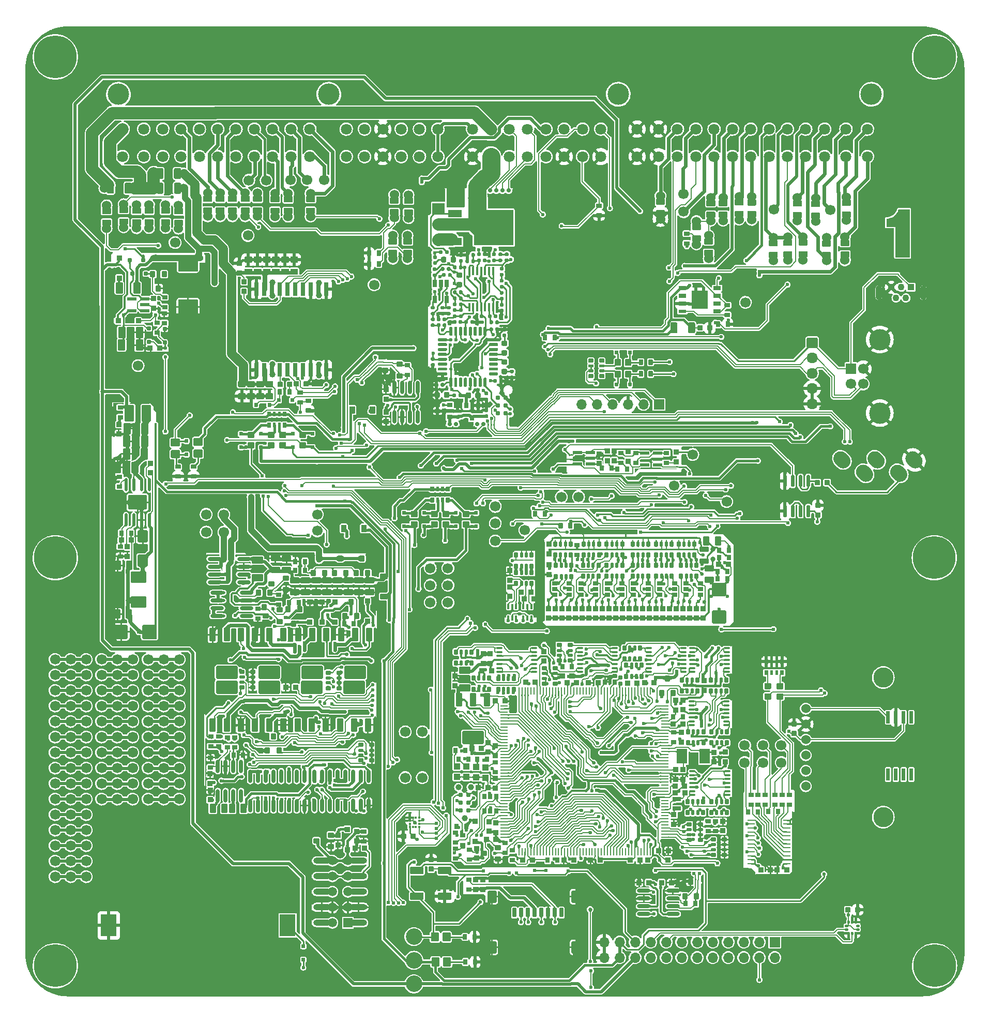
<source format=gtl>
G75*
G70*
%OFA0B0*%
%FSLAX25Y25*%
%IPPOS*%
%LPD*%
%AMOC8*
5,1,8,0,0,1.08239X$1,22.5*
%
%AMM143*
21,1,0.027560,0.030710,-0.000000,0.000000,180.000000*
21,1,0.022050,0.036220,-0.000000,0.000000,180.000000*
1,1,0.005510,-0.011020,0.015350*
1,1,0.005510,0.011020,0.015350*
1,1,0.005510,0.011020,-0.015350*
1,1,0.005510,-0.011020,-0.015350*
%
%AMM148*
21,1,0.033470,0.026770,-0.000000,0.000000,0.000000*
21,1,0.026770,0.033470,-0.000000,0.000000,0.000000*
1,1,0.006690,0.013390,-0.013390*
1,1,0.006690,-0.013390,-0.013390*
1,1,0.006690,-0.013390,0.013390*
1,1,0.006690,0.013390,0.013390*
%
%AMM149*
21,1,0.027560,0.030710,-0.000000,0.000000,90.000000*
21,1,0.022050,0.036220,-0.000000,0.000000,90.000000*
1,1,0.005510,0.015350,0.011020*
1,1,0.005510,0.015350,-0.011020*
1,1,0.005510,-0.015350,-0.011020*
1,1,0.005510,-0.015350,0.011020*
%
%AMM150*
21,1,0.039370,0.049210,-0.000000,0.000000,180.000000*
21,1,0.031500,0.057090,-0.000000,0.000000,180.000000*
1,1,0.007870,-0.015750,0.024610*
1,1,0.007870,0.015750,0.024610*
1,1,0.007870,0.015750,-0.024610*
1,1,0.007870,-0.015750,-0.024610*
%
%AMM151*
21,1,0.033470,0.026770,-0.000000,0.000000,270.000000*
21,1,0.026770,0.033470,-0.000000,0.000000,270.000000*
1,1,0.006690,-0.013390,-0.013390*
1,1,0.006690,-0.013390,0.013390*
1,1,0.006690,0.013390,0.013390*
1,1,0.006690,0.013390,-0.013390*
%
%AMM170*
21,1,0.035430,0.050000,-0.000000,-0.000000,90.000000*
21,1,0.028350,0.057090,-0.000000,-0.000000,90.000000*
1,1,0.007090,0.025000,0.014170*
1,1,0.007090,0.025000,-0.014170*
1,1,0.007090,-0.025000,-0.014170*
1,1,0.007090,-0.025000,0.014170*
%
%AMM171*
21,1,0.086610,0.073230,-0.000000,-0.000000,90.000000*
21,1,0.069290,0.090550,-0.000000,-0.000000,90.000000*
1,1,0.017320,0.036610,0.034650*
1,1,0.017320,0.036610,-0.034650*
1,1,0.017320,-0.036610,-0.034650*
1,1,0.017320,-0.036610,0.034650*
%
%AMM172*
21,1,0.027560,0.030710,-0.000000,-0.000000,270.000000*
21,1,0.022050,0.036220,-0.000000,-0.000000,270.000000*
1,1,0.005510,-0.015350,-0.011020*
1,1,0.005510,-0.015350,0.011020*
1,1,0.005510,0.015350,0.011020*
1,1,0.005510,0.015350,-0.011020*
%
%AMM173*
21,1,0.039370,0.049210,-0.000000,-0.000000,0.000000*
21,1,0.031500,0.057090,-0.000000,-0.000000,0.000000*
1,1,0.007870,0.015750,-0.024610*
1,1,0.007870,-0.015750,-0.024610*
1,1,0.007870,-0.015750,0.024610*
1,1,0.007870,0.015750,0.024610*
%
%AMM174*
21,1,0.023620,0.030710,-0.000000,-0.000000,270.000000*
21,1,0.018900,0.035430,-0.000000,-0.000000,270.000000*
1,1,0.004720,-0.015350,-0.009450*
1,1,0.004720,-0.015350,0.009450*
1,1,0.004720,0.015350,0.009450*
1,1,0.004720,0.015350,-0.009450*
%
%AMM175*
21,1,0.025590,0.026380,-0.000000,-0.000000,180.000000*
21,1,0.020470,0.031500,-0.000000,-0.000000,180.000000*
1,1,0.005120,-0.010240,0.013190*
1,1,0.005120,0.010240,0.013190*
1,1,0.005120,0.010240,-0.013190*
1,1,0.005120,-0.010240,-0.013190*
%
%AMM176*
21,1,0.017720,0.027950,-0.000000,-0.000000,180.000000*
21,1,0.014170,0.031500,-0.000000,-0.000000,180.000000*
1,1,0.003540,-0.007090,0.013980*
1,1,0.003540,0.007090,0.013980*
1,1,0.003540,0.007090,-0.013980*
1,1,0.003540,-0.007090,-0.013980*
%
%AMM177*
21,1,0.033470,0.026770,-0.000000,-0.000000,90.000000*
21,1,0.026770,0.033470,-0.000000,-0.000000,90.000000*
1,1,0.006690,0.013390,0.013390*
1,1,0.006690,0.013390,-0.013390*
1,1,0.006690,-0.013390,-0.013390*
1,1,0.006690,-0.013390,0.013390*
%
%AMM178*
21,1,0.027560,0.030710,-0.000000,-0.000000,180.000000*
21,1,0.022050,0.036220,-0.000000,-0.000000,180.000000*
1,1,0.005510,-0.011020,0.015350*
1,1,0.005510,0.011020,0.015350*
1,1,0.005510,0.011020,-0.015350*
1,1,0.005510,-0.011020,-0.015350*
%
%AMM179*
21,1,0.039370,0.049210,-0.000000,-0.000000,270.000000*
21,1,0.031500,0.057090,-0.000000,-0.000000,270.000000*
1,1,0.007870,-0.024610,-0.015750*
1,1,0.007870,-0.024610,0.015750*
1,1,0.007870,0.024610,0.015750*
1,1,0.007870,0.024610,-0.015750*
%
%AMM180*
21,1,0.033470,0.026770,-0.000000,-0.000000,0.000000*
21,1,0.026770,0.033470,-0.000000,-0.000000,0.000000*
1,1,0.006690,0.013390,-0.013390*
1,1,0.006690,-0.013390,-0.013390*
1,1,0.006690,-0.013390,0.013390*
1,1,0.006690,0.013390,0.013390*
%
%AMM181*
21,1,0.007870,0.503940,-0.000000,-0.000000,0.000000*
21,1,0.000000,0.511810,-0.000000,-0.000000,0.000000*
1,1,0.007870,-0.000000,-0.251970*
1,1,0.007870,-0.000000,-0.251970*
1,1,0.007870,-0.000000,0.251970*
1,1,0.007870,-0.000000,0.251970*
%
%AMM182*
21,1,0.009840,0.919290,-0.000000,-0.000000,90.000000*
21,1,0.000000,0.929130,-0.000000,-0.000000,90.000000*
1,1,0.009840,0.459650,-0.000000*
1,1,0.009840,0.459650,-0.000000*
1,1,0.009840,-0.459650,-0.000000*
1,1,0.009840,-0.459650,-0.000000*
%
%AMM183*
21,1,0.007870,0.041340,-0.000000,-0.000000,180.000000*
21,1,0.000000,0.049210,-0.000000,-0.000000,180.000000*
1,1,0.007870,-0.000000,0.020670*
1,1,0.007870,-0.000000,0.020670*
1,1,0.007870,-0.000000,-0.020670*
1,1,0.007870,-0.000000,-0.020670*
%
%AMM204*
21,1,0.033470,0.026770,-0.000000,-0.000000,180.000000*
21,1,0.026770,0.033470,-0.000000,-0.000000,180.000000*
1,1,0.006690,-0.013390,0.013390*
1,1,0.006690,0.013390,0.013390*
1,1,0.006690,0.013390,-0.013390*
1,1,0.006690,-0.013390,-0.013390*
%
%AMM205*
21,1,0.027560,0.030710,-0.000000,-0.000000,90.000000*
21,1,0.022050,0.036220,-0.000000,-0.000000,90.000000*
1,1,0.005510,0.015350,0.011020*
1,1,0.005510,0.015350,-0.011020*
1,1,0.005510,-0.015350,-0.011020*
1,1,0.005510,-0.015350,0.011020*
%
%AMM206*
21,1,0.015750,0.009840,-0.000000,-0.000000,225.000000*
1,1,0.009840,0.005570,0.005570*
1,1,0.009840,-0.005570,-0.005570*
%
%AMM209*
21,1,0.033470,0.026770,-0.000000,0.000000,180.000000*
21,1,0.026770,0.033470,-0.000000,0.000000,180.000000*
1,1,0.006690,-0.013390,0.013390*
1,1,0.006690,0.013390,0.013390*
1,1,0.006690,0.013390,-0.013390*
1,1,0.006690,-0.013390,-0.013390*
%
%AMM210*
21,1,0.070870,0.036220,-0.000000,0.000000,90.000000*
21,1,0.061810,0.045280,-0.000000,0.000000,90.000000*
1,1,0.009060,0.018110,0.030910*
1,1,0.009060,0.018110,-0.030910*
1,1,0.009060,-0.018110,-0.030910*
1,1,0.009060,-0.018110,0.030910*
%
%AMM211*
21,1,0.027560,0.030710,-0.000000,0.000000,270.000000*
21,1,0.022050,0.036220,-0.000000,0.000000,270.000000*
1,1,0.005510,-0.015350,-0.011020*
1,1,0.005510,-0.015350,0.011020*
1,1,0.005510,0.015350,0.011020*
1,1,0.005510,0.015350,-0.011020*
%
%AMM254*
21,1,0.033470,0.026770,-0.000000,-0.000000,270.000000*
21,1,0.026770,0.033470,-0.000000,-0.000000,270.000000*
1,1,0.006690,-0.013390,-0.013390*
1,1,0.006690,-0.013390,0.013390*
1,1,0.006690,0.013390,0.013390*
1,1,0.006690,0.013390,-0.013390*
%
%AMM255*
21,1,0.070870,0.036220,-0.000000,-0.000000,180.000000*
21,1,0.061810,0.045280,-0.000000,-0.000000,180.000000*
1,1,0.009060,-0.030910,0.018110*
1,1,0.009060,0.030910,0.018110*
1,1,0.009060,0.030910,-0.018110*
1,1,0.009060,-0.030910,-0.018110*
%
%AMM256*
21,1,0.027560,0.030710,-0.000000,-0.000000,0.000000*
21,1,0.022050,0.036220,-0.000000,-0.000000,0.000000*
1,1,0.005510,0.011020,-0.015350*
1,1,0.005510,-0.011020,-0.015350*
1,1,0.005510,-0.011020,0.015350*
1,1,0.005510,0.011020,0.015350*
%
%AMM257*
21,1,0.137800,0.067720,-0.000000,-0.000000,180.000000*
21,1,0.120870,0.084650,-0.000000,-0.000000,180.000000*
1,1,0.016930,-0.060430,0.033860*
1,1,0.016930,0.060430,0.033860*
1,1,0.016930,0.060430,-0.033860*
1,1,0.016930,-0.060430,-0.033860*
%
%AMM258*
21,1,0.043310,0.075980,-0.000000,-0.000000,180.000000*
21,1,0.034650,0.084650,-0.000000,-0.000000,180.000000*
1,1,0.008660,-0.017320,0.037990*
1,1,0.008660,0.017320,0.037990*
1,1,0.008660,0.017320,-0.037990*
1,1,0.008660,-0.017320,-0.037990*
%
%AMM259*
21,1,0.043310,0.075990,-0.000000,-0.000000,180.000000*
21,1,0.034650,0.084650,-0.000000,-0.000000,180.000000*
1,1,0.008660,-0.017320,0.037990*
1,1,0.008660,0.017320,0.037990*
1,1,0.008660,0.017320,-0.037990*
1,1,0.008660,-0.017320,-0.037990*
%
%AMM260*
21,1,0.039370,0.035430,-0.000000,-0.000000,90.000000*
21,1,0.031500,0.043310,-0.000000,-0.000000,90.000000*
1,1,0.007870,0.017720,0.015750*
1,1,0.007870,0.017720,-0.015750*
1,1,0.007870,-0.017720,-0.015750*
1,1,0.007870,-0.017720,0.015750*
%
%AMM261*
21,1,0.035430,0.030320,-0.000000,-0.000000,90.000000*
21,1,0.028350,0.037400,-0.000000,-0.000000,90.000000*
1,1,0.007090,0.015160,0.014170*
1,1,0.007090,0.015160,-0.014170*
1,1,0.007090,-0.015160,-0.014170*
1,1,0.007090,-0.015160,0.014170*
%
%AMM262*
21,1,0.023620,0.030710,-0.000000,-0.000000,0.000000*
21,1,0.018900,0.035430,-0.000000,-0.000000,0.000000*
1,1,0.004720,0.009450,-0.015350*
1,1,0.004720,-0.009450,-0.015350*
1,1,0.004720,-0.009450,0.015350*
1,1,0.004720,0.009450,0.015350*
%
%AMM263*
21,1,0.035830,0.026770,-0.000000,-0.000000,90.000000*
21,1,0.029130,0.033470,-0.000000,-0.000000,90.000000*
1,1,0.006690,0.013390,0.014570*
1,1,0.006690,0.013390,-0.014570*
1,1,0.006690,-0.013390,-0.014570*
1,1,0.006690,-0.013390,0.014570*
%
%AMM264*
21,1,0.035430,0.030320,-0.000000,-0.000000,0.000000*
21,1,0.028350,0.037400,-0.000000,-0.000000,0.000000*
1,1,0.007090,0.014170,-0.015160*
1,1,0.007090,-0.014170,-0.015160*
1,1,0.007090,-0.014170,0.015160*
1,1,0.007090,0.014170,0.015160*
%
%AMM265*
21,1,0.025590,0.026380,-0.000000,-0.000000,90.000000*
21,1,0.020470,0.031500,-0.000000,-0.000000,90.000000*
1,1,0.005120,0.013190,0.010240*
1,1,0.005120,0.013190,-0.010240*
1,1,0.005120,-0.013190,-0.010240*
1,1,0.005120,-0.013190,0.010240*
%
%AMM266*
21,1,0.017720,0.027950,-0.000000,-0.000000,90.000000*
21,1,0.014170,0.031500,-0.000000,-0.000000,90.000000*
1,1,0.003540,0.013980,0.007090*
1,1,0.003540,0.013980,-0.007090*
1,1,0.003540,-0.013980,-0.007090*
1,1,0.003540,-0.013980,0.007090*
%
%AMM267*
21,1,0.027560,0.049610,-0.000000,-0.000000,90.000000*
21,1,0.022050,0.055120,-0.000000,-0.000000,90.000000*
1,1,0.005510,0.024800,0.011020*
1,1,0.005510,0.024800,-0.011020*
1,1,0.005510,-0.024800,-0.011020*
1,1,0.005510,-0.024800,0.011020*
%
%AMM268*
21,1,0.027560,0.018900,-0.000000,-0.000000,0.000000*
21,1,0.022840,0.023620,-0.000000,-0.000000,0.000000*
1,1,0.004720,0.011420,-0.009450*
1,1,0.004720,-0.011420,-0.009450*
1,1,0.004720,-0.011420,0.009450*
1,1,0.004720,0.011420,0.009450*
%
%AMM269*
21,1,0.035830,0.026770,-0.000000,-0.000000,0.000000*
21,1,0.029130,0.033470,-0.000000,-0.000000,0.000000*
1,1,0.006690,0.014570,-0.013390*
1,1,0.006690,-0.014570,-0.013390*
1,1,0.006690,-0.014570,0.013390*
1,1,0.006690,0.014570,0.013390*
%
%AMM270*
21,1,0.009840,0.017720,-0.000000,-0.000000,0.000000*
21,1,0.000000,0.027560,-0.000000,-0.000000,0.000000*
1,1,0.009840,-0.000000,-0.008860*
1,1,0.009840,-0.000000,-0.008860*
1,1,0.009840,-0.000000,0.008860*
1,1,0.009840,-0.000000,0.008860*
%
%AMM271*
21,1,0.007870,1.416930,-0.000000,-0.000000,0.000000*
21,1,0.000000,1.424800,-0.000000,-0.000000,0.000000*
1,1,0.007870,-0.000000,-0.708470*
1,1,0.007870,-0.000000,-0.708470*
1,1,0.007870,-0.000000,0.708470*
1,1,0.007870,-0.000000,0.708470*
%
%AMM272*
21,1,0.007870,1.787400,-0.000000,-0.000000,90.000000*
21,1,0.000000,1.795280,-0.000000,-0.000000,90.000000*
1,1,0.007870,0.893700,-0.000000*
1,1,0.007870,0.893700,-0.000000*
1,1,0.007870,-0.893700,-0.000000*
1,1,0.007870,-0.893700,-0.000000*
%
%AMM273*
21,1,0.007870,1.405510,-0.000000,-0.000000,0.000000*
21,1,0.000000,1.413390,-0.000000,-0.000000,0.000000*
1,1,0.007870,-0.000000,-0.702760*
1,1,0.007870,-0.000000,-0.702760*
1,1,0.007870,-0.000000,0.702760*
1,1,0.007870,-0.000000,0.702760*
%
%AMM274*
21,1,0.007870,1.704720,-0.000000,-0.000000,90.000000*
21,1,0.000000,1.712600,-0.000000,-0.000000,90.000000*
1,1,0.007870,0.852360,-0.000000*
1,1,0.007870,0.852360,-0.000000*
1,1,0.007870,-0.852360,-0.000000*
1,1,0.007870,-0.852360,-0.000000*
%
%AMM275*
21,1,0.007870,0.023620,-0.000000,-0.000000,135.000000*
21,1,0.000000,0.031500,-0.000000,-0.000000,135.000000*
1,1,0.007870,0.008350,0.008350*
1,1,0.007870,0.008350,0.008350*
1,1,0.007870,-0.008350,-0.008350*
1,1,0.007870,-0.008350,-0.008350*
%
%AMM276*
21,1,0.007870,0.055120,-0.000000,-0.000000,90.000000*
21,1,0.000000,0.062990,-0.000000,-0.000000,90.000000*
1,1,0.007870,0.027560,-0.000000*
1,1,0.007870,0.027560,-0.000000*
1,1,0.007870,-0.027560,-0.000000*
1,1,0.007870,-0.027560,-0.000000*
%
%AMM277*
21,1,0.007870,0.039370,-0.000000,-0.000000,225.000000*
21,1,0.000000,0.047240,-0.000000,-0.000000,225.000000*
1,1,0.007870,-0.013920,0.013920*
1,1,0.007870,-0.013920,0.013920*
1,1,0.007870,0.013920,-0.013920*
1,1,0.007870,0.013920,-0.013920*
%
%AMM278*
21,1,0.007870,0.013780,-0.000000,-0.000000,225.000000*
21,1,0.000000,0.021650,-0.000000,-0.000000,225.000000*
1,1,0.007870,-0.004870,0.004870*
1,1,0.007870,-0.004870,0.004870*
1,1,0.007870,0.004870,-0.004870*
1,1,0.007870,0.004870,-0.004870*
%
%AMM279*
21,1,0.007870,0.014960,-0.000000,-0.000000,315.000000*
21,1,0.000000,0.022840,-0.000000,-0.000000,315.000000*
1,1,0.007870,-0.005290,-0.005290*
1,1,0.007870,-0.005290,-0.005290*
1,1,0.007870,0.005290,0.005290*
1,1,0.007870,0.005290,0.005290*
%
%AMM280*
21,1,0.007870,0.029130,-0.000000,-0.000000,45.000000*
21,1,0.000000,0.037010,-0.000000,-0.000000,45.000000*
1,1,0.007870,0.010300,-0.010300*
1,1,0.007870,0.010300,-0.010300*
1,1,0.007870,-0.010300,0.010300*
1,1,0.007870,-0.010300,0.010300*
%
%AMM299*
21,1,0.035430,0.030320,-0.000000,0.000000,90.000000*
21,1,0.028350,0.037400,-0.000000,0.000000,90.000000*
1,1,0.007090,0.015160,0.014170*
1,1,0.007090,0.015160,-0.014170*
1,1,0.007090,-0.015160,-0.014170*
1,1,0.007090,-0.015160,0.014170*
%
%AMM303*
21,1,0.025590,0.026380,-0.000000,0.000000,180.000000*
21,1,0.020470,0.031500,-0.000000,0.000000,180.000000*
1,1,0.005120,-0.010240,0.013190*
1,1,0.005120,0.010240,0.013190*
1,1,0.005120,0.010240,-0.013190*
1,1,0.005120,-0.010240,-0.013190*
%
%AMM304*
21,1,0.017720,0.027950,-0.000000,0.000000,180.000000*
21,1,0.014170,0.031500,-0.000000,0.000000,180.000000*
1,1,0.003540,-0.007090,0.013980*
1,1,0.003540,0.007090,0.013980*
1,1,0.003540,0.007090,-0.013980*
1,1,0.003540,-0.007090,-0.013980*
%
%AMM305*
21,1,0.035830,0.026770,-0.000000,0.000000,180.000000*
21,1,0.029130,0.033470,-0.000000,0.000000,180.000000*
1,1,0.006690,-0.014570,0.013390*
1,1,0.006690,0.014570,0.013390*
1,1,0.006690,0.014570,-0.013390*
1,1,0.006690,-0.014570,-0.013390*
%
%AMM31*
21,1,0.027560,0.030710,0.000000,0.000000,270.000000*
21,1,0.022050,0.036220,0.000000,0.000000,270.000000*
1,1,0.005510,-0.015350,-0.011020*
1,1,0.005510,-0.015350,0.011020*
1,1,0.005510,0.015350,0.011020*
1,1,0.005510,0.015350,-0.011020*
%
%AMM317*
21,1,0.035430,0.030320,-0.000000,-0.000000,180.000000*
21,1,0.028350,0.037400,-0.000000,-0.000000,180.000000*
1,1,0.007090,-0.014170,0.015160*
1,1,0.007090,0.014170,0.015160*
1,1,0.007090,0.014170,-0.015160*
1,1,0.007090,-0.014170,-0.015160*
%
%AMM318*
21,1,0.043310,0.075980,-0.000000,-0.000000,0.000000*
21,1,0.034650,0.084650,-0.000000,-0.000000,0.000000*
1,1,0.008660,0.017320,-0.037990*
1,1,0.008660,-0.017320,-0.037990*
1,1,0.008660,-0.017320,0.037990*
1,1,0.008660,0.017320,0.037990*
%
%AMM319*
21,1,0.043310,0.075990,-0.000000,-0.000000,0.000000*
21,1,0.034650,0.084650,-0.000000,-0.000000,0.000000*
1,1,0.008660,0.017320,-0.037990*
1,1,0.008660,-0.017320,-0.037990*
1,1,0.008660,-0.017320,0.037990*
1,1,0.008660,0.017320,0.037990*
%
%AMM320*
21,1,0.137800,0.067720,-0.000000,-0.000000,0.000000*
21,1,0.120870,0.084650,-0.000000,-0.000000,0.000000*
1,1,0.016930,0.060430,-0.033860*
1,1,0.016930,-0.060430,-0.033860*
1,1,0.016930,-0.060430,0.033860*
1,1,0.016930,0.060430,0.033860*
%
%AMM321*
21,1,0.025590,0.026380,-0.000000,-0.000000,270.000000*
21,1,0.020470,0.031500,-0.000000,-0.000000,270.000000*
1,1,0.005120,-0.013190,-0.010240*
1,1,0.005120,-0.013190,0.010240*
1,1,0.005120,0.013190,0.010240*
1,1,0.005120,0.013190,-0.010240*
%
%AMM322*
21,1,0.017720,0.027950,-0.000000,-0.000000,270.000000*
21,1,0.014170,0.031500,-0.000000,-0.000000,270.000000*
1,1,0.003540,-0.013980,-0.007090*
1,1,0.003540,-0.013980,0.007090*
1,1,0.003540,0.013980,0.007090*
1,1,0.003540,0.013980,-0.007090*
%
%AMM323*
21,1,0.035830,0.026770,-0.000000,-0.000000,270.000000*
21,1,0.029130,0.033470,-0.000000,-0.000000,270.000000*
1,1,0.006690,-0.013390,-0.014570*
1,1,0.006690,-0.013390,0.014570*
1,1,0.006690,0.013390,0.014570*
1,1,0.006690,0.013390,-0.014570*
%
%AMM324*
21,1,0.003940,0.007870,-0.000000,-0.000000,315.000000*
1,1,0.007870,-0.001390,0.001390*
1,1,0.007870,0.001390,-0.001390*
%
%AMM325*
21,1,0.087800,0.007870,-0.000000,-0.000000,225.000000*
1,1,0.007870,0.031040,0.031040*
1,1,0.007870,-0.031040,-0.031040*
%
%AMM326*
21,1,0.031500,0.007870,-0.000000,-0.000000,135.000000*
1,1,0.007870,0.011140,-0.011140*
1,1,0.007870,-0.011140,0.011140*
%
%AMM335*
21,1,0.012600,0.028980,-0.000000,0.000000,0.000000*
21,1,0.010080,0.031500,-0.000000,0.000000,0.000000*
1,1,0.002520,0.005040,-0.014490*
1,1,0.002520,-0.005040,-0.014490*
1,1,0.002520,-0.005040,0.014490*
1,1,0.002520,0.005040,0.014490*
%
%AMM337*
21,1,0.035830,0.026770,-0.000000,0.000000,90.000000*
21,1,0.029130,0.033470,-0.000000,0.000000,90.000000*
1,1,0.006690,0.013390,0.014570*
1,1,0.006690,0.013390,-0.014570*
1,1,0.006690,-0.013390,-0.014570*
1,1,0.006690,-0.013390,0.014570*
%
%AMM338*
21,1,0.007870,0.640160,-0.000000,0.000000,0.000000*
21,1,0.000000,0.648030,-0.000000,0.000000,0.000000*
1,1,0.007870,-0.000000,-0.320080*
1,1,0.007870,-0.000000,-0.320080*
1,1,0.007870,-0.000000,0.320080*
1,1,0.007870,-0.000000,0.320080*
%
%AMM339*
21,1,0.007870,0.400390,-0.000000,0.000000,90.000000*
21,1,0.000000,0.408270,-0.000000,0.000000,90.000000*
1,1,0.007870,0.200200,0.000000*
1,1,0.007870,0.200200,0.000000*
1,1,0.007870,-0.200200,0.000000*
1,1,0.007870,-0.200200,0.000000*
%
%AMM340*
21,1,0.007870,0.080320,-0.000000,0.000000,315.000000*
21,1,0.000000,0.088190,-0.000000,0.000000,315.000000*
1,1,0.007870,-0.028400,-0.028400*
1,1,0.007870,-0.028400,-0.028400*
1,1,0.007870,0.028400,0.028400*
1,1,0.007870,0.028400,0.028400*
%
%AMM341*
21,1,0.007870,0.287010,-0.000000,0.000000,270.000000*
21,1,0.000000,0.294880,-0.000000,0.000000,270.000000*
1,1,0.007870,-0.143500,0.000000*
1,1,0.007870,-0.143500,0.000000*
1,1,0.007870,0.143500,0.000000*
1,1,0.007870,0.143500,0.000000*
%
%AMM342*
21,1,0.007870,0.078350,-0.000000,0.000000,225.000000*
21,1,0.000000,0.086220,-0.000000,0.000000,225.000000*
1,1,0.007870,-0.027700,0.027700*
1,1,0.007870,-0.027700,0.027700*
1,1,0.007870,0.027700,-0.027700*
1,1,0.007870,0.027700,-0.027700*
%
%AMM343*
21,1,0.007870,0.643700,-0.000000,0.000000,0.000000*
21,1,0.000000,0.651580,-0.000000,0.000000,0.000000*
1,1,0.007870,-0.000000,-0.321850*
1,1,0.007870,-0.000000,-0.321850*
1,1,0.007870,-0.000000,0.321850*
1,1,0.007870,-0.000000,0.321850*
%
%AMM349*
21,1,0.035430,0.030320,0.000000,-0.000000,90.000000*
21,1,0.028350,0.037400,0.000000,-0.000000,90.000000*
1,1,0.007090,0.015160,0.014170*
1,1,0.007090,0.015160,-0.014170*
1,1,0.007090,-0.015160,-0.014170*
1,1,0.007090,-0.015160,0.014170*
%
%AMM35*
21,1,0.033470,0.026770,0.000000,0.000000,90.000000*
21,1,0.026770,0.033470,0.000000,0.000000,90.000000*
1,1,0.006690,0.013390,0.013390*
1,1,0.006690,0.013390,-0.013390*
1,1,0.006690,-0.013390,-0.013390*
1,1,0.006690,-0.013390,0.013390*
%
%AMM350*
21,1,0.033470,0.026770,0.000000,-0.000000,270.000000*
21,1,0.026770,0.033470,0.000000,-0.000000,270.000000*
1,1,0.006690,-0.013390,-0.013390*
1,1,0.006690,-0.013390,0.013390*
1,1,0.006690,0.013390,0.013390*
1,1,0.006690,0.013390,-0.013390*
%
%AMM351*
21,1,0.027560,0.030710,0.000000,-0.000000,90.000000*
21,1,0.022050,0.036220,0.000000,-0.000000,90.000000*
1,1,0.005510,0.015350,0.011020*
1,1,0.005510,0.015350,-0.011020*
1,1,0.005510,-0.015350,-0.011020*
1,1,0.005510,-0.015350,0.011020*
%
%AMM357*
21,1,0.021650,0.052760,-0.000000,-0.000000,90.000000*
21,1,0.017320,0.057090,-0.000000,-0.000000,90.000000*
1,1,0.004330,0.026380,0.008660*
1,1,0.004330,0.026380,-0.008660*
1,1,0.004330,-0.026380,-0.008660*
1,1,0.004330,-0.026380,0.008660*
%
%AMM359*
21,1,0.035430,0.030320,-0.000000,0.000000,180.000000*
21,1,0.028350,0.037400,-0.000000,0.000000,180.000000*
1,1,0.007090,-0.014170,0.015160*
1,1,0.007090,0.014170,0.015160*
1,1,0.007090,0.014170,-0.015160*
1,1,0.007090,-0.014170,-0.015160*
%
%AMM360*
21,1,0.021650,0.052760,-0.000000,0.000000,90.000000*
21,1,0.017320,0.057090,-0.000000,0.000000,90.000000*
1,1,0.004330,0.026380,0.008660*
1,1,0.004330,0.026380,-0.008660*
1,1,0.004330,-0.026380,-0.008660*
1,1,0.004330,-0.026380,0.008660*
%
%AMM361*
21,1,0.094490,0.111020,-0.000000,0.000000,270.000000*
21,1,0.075590,0.129920,-0.000000,0.000000,270.000000*
1,1,0.018900,-0.055510,-0.037800*
1,1,0.018900,-0.055510,0.037800*
1,1,0.018900,0.055510,0.037800*
1,1,0.018900,0.055510,-0.037800*
%
%AMM362*
21,1,0.023620,0.018900,-0.000000,0.000000,0.000000*
21,1,0.018900,0.023620,-0.000000,0.000000,0.000000*
1,1,0.004720,0.009450,-0.009450*
1,1,0.004720,-0.009450,-0.009450*
1,1,0.004720,-0.009450,0.009450*
1,1,0.004720,0.009450,0.009450*
%
%AMM363*
21,1,0.023620,0.018900,-0.000000,0.000000,270.000000*
21,1,0.018900,0.023620,-0.000000,0.000000,270.000000*
1,1,0.004720,-0.009450,-0.009450*
1,1,0.004720,-0.009450,0.009450*
1,1,0.004720,0.009450,0.009450*
1,1,0.004720,0.009450,-0.009450*
%
%AMM364*
21,1,0.047240,0.015750,-0.000000,0.000000,225.000000*
1,1,0.015750,0.016700,0.016700*
1,1,0.015750,-0.016700,-0.016700*
%
%AMM370*
21,1,0.106300,0.050390,-0.000000,0.000000,90.000000*
21,1,0.093700,0.062990,-0.000000,0.000000,90.000000*
1,1,0.012600,0.025200,0.046850*
1,1,0.012600,0.025200,-0.046850*
1,1,0.012600,-0.025200,-0.046850*
1,1,0.012600,-0.025200,0.046850*
%
%AMM371*
21,1,0.074800,0.083460,-0.000000,0.000000,270.000000*
21,1,0.059840,0.098430,-0.000000,0.000000,270.000000*
1,1,0.014960,-0.041730,-0.029920*
1,1,0.014960,-0.041730,0.029920*
1,1,0.014960,0.041730,0.029920*
1,1,0.014960,0.041730,-0.029920*
%
%AMM372*
21,1,0.122050,0.075590,-0.000000,0.000000,0.000000*
21,1,0.103150,0.094490,-0.000000,0.000000,0.000000*
1,1,0.018900,0.051580,-0.037800*
1,1,0.018900,-0.051580,-0.037800*
1,1,0.018900,-0.051580,0.037800*
1,1,0.018900,0.051580,0.037800*
%
%AMM373*
21,1,0.078740,0.053540,-0.000000,0.000000,270.000000*
21,1,0.065350,0.066930,-0.000000,0.000000,270.000000*
1,1,0.013390,-0.026770,-0.032680*
1,1,0.013390,-0.026770,0.032680*
1,1,0.013390,0.026770,0.032680*
1,1,0.013390,0.026770,-0.032680*
%
%AMM374*
21,1,0.070870,0.036220,-0.000000,0.000000,270.000000*
21,1,0.061810,0.045280,-0.000000,0.000000,270.000000*
1,1,0.009060,-0.018110,-0.030910*
1,1,0.009060,-0.018110,0.030910*
1,1,0.009060,0.018110,0.030910*
1,1,0.009060,0.018110,-0.030910*
%
%AMM375*
21,1,0.086610,0.073230,-0.000000,0.000000,180.000000*
21,1,0.069290,0.090550,-0.000000,0.000000,180.000000*
1,1,0.017320,-0.034650,0.036610*
1,1,0.017320,0.034650,0.036610*
1,1,0.017320,0.034650,-0.036610*
1,1,0.017320,-0.034650,-0.036610*
%
%AMM80*
21,1,0.078740,0.045670,0.000000,0.000000,270.000000*
21,1,0.067320,0.057090,0.000000,0.000000,270.000000*
1,1,0.011420,-0.022840,-0.033660*
1,1,0.011420,-0.022840,0.033660*
1,1,0.011420,0.022840,0.033660*
1,1,0.011420,0.022840,-0.033660*
%
%AMM81*
21,1,0.059060,0.020470,0.000000,0.000000,270.000000*
21,1,0.053940,0.025590,0.000000,0.000000,270.000000*
1,1,0.005120,-0.010240,-0.026970*
1,1,0.005120,-0.010240,0.026970*
1,1,0.005120,0.010240,0.026970*
1,1,0.005120,0.010240,-0.026970*
%
%ADD10C,0.00394*%
%ADD100C,0.00800*%
%ADD101C,0.01969*%
%ADD102C,0.03150*%
%ADD107C,0.00984*%
%ADD11O,0.01969X0.11811*%
%ADD110C,0.01181*%
%ADD12O,0.01969X0.50000*%
%ADD13O,0.04724X0.01969*%
%ADD14O,0.68504X0.01575*%
%ADD15O,0.01969X0.44882*%
%ADD157C,0.01968*%
%ADD16O,0.56890X0.01969*%
%ADD163O,0.04961X0.00984*%
%ADD165M31*%
%ADD167O,0.00984X0.40158*%
%ADD17C,0.02362*%
%ADD173M35*%
%ADD179O,0.04331X0.01181*%
%ADD18O,0.01969X0.00984*%
%ADD180O,0.05118X0.00866*%
%ADD181O,0.00866X0.05118*%
%ADD184R,0.06693X0.09449*%
%ADD19C,0.06000*%
%ADD20C,0.06693*%
%ADD204R,0.01968X0.01968*%
%ADD205C,0.03100*%
%ADD206C,0.03900*%
%ADD21R,0.06693X0.06693*%
%ADD22O,0.06693X0.06693*%
%ADD23C,0.10630*%
%ADD232M80*%
%ADD233M81*%
%ADD234O,0.01968X0.50000*%
%ADD235O,0.56890X0.01968*%
%ADD236O,0.01968X0.44882*%
%ADD237O,0.01968X0.11811*%
%ADD238O,0.04724X0.01968*%
%ADD24O,0.00787X0.56693*%
%ADD247O,0.02362X0.08661*%
%ADD248O,0.08661X0.02362*%
%ADD25O,0.00787X1.01772*%
%ADD253C,0.05118*%
%ADD26O,0.00787X0.16339*%
%ADD27O,0.00787X0.16732*%
%ADD273O,0.01968X0.00984*%
%ADD28O,0.00787X0.14173*%
%ADD285R,0.05906X0.05906*%
%ADD29O,0.00787X0.34744*%
%ADD294O,0.00984X0.01968*%
%ADD30O,0.44587X0.00787*%
%ADD307O,0.03937X0.01968*%
%ADD31O,1.01181X0.00787*%
%ADD32O,0.06693X0.00787*%
%ADD327O,0.01968X0.03937*%
%ADD33O,0.03937X0.05906*%
%ADD34O,0.03150X0.02362*%
%ADD35C,0.13780*%
%ADD350R,0.03543X0.03150*%
%ADD355R,0.03150X0.03543*%
%ADD36C,0.07087*%
%ADD362M143*%
%ADD367M148*%
%ADD368M149*%
%ADD369M150*%
%ADD37R,0.04331X0.04331*%
%ADD370M151*%
%ADD38C,0.04331*%
%ADD389M170*%
%ADD39O,0.04331X0.09449*%
%ADD390M171*%
%ADD391M172*%
%ADD392M173*%
%ADD393M174*%
%ADD394M175*%
%ADD395M176*%
%ADD396M177*%
%ADD397M178*%
%ADD398M179*%
%ADD399M180*%
%ADD40O,0.00984X0.01969*%
%ADD400M181*%
%ADD401M182*%
%ADD402M183*%
%ADD41O,0.22323X0.00787*%
%ADD42O,0.01575X0.38583*%
%ADD427M204*%
%ADD428M205*%
%ADD429M206*%
%ADD43O,0.26772X0.00787*%
%ADD432M209*%
%ADD433M210*%
%ADD434M211*%
%ADD44O,0.00787X0.43701*%
%ADD45C,0.13000*%
%ADD46O,0.00787X0.26772*%
%ADD47O,0.38583X0.01575*%
%ADD48O,0.00787X0.22323*%
%ADD481M254*%
%ADD482M255*%
%ADD483M256*%
%ADD484M257*%
%ADD485M258*%
%ADD486M259*%
%ADD487M260*%
%ADD488M261*%
%ADD489M262*%
%ADD49O,0.43701X0.00787*%
%ADD490M263*%
%ADD491M264*%
%ADD492M265*%
%ADD493M266*%
%ADD494M267*%
%ADD495M268*%
%ADD496M269*%
%ADD497M270*%
%ADD498M271*%
%ADD499M272*%
%ADD50C,0.27559*%
%ADD500M273*%
%ADD501M274*%
%ADD502M275*%
%ADD503M276*%
%ADD504M277*%
%ADD505M278*%
%ADD506M279*%
%ADD507M280*%
%ADD51R,0.01476X0.01378*%
%ADD52R,0.01378X0.01476*%
%ADD526M299*%
%ADD53R,0.10236X0.14173*%
%ADD530M303*%
%ADD531M304*%
%ADD532M305*%
%ADD54O,0.01969X0.03937*%
%ADD55O,0.34428X0.03937*%
%ADD559M317*%
%ADD56O,0.36220X0.00787*%
%ADD560M318*%
%ADD561M319*%
%ADD562M320*%
%ADD563M321*%
%ADD564M322*%
%ADD565M323*%
%ADD566M324*%
%ADD567M325*%
%ADD568M326*%
%ADD57O,0.01969X0.00787*%
%ADD577M335*%
%ADD579O,0.11221X0.04016*%
%ADD58O,0.01575X0.35433*%
%ADD580M337*%
%ADD581M338*%
%ADD582M339*%
%ADD583M340*%
%ADD584M341*%
%ADD585M342*%
%ADD586M343*%
%ADD59O,0.00787X0.54331*%
%ADD593M349*%
%ADD594M350*%
%ADD595M351*%
%ADD60O,0.21260X0.01575*%
%ADD601M357*%
%ADD603M359*%
%ADD604M360*%
%ADD605M361*%
%ADD606M362*%
%ADD607M363*%
%ADD608O,0.34429X0.03937*%
%ADD609O,0.36221X0.00787*%
%ADD61O,0.00787X0.25591*%
%ADD610O,0.01968X0.00787*%
%ADD611M364*%
%ADD618M370*%
%ADD619M371*%
%ADD62C,0.02756*%
%ADD620O,0.01968X0.08661*%
%ADD621M372*%
%ADD622M373*%
%ADD623M374*%
%ADD624M375*%
%ADD625O,0.11811X0.01968*%
%ADD626O,0.28347X0.01575*%
%ADD63C,0.11811*%
%ADD634R,0.07874X0.07500*%
%ADD635O,0.07874X0.07500*%
%ADD636R,0.01772X0.05709*%
%ADD637R,0.08661X0.04724*%
%ADD638R,0.25197X0.22835*%
%ADD639R,0.02559X0.04803*%
%ADD64R,0.11811X0.00984*%
%ADD65R,0.05709X0.00984*%
%ADD66R,0.08858X0.00984*%
%ADD67R,0.11614X0.00984*%
%ADD68R,0.00984X1.54528*%
%ADD69R,0.12205X0.00984*%
%ADD70R,0.03740X0.00984*%
%ADD71O,0.20079X0.00787*%
%ADD72O,0.00787X0.03740*%
%ADD73O,0.13780X0.00787*%
%ADD74R,0.05157X0.02559*%
%ADD75R,0.05157X0.02362*%
%ADD76R,0.05217X0.05906*%
%ADD77O,0.00984X0.40157*%
%ADD78O,0.22835X0.00984*%
%ADD79O,0.00787X0.01575*%
%ADD80O,0.01575X0.19685*%
%ADD81O,0.01575X1.18110*%
%ADD82O,0.28346X0.01575*%
%ADD83O,0.12205X0.00787*%
%ADD84O,0.11811X0.01969*%
%ADD85O,0.01575X1.39370*%
%ADD86R,0.03150X0.08661*%
%ADD87R,0.08000X0.20000*%
%ADD88R,0.45000X0.30000*%
%ADD89O,0.07283X0.06693*%
%ADD90C,0.02700*%
%ADD91C,0.05906*%
%ADD92C,0.02400*%
%ADD93C,0.03937*%
%ADD94C,0.00787*%
%ADD95C,0.01575*%
%ADD96C,0.01000*%
%ADD97C,0.01180*%
%ADD98C,0.02000*%
%ADD99C,0.07874*%
X0000000Y0000000D02*
%LPD*%
G01*
D10*
X0570500Y0476823D02*
X0561445Y0476823D01*
X0561445Y0476823D02*
X0561445Y0496114D01*
X0561445Y0496114D02*
X0561406Y0496311D01*
X0561406Y0496311D02*
X0561248Y0496469D01*
X0561248Y0496469D02*
X0561051Y0496508D01*
X0561051Y0496508D02*
X0555539Y0496508D01*
X0555539Y0496508D02*
X0555539Y0501626D01*
X0555539Y0501626D02*
X0555933Y0501626D01*
X0555933Y0501626D02*
X0556642Y0501705D01*
X0556642Y0501705D02*
X0557469Y0501862D01*
X0557469Y0501862D02*
X0558295Y0502138D01*
X0558295Y0502138D02*
X0558807Y0502335D01*
X0558807Y0502335D02*
X0559516Y0502689D01*
X0559516Y0502689D02*
X0560185Y0503122D01*
X0560185Y0503122D02*
X0560894Y0503673D01*
X0560894Y0503673D02*
X0561642Y0504421D01*
X0561642Y0504421D02*
X0561996Y0504894D01*
X0561996Y0504894D02*
X0562429Y0505524D01*
X0562429Y0505524D02*
X0562862Y0506311D01*
X0562862Y0506311D02*
X0563177Y0507059D01*
X0563177Y0507059D02*
X0563335Y0507532D01*
X0563335Y0507532D02*
X0570500Y0507532D01*
X0570500Y0507532D02*
X0570500Y0476823D01*
G36*
X0570500Y0476823D02*
G01*
X0561445Y0476823D01*
X0561445Y0496114D01*
X0561406Y0496311D01*
X0561248Y0496469D01*
X0561051Y0496508D01*
X0555539Y0496508D01*
X0555539Y0501626D01*
X0555933Y0501626D01*
X0556642Y0501705D01*
X0557469Y0501862D01*
X0558295Y0502138D01*
X0558807Y0502335D01*
X0559516Y0502689D01*
X0560185Y0503122D01*
X0560894Y0503673D01*
X0561642Y0504421D01*
X0561996Y0504894D01*
X0562429Y0505524D01*
X0562862Y0506311D01*
X0563177Y0507059D01*
X0563335Y0507532D01*
X0570500Y0507532D01*
X0570500Y0476823D01*
G37*
X0570500Y0476823D02*
X0561445Y0476823D01*
X0561445Y0496114D01*
X0561406Y0496311D01*
X0561248Y0496469D01*
X0561051Y0496508D01*
X0555539Y0496508D01*
X0555539Y0501626D01*
X0555933Y0501626D01*
X0556642Y0501705D01*
X0557469Y0501862D01*
X0558295Y0502138D01*
X0558807Y0502335D01*
X0559516Y0502689D01*
X0560185Y0503122D01*
X0560894Y0503673D01*
X0561642Y0504421D01*
X0561996Y0504894D01*
X0562429Y0505524D01*
X0562862Y0506311D01*
X0563177Y0507059D01*
X0563335Y0507532D01*
X0570500Y0507532D01*
X0570500Y0476823D01*
D11*
X0354207Y0023012D03*
D12*
X0357160Y0052097D03*
D13*
X0355585Y0028032D03*
D14*
X0323695Y0076358D03*
D15*
X0299286Y0039793D03*
D16*
X0326727Y0017992D03*
D17*
X0297120Y0070059D03*
X0303321Y0050748D03*
X0353337Y0050784D03*
X0319955Y0048110D03*
X0324581Y0048110D03*
X0333144Y0048110D03*
X0341904Y0048110D03*
D18*
X0351423Y0343184D03*
X0351423Y0346629D03*
X0351423Y0349385D03*
X0421600Y0351156D03*
X0421600Y0341708D03*
G36*
G01*
X0229613Y0473919D02*
X0229613Y0470848D01*
G75*
G02*
X0229337Y0470572I-000276J0000000D01*
G01*
X0227133Y0470572D01*
G75*
G02*
X0226857Y0470848I0000000J0000276D01*
G01*
X0226857Y0473919D01*
G75*
G02*
X0227133Y0474194I0000276J0000000D01*
G01*
X0229337Y0474194D01*
G75*
G02*
X0229613Y0473919I0000000J-000276D01*
G01*
G37*
G36*
G01*
X0223314Y0473919D02*
X0223314Y0470848D01*
G75*
G02*
X0223038Y0470572I-000276J0000000D01*
G01*
X0220833Y0470572D01*
G75*
G02*
X0220558Y0470848I0000000J0000276D01*
G01*
X0220558Y0473919D01*
G75*
G02*
X0220833Y0474194I0000276J0000000D01*
G01*
X0223038Y0474194D01*
G75*
G02*
X0223314Y0473919I0000000J-000276D01*
G01*
G37*
G36*
G01*
X0239711Y0477580D02*
X0234790Y0477580D01*
G75*
G02*
X0234396Y0477974I0000000J0000394D01*
G01*
X0234396Y0481123D01*
G75*
G02*
X0234790Y0481517I0000394J0000000D01*
G01*
X0239711Y0481517D01*
G75*
G02*
X0240105Y0481123I0000000J-000394D01*
G01*
X0240105Y0477974D01*
G75*
G02*
X0239711Y0477580I-000394J0000000D01*
G01*
G37*
D19*
X0237251Y0475789D03*
G36*
G01*
X0239711Y0485060D02*
X0234790Y0485060D01*
G75*
G02*
X0234396Y0485454I0000000J0000394D01*
G01*
X0234396Y0488604D01*
G75*
G02*
X0234790Y0488997I0000394J0000000D01*
G01*
X0239711Y0488997D01*
G75*
G02*
X0240105Y0488604I0000000J-000394D01*
G01*
X0240105Y0485454D01*
G75*
G02*
X0239711Y0485060I-000394J0000000D01*
G01*
G37*
X0237251Y0490789D03*
G36*
G01*
X0152467Y0504942D02*
X0147546Y0504942D01*
G75*
G02*
X0147152Y0505336I0000000J0000394D01*
G01*
X0147152Y0508486D01*
G75*
G02*
X0147546Y0508879I0000394J0000000D01*
G01*
X0152467Y0508879D01*
G75*
G02*
X0152861Y0508486I0000000J-000394D01*
G01*
X0152861Y0505336D01*
G75*
G02*
X0152467Y0504942I-000394J0000000D01*
G01*
G37*
X0150007Y0503151D03*
G36*
G01*
X0152467Y0512423D02*
X0147546Y0512423D01*
G75*
G02*
X0147152Y0512816I0000000J0000394D01*
G01*
X0147152Y0515966D01*
G75*
G02*
X0147546Y0516360I0000394J0000000D01*
G01*
X0152467Y0516360D01*
G75*
G02*
X0152861Y0515966I0000000J-000394D01*
G01*
X0152861Y0512816D01*
G75*
G02*
X0152467Y0512423I-000394J0000000D01*
G01*
G37*
X0150007Y0518151D03*
D20*
X0245285Y0141379D03*
X0245285Y0170915D03*
G36*
G01*
X0097283Y0343159D02*
X0100354Y0343159D01*
G75*
G02*
X0100630Y0342884I0000000J-000276D01*
G01*
X0100630Y0340679D01*
G75*
G02*
X0100354Y0340404I-000276J0000000D01*
G01*
X0097283Y0340404D01*
G75*
G02*
X0097008Y0340679I0000000J0000276D01*
G01*
X0097008Y0342884D01*
G75*
G02*
X0097283Y0343159I0000276J0000000D01*
G01*
G37*
G36*
G01*
X0097283Y0336860D02*
X0100354Y0336860D01*
G75*
G02*
X0100630Y0336585I0000000J-000276D01*
G01*
X0100630Y0334380D01*
G75*
G02*
X0100354Y0334104I-000276J0000000D01*
G01*
X0097283Y0334104D01*
G75*
G02*
X0097008Y0334380I0000000J0000276D01*
G01*
X0097008Y0336585D01*
G75*
G02*
X0097283Y0336860I0000276J0000000D01*
G01*
G37*
D21*
X0408865Y0381911D03*
D22*
X0398865Y0381911D03*
X0388865Y0381911D03*
X0378865Y0381911D03*
X0368865Y0381911D03*
X0358865Y0381911D03*
G36*
G01*
X0445597Y0432068D02*
X0445597Y0435139D01*
G75*
G02*
X0445873Y0435415I0000276J0000000D01*
G01*
X0448077Y0435415D01*
G75*
G02*
X0448353Y0435139I0000000J-000276D01*
G01*
X0448353Y0432068D01*
G75*
G02*
X0448077Y0431793I-000276J0000000D01*
G01*
X0445873Y0431793D01*
G75*
G02*
X0445597Y0432068I0000000J0000276D01*
G01*
G37*
G36*
G01*
X0451896Y0432068D02*
X0451896Y0435139D01*
G75*
G02*
X0452172Y0435415I0000276J0000000D01*
G01*
X0454377Y0435415D01*
G75*
G02*
X0454652Y0435139I0000000J-000276D01*
G01*
X0454652Y0432068D01*
G75*
G02*
X0454377Y0431793I-000276J0000000D01*
G01*
X0452172Y0431793D01*
G75*
G02*
X0451896Y0432068I0000000J0000276D01*
G01*
G37*
D20*
X0144455Y0526360D03*
D23*
X0250865Y0008410D03*
G36*
G01*
X0242507Y0102226D02*
X0242507Y0104903D01*
G75*
G02*
X0242841Y0105238I0000335J0000000D01*
G01*
X0245518Y0105238D01*
G75*
G02*
X0245853Y0104903I0000000J-000335D01*
G01*
X0245853Y0102226D01*
G75*
G02*
X0245518Y0101891I-000335J0000000D01*
G01*
X0242841Y0101891D01*
G75*
G02*
X0242507Y0102226I0000000J0000335D01*
G01*
G37*
G36*
G01*
X0248727Y0102226D02*
X0248727Y0104903D01*
G75*
G02*
X0249062Y0105238I0000335J0000000D01*
G01*
X0251739Y0105238D01*
G75*
G02*
X0252074Y0104903I0000000J-000335D01*
G01*
X0252074Y0102226D01*
G75*
G02*
X0251739Y0101891I-000335J0000000D01*
G01*
X0249062Y0101891D01*
G75*
G02*
X0248727Y0102226I0000000J0000335D01*
G01*
G37*
D20*
X0079567Y0177549D03*
X0079567Y0187549D03*
X0079567Y0197549D03*
X0079567Y0207549D03*
X0079567Y0217549D03*
X0089567Y0177549D03*
X0089567Y0187549D03*
X0089567Y0197549D03*
X0089567Y0207549D03*
X0089567Y0217549D03*
X0099567Y0177549D03*
X0099567Y0187549D03*
X0099567Y0197549D03*
X0099567Y0207549D03*
X0099567Y0217549D03*
G36*
G01*
X0176109Y0390848D02*
X0179180Y0390848D01*
G75*
G02*
X0179455Y0390572I0000000J-000276D01*
G01*
X0179455Y0388367D01*
G75*
G02*
X0179180Y0388092I-000276J0000000D01*
G01*
X0176109Y0388092D01*
G75*
G02*
X0175833Y0388367I0000000J0000276D01*
G01*
X0175833Y0390572D01*
G75*
G02*
X0176109Y0390848I0000276J0000000D01*
G01*
G37*
G36*
G01*
X0176109Y0384549D02*
X0179180Y0384549D01*
G75*
G02*
X0179455Y0384273I0000000J-000276D01*
G01*
X0179455Y0382068D01*
G75*
G02*
X0179180Y0381793I-000276J0000000D01*
G01*
X0176109Y0381793D01*
G75*
G02*
X0175833Y0382068I0000000J0000276D01*
G01*
X0175833Y0384273D01*
G75*
G02*
X0176109Y0384549I0000276J0000000D01*
G01*
G37*
X0225243Y0459037D03*
X0096857Y0486241D03*
G36*
G01*
X0428314Y0484273D02*
X0425243Y0484273D01*
G75*
G02*
X0424967Y0484549I0000000J0000276D01*
G01*
X0424967Y0486753D01*
G75*
G02*
X0425243Y0487029I0000276J0000000D01*
G01*
X0428314Y0487029D01*
G75*
G02*
X0428589Y0486753I0000000J-000276D01*
G01*
X0428589Y0484549D01*
G75*
G02*
X0428314Y0484273I-000276J0000000D01*
G01*
G37*
G36*
G01*
X0428314Y0490572D02*
X0425243Y0490572D01*
G75*
G02*
X0424967Y0490848I0000000J0000276D01*
G01*
X0424967Y0493053D01*
G75*
G02*
X0425243Y0493328I0000276J0000000D01*
G01*
X0428314Y0493328D01*
G75*
G02*
X0428589Y0493053I0000000J-000276D01*
G01*
X0428589Y0490848D01*
G75*
G02*
X0428314Y0490572I-000276J0000000D01*
G01*
G37*
X0116936Y0311045D03*
X0049567Y0127549D03*
X0049567Y0137549D03*
X0049567Y0147549D03*
X0049567Y0157549D03*
X0049567Y0167549D03*
X0059567Y0127549D03*
X0059567Y0137549D03*
X0059567Y0147549D03*
X0059567Y0157549D03*
X0059567Y0167549D03*
X0069567Y0127549D03*
X0069567Y0137549D03*
X0069567Y0147549D03*
X0069567Y0157549D03*
X0069567Y0167549D03*
D24*
X0225945Y0151973D03*
D25*
X0116699Y0233058D03*
D26*
X0116693Y0127503D03*
G36*
G01*
X0119217Y0117134D02*
X0119217Y0117134D01*
G75*
G02*
X0118660Y0117134I-000278J0000278D01*
G01*
X0116433Y0119361D01*
G75*
G02*
X0116433Y0119918I0000278J0000278D01*
G01*
X0116433Y0119918D01*
G75*
G02*
X0116990Y0119918I0000278J-000278D01*
G01*
X0119217Y0117690D01*
G75*
G02*
X0119217Y0117134I-000278J-000278D01*
G01*
G37*
G36*
G01*
X0226146Y0123957D02*
X0226146Y0123957D01*
G75*
G02*
X0226146Y0123401I-000278J-000278D01*
G01*
X0219938Y0117193D01*
G75*
G02*
X0219381Y0117193I-000278J0000278D01*
G01*
X0219381Y0117193D01*
G75*
G02*
X0219381Y0117749I0000278J0000278D01*
G01*
X0225589Y0123957D01*
G75*
G02*
X0226146Y0123957I0000278J-000278D01*
G01*
G37*
D27*
X0225951Y0257172D03*
D28*
X0226542Y0278078D03*
D29*
X0225945Y0220312D03*
D30*
X0164140Y0285026D03*
G36*
G01*
X0226405Y0285392D02*
X0226683Y0285114D01*
G75*
G02*
X0226683Y0284557I-000278J-000278D01*
G01*
X0226683Y0284557D01*
G75*
G02*
X0226127Y0284557I-000278J0000278D01*
G01*
X0225848Y0284835D01*
G75*
G02*
X0225848Y0285392I0000278J0000278D01*
G01*
X0225848Y0285392D01*
G75*
G02*
X0226405Y0285392I0000278J-000278D01*
G01*
G37*
D31*
X0169356Y0117408D03*
D32*
X0222998Y0285263D03*
D33*
X0128185Y0282748D03*
X0133130Y0282748D03*
X0189724Y0282748D03*
D34*
X0225374Y0268983D03*
G36*
G01*
X0120381Y0504942D02*
X0115459Y0504942D01*
G75*
G02*
X0115066Y0505336I0000000J0000394D01*
G01*
X0115066Y0508486D01*
G75*
G02*
X0115459Y0508879I0000394J0000000D01*
G01*
X0120381Y0508879D01*
G75*
G02*
X0120774Y0508486I0000000J-000394D01*
G01*
X0120774Y0505336D01*
G75*
G02*
X0120381Y0504942I-000394J0000000D01*
G01*
G37*
D19*
X0117920Y0503151D03*
G36*
G01*
X0120381Y0512423D02*
X0115459Y0512423D01*
G75*
G02*
X0115066Y0512816I0000000J0000394D01*
G01*
X0115066Y0515966D01*
G75*
G02*
X0115459Y0516360I0000394J0000000D01*
G01*
X0120381Y0516360D01*
G75*
G02*
X0120774Y0515966I0000000J-000394D01*
G01*
X0120774Y0512816D01*
G75*
G02*
X0120381Y0512423I-000394J0000000D01*
G01*
G37*
X0117920Y0518151D03*
G36*
G01*
X0267347Y0025001D02*
X0267347Y0020119D01*
G75*
G02*
X0266835Y0019608I-000512J0000000D01*
G01*
X0262740Y0019608D01*
G75*
G02*
X0262228Y0020119I0000000J0000512D01*
G01*
X0262228Y0025001D01*
G75*
G02*
X0262740Y0025513I0000512J0000000D01*
G01*
X0266835Y0025513D01*
G75*
G02*
X0267347Y0025001I0000000J-000512D01*
G01*
G37*
G36*
G01*
X0274827Y0025001D02*
X0274827Y0020119D01*
G75*
G02*
X0274315Y0019608I-000512J0000000D01*
G01*
X0270221Y0019608D01*
G75*
G02*
X0269709Y0020119I0000000J0000512D01*
G01*
X0269709Y0025001D01*
G75*
G02*
X0270221Y0025513I0000512J0000000D01*
G01*
X0274315Y0025513D01*
G75*
G02*
X0274827Y0025001I0000000J-000512D01*
G01*
G37*
D20*
X0272841Y0254155D03*
D19*
X0442329Y0500395D03*
G36*
G01*
X0444790Y0502186D02*
X0439869Y0502186D01*
G75*
G02*
X0439475Y0502580I0000000J0000394D01*
G01*
X0439475Y0505730D01*
G75*
G02*
X0439869Y0506123I0000394J0000000D01*
G01*
X0444790Y0506123D01*
G75*
G02*
X0445184Y0505730I0000000J-000394D01*
G01*
X0445184Y0502580D01*
G75*
G02*
X0444790Y0502186I-000394J0000000D01*
G01*
G37*
G36*
G01*
X0444790Y0509667D02*
X0439869Y0509667D01*
G75*
G02*
X0439475Y0510060I0000000J0000394D01*
G01*
X0439475Y0513210D01*
G75*
G02*
X0439869Y0513604I0000394J0000000D01*
G01*
X0444790Y0513604D01*
G75*
G02*
X0445184Y0513210I0000000J-000394D01*
G01*
X0445184Y0510060D01*
G75*
G02*
X0444790Y0509667I-000394J0000000D01*
G01*
G37*
X0442329Y0515395D03*
G36*
G01*
X0245716Y0312977D02*
X0245716Y0311087D01*
G75*
G02*
X0245480Y0310851I-000236J0000000D01*
G01*
X0243590Y0310851D01*
G75*
G02*
X0243354Y0311087I0000000J0000236D01*
G01*
X0243354Y0312977D01*
G75*
G02*
X0243590Y0313213I0000236J0000000D01*
G01*
X0245480Y0313213D01*
G75*
G02*
X0245716Y0312977I0000000J-000236D01*
G01*
G37*
G36*
G01*
X0245716Y0304315D02*
X0245716Y0302426D01*
G75*
G02*
X0245480Y0302189I-000236J0000000D01*
G01*
X0243590Y0302189D01*
G75*
G02*
X0243354Y0302426I0000000J0000236D01*
G01*
X0243354Y0304315D01*
G75*
G02*
X0243590Y0304552I0000236J0000000D01*
G01*
X0245480Y0304552D01*
G75*
G02*
X0245716Y0304315I0000000J-000236D01*
G01*
G37*
G36*
G01*
X0136969Y0474515D02*
X0139646Y0474515D01*
G75*
G02*
X0139981Y0474180I0000000J-000335D01*
G01*
X0139981Y0471503D01*
G75*
G02*
X0139646Y0471168I-000335J0000000D01*
G01*
X0136969Y0471168D01*
G75*
G02*
X0136635Y0471503I0000000J0000335D01*
G01*
X0136635Y0474180D01*
G75*
G02*
X0136969Y0474515I0000335J0000000D01*
G01*
G37*
G36*
G01*
X0136969Y0468294D02*
X0139646Y0468294D01*
G75*
G02*
X0139981Y0467960I0000000J-000335D01*
G01*
X0139981Y0465283D01*
G75*
G02*
X0139646Y0464948I-000335J0000000D01*
G01*
X0136969Y0464948D01*
G75*
G02*
X0136635Y0465283I0000000J0000335D01*
G01*
X0136635Y0467960D01*
G75*
G02*
X0136969Y0468294I0000335J0000000D01*
G01*
G37*
G36*
G01*
X0260676Y0090336D02*
X0263353Y0090336D01*
G75*
G02*
X0263688Y0090001I0000000J-000335D01*
G01*
X0263688Y0087324D01*
G75*
G02*
X0263353Y0086990I-000335J0000000D01*
G01*
X0260676Y0086990D01*
G75*
G02*
X0260341Y0087324I0000000J0000335D01*
G01*
X0260341Y0090001D01*
G75*
G02*
X0260676Y0090336I0000335J0000000D01*
G01*
G37*
G36*
G01*
X0260676Y0084116D02*
X0263353Y0084116D01*
G75*
G02*
X0263688Y0083781I0000000J-000335D01*
G01*
X0263688Y0081104D01*
G75*
G02*
X0263353Y0080769I-000335J0000000D01*
G01*
X0260676Y0080769D01*
G75*
G02*
X0260341Y0081104I0000000J0000335D01*
G01*
X0260341Y0083781D01*
G75*
G02*
X0260676Y0084116I0000335J0000000D01*
G01*
G37*
D20*
X0193156Y0526596D03*
G36*
G01*
X0088373Y0527186D02*
X0085656Y0527186D01*
G75*
G02*
X0084751Y0528092I0000000J0000906D01*
G01*
X0084751Y0533367D01*
G75*
G02*
X0085656Y0534273I0000906J0000000D01*
G01*
X0088373Y0534273D01*
G75*
G02*
X0089278Y0533367I0000000J-000906D01*
G01*
X0089278Y0528092D01*
G75*
G02*
X0088373Y0527186I-000906J0000000D01*
G01*
G37*
D19*
X0083077Y0530730D03*
G36*
G01*
X0099790Y0527186D02*
X0097074Y0527186D01*
G75*
G02*
X0096168Y0528092I0000000J0000906D01*
G01*
X0096168Y0533367D01*
G75*
G02*
X0097074Y0534273I0000906J0000000D01*
G01*
X0099790Y0534273D01*
G75*
G02*
X0100696Y0533367I0000000J-000906D01*
G01*
X0100696Y0528092D01*
G75*
G02*
X0099790Y0527186I-000906J0000000D01*
G01*
G37*
X0102369Y0530730D03*
G36*
G01*
X0248904Y0083879D02*
X0256621Y0083879D01*
G75*
G02*
X0257093Y0083407I0000000J-000472D01*
G01*
X0257093Y0079627D01*
G75*
G02*
X0256621Y0079155I-000472J0000000D01*
G01*
X0248904Y0079155D01*
G75*
G02*
X0248432Y0079627I0000000J0000472D01*
G01*
X0248432Y0083407D01*
G75*
G02*
X0248904Y0083879I0000472J0000000D01*
G01*
G37*
G36*
G01*
X0248904Y0067344D02*
X0256621Y0067344D01*
G75*
G02*
X0257093Y0066871I0000000J-000472D01*
G01*
X0257093Y0063092D01*
G75*
G02*
X0256621Y0062619I-000472J0000000D01*
G01*
X0248904Y0062619D01*
G75*
G02*
X0248432Y0063092I0000000J0000472D01*
G01*
X0248432Y0066871D01*
G75*
G02*
X0248904Y0067344I0000472J0000000D01*
G01*
G37*
G36*
G01*
X0282724Y0313213D02*
X0286267Y0313213D01*
G75*
G02*
X0286661Y0312819I0000000J-000394D01*
G01*
X0286661Y0309670D01*
G75*
G02*
X0286267Y0309276I-000394J0000000D01*
G01*
X0282724Y0309276D01*
G75*
G02*
X0282330Y0309670I0000000J0000394D01*
G01*
X0282330Y0312819D01*
G75*
G02*
X0282724Y0313213I0000394J0000000D01*
G01*
G37*
G36*
G01*
X0282724Y0306520D02*
X0286267Y0306520D01*
G75*
G02*
X0286661Y0306126I0000000J-000394D01*
G01*
X0286661Y0302977D01*
G75*
G02*
X0286267Y0302583I-000394J0000000D01*
G01*
X0282724Y0302583D01*
G75*
G02*
X0282330Y0302977I0000000J0000394D01*
G01*
X0282330Y0306126D01*
G75*
G02*
X0282724Y0306520I0000394J0000000D01*
G01*
G37*
G36*
G01*
X0518924Y0332856D02*
X0518924Y0330179D01*
G75*
G02*
X0518589Y0329844I-000335J0000000D01*
G01*
X0515912Y0329844D01*
G75*
G02*
X0515577Y0330179I0000000J0000335D01*
G01*
X0515577Y0332856D01*
G75*
G02*
X0515912Y0333190I0000335J0000000D01*
G01*
X0518589Y0333190D01*
G75*
G02*
X0518924Y0332856I0000000J-000335D01*
G01*
G37*
G36*
G01*
X0512703Y0332856D02*
X0512703Y0330179D01*
G75*
G02*
X0512369Y0329844I-000335J0000000D01*
G01*
X0509692Y0329844D01*
G75*
G02*
X0509357Y0330179I0000000J0000335D01*
G01*
X0509357Y0332856D01*
G75*
G02*
X0509692Y0333190I0000335J0000000D01*
G01*
X0512369Y0333190D01*
G75*
G02*
X0512703Y0332856I0000000J-000335D01*
G01*
G37*
X0440951Y0475789D03*
G36*
G01*
X0443412Y0477580D02*
X0438491Y0477580D01*
G75*
G02*
X0438097Y0477974I0000000J0000394D01*
G01*
X0438097Y0481123D01*
G75*
G02*
X0438491Y0481517I0000394J0000000D01*
G01*
X0443412Y0481517D01*
G75*
G02*
X0443806Y0481123I0000000J-000394D01*
G01*
X0443806Y0477974D01*
G75*
G02*
X0443412Y0477580I-000394J0000000D01*
G01*
G37*
G36*
G01*
X0443412Y0485060D02*
X0438491Y0485060D01*
G75*
G02*
X0438097Y0485454I0000000J0000394D01*
G01*
X0438097Y0488604D01*
G75*
G02*
X0438491Y0488997I0000394J0000000D01*
G01*
X0443412Y0488997D01*
G75*
G02*
X0443806Y0488604I0000000J-000394D01*
G01*
X0443806Y0485454D01*
G75*
G02*
X0443412Y0485060I-000394J0000000D01*
G01*
G37*
X0440951Y0490789D03*
G36*
G01*
X0220459Y0303997D02*
X0220459Y0299982D01*
G75*
G02*
X0220105Y0299627I-000354J0000000D01*
G01*
X0217270Y0299627D01*
G75*
G02*
X0216916Y0299982I0000000J0000354D01*
G01*
X0216916Y0303997D01*
G75*
G02*
X0217270Y0304352I0000354J0000000D01*
G01*
X0220105Y0304352D01*
G75*
G02*
X0220459Y0303997I0000000J-000354D01*
G01*
G37*
G36*
G01*
X0207467Y0303997D02*
X0207467Y0299982D01*
G75*
G02*
X0207113Y0299627I-000354J0000000D01*
G01*
X0204278Y0299627D01*
G75*
G02*
X0203924Y0299982I0000000J0000354D01*
G01*
X0203924Y0303997D01*
G75*
G02*
X0204278Y0304352I0000354J0000000D01*
G01*
X0207113Y0304352D01*
G75*
G02*
X0207467Y0303997I0000000J-000354D01*
G01*
G37*
X0125991Y0503151D03*
G36*
G01*
X0128451Y0504942D02*
X0123530Y0504942D01*
G75*
G02*
X0123137Y0505336I0000000J0000394D01*
G01*
X0123137Y0508486D01*
G75*
G02*
X0123530Y0508879I0000394J0000000D01*
G01*
X0128451Y0508879D01*
G75*
G02*
X0128845Y0508486I0000000J-000394D01*
G01*
X0128845Y0505336D01*
G75*
G02*
X0128451Y0504942I-000394J0000000D01*
G01*
G37*
X0125991Y0518151D03*
G36*
G01*
X0128451Y0512423D02*
X0123530Y0512423D01*
G75*
G02*
X0123137Y0512816I0000000J0000394D01*
G01*
X0123137Y0515966D01*
G75*
G02*
X0123530Y0516360I0000394J0000000D01*
G01*
X0128451Y0516360D01*
G75*
G02*
X0128845Y0515966I0000000J-000394D01*
G01*
X0128845Y0512816D01*
G75*
G02*
X0128451Y0512423I-000394J0000000D01*
G01*
G37*
G36*
G01*
X0292124Y0312971D02*
X0292124Y0311081D01*
G75*
G02*
X0291887Y0310845I-000236J0000000D01*
G01*
X0289998Y0310845D01*
G75*
G02*
X0289761Y0311081I0000000J0000236D01*
G01*
X0289761Y0312971D01*
G75*
G02*
X0289998Y0313207I0000236J0000000D01*
G01*
X0291887Y0313207D01*
G75*
G02*
X0292124Y0312971I0000000J-000236D01*
G01*
G37*
G36*
G01*
X0292124Y0304309D02*
X0292124Y0302420D01*
G75*
G02*
X0291887Y0302183I-000236J0000000D01*
G01*
X0289998Y0302183D01*
G75*
G02*
X0289761Y0302420I0000000J0000236D01*
G01*
X0289761Y0304309D01*
G75*
G02*
X0289998Y0304546I0000236J0000000D01*
G01*
X0291887Y0304546D01*
G75*
G02*
X0292124Y0304309I0000000J-000236D01*
G01*
G37*
G36*
G01*
X0055182Y0497084D02*
X0050261Y0497084D01*
G75*
G02*
X0049867Y0497478I0000000J0000394D01*
G01*
X0049867Y0500628D01*
G75*
G02*
X0050261Y0501021I0000394J0000000D01*
G01*
X0055182Y0501021D01*
G75*
G02*
X0055576Y0500628I0000000J-000394D01*
G01*
X0055576Y0497478D01*
G75*
G02*
X0055182Y0497084I-000394J0000000D01*
G01*
G37*
X0052721Y0495293D03*
X0052721Y0510293D03*
G36*
G01*
X0055182Y0504565D02*
X0050261Y0504565D01*
G75*
G02*
X0049867Y0504958I0000000J0000394D01*
G01*
X0049867Y0508108D01*
G75*
G02*
X0050261Y0508502I0000394J0000000D01*
G01*
X0055182Y0508502D01*
G75*
G02*
X0055576Y0508108I0000000J-000394D01*
G01*
X0055576Y0504958D01*
G75*
G02*
X0055182Y0504565I-000394J0000000D01*
G01*
G37*
D35*
X0545831Y0581810D03*
X0060398Y0581810D03*
X0196027Y0581810D03*
X0382642Y0581810D03*
D36*
X0062957Y0541650D03*
X0076727Y0541650D03*
X0088937Y0541650D03*
X0100747Y0541650D03*
X0112557Y0541650D03*
X0124367Y0541650D03*
X0136177Y0541650D03*
X0147987Y0541650D03*
X0159797Y0541650D03*
X0171607Y0541650D03*
X0183817Y0541650D03*
X0062957Y0559370D03*
X0076727Y0559370D03*
X0088937Y0559370D03*
X0100747Y0559370D03*
X0112557Y0559370D03*
X0124367Y0559370D03*
X0136177Y0559370D03*
X0147987Y0559370D03*
X0159797Y0559370D03*
X0171607Y0559370D03*
X0183817Y0559370D03*
X0288744Y0541650D03*
X0300554Y0541650D03*
X0312364Y0541650D03*
X0324174Y0541650D03*
X0335994Y0541650D03*
X0347804Y0541650D03*
X0359614Y0541650D03*
X0371424Y0541650D03*
X0288744Y0559370D03*
X0300554Y0559370D03*
X0312364Y0559370D03*
X0324174Y0559370D03*
X0335994Y0559370D03*
X0347804Y0559370D03*
X0359614Y0559370D03*
X0371424Y0559370D03*
X0394834Y0541650D03*
X0408614Y0541650D03*
X0420834Y0541650D03*
X0432644Y0541650D03*
X0444454Y0541650D03*
X0456264Y0541650D03*
X0468074Y0541650D03*
X0479884Y0541650D03*
X0491694Y0541650D03*
X0503504Y0541650D03*
X0515714Y0541650D03*
X0529494Y0541650D03*
X0543274Y0541650D03*
X0394834Y0559370D03*
X0408614Y0559370D03*
X0420834Y0559370D03*
X0432644Y0559370D03*
X0444454Y0559370D03*
X0456264Y0559370D03*
X0468074Y0559370D03*
X0479884Y0559370D03*
X0491694Y0559370D03*
X0503504Y0559370D03*
X0515714Y0559370D03*
X0529494Y0559370D03*
X0543274Y0559370D03*
X0207248Y0541650D03*
X0219058Y0541650D03*
X0230868Y0541650D03*
X0242678Y0541650D03*
X0254498Y0541650D03*
X0266308Y0541650D03*
X0207248Y0559370D03*
X0219058Y0559370D03*
X0230868Y0559370D03*
X0242678Y0559370D03*
X0254498Y0559370D03*
X0266308Y0559370D03*
G36*
G01*
X0153501Y0363952D02*
X0153501Y0362062D01*
G75*
G02*
X0153264Y0361826I-000236J0000000D01*
G01*
X0151375Y0361826D01*
G75*
G02*
X0151138Y0362062I0000000J0000236D01*
G01*
X0151138Y0363952D01*
G75*
G02*
X0151375Y0364188I0000236J0000000D01*
G01*
X0153264Y0364188D01*
G75*
G02*
X0153501Y0363952I0000000J-000236D01*
G01*
G37*
G36*
G01*
X0153501Y0355291D02*
X0153501Y0353401D01*
G75*
G02*
X0153264Y0353165I-000236J0000000D01*
G01*
X0151375Y0353165D01*
G75*
G02*
X0151138Y0353401I0000000J0000236D01*
G01*
X0151138Y0355291D01*
G75*
G02*
X0151375Y0355527I0000236J0000000D01*
G01*
X0153264Y0355527D01*
G75*
G02*
X0153501Y0355291I0000000J-000236D01*
G01*
G37*
D20*
X0303353Y0305336D03*
G36*
G01*
X0114154Y0355167D02*
X0109272Y0355167D01*
G75*
G02*
X0108760Y0355679I0000000J0000512D01*
G01*
X0108760Y0359774D01*
G75*
G02*
X0109272Y0360286I0000512J0000000D01*
G01*
X0114154Y0360286D01*
G75*
G02*
X0114665Y0359774I0000000J-000512D01*
G01*
X0114665Y0355679D01*
G75*
G02*
X0114154Y0355167I-000512J0000000D01*
G01*
G37*
G36*
G01*
X0114154Y0347687D02*
X0109272Y0347687D01*
G75*
G02*
X0108760Y0348199I0000000J0000512D01*
G01*
X0108760Y0352293D01*
G75*
G02*
X0109272Y0352805I0000512J0000000D01*
G01*
X0114154Y0352805D01*
G75*
G02*
X0114665Y0352293I0000000J-000512D01*
G01*
X0114665Y0348199D01*
G75*
G02*
X0114154Y0347687I-000512J0000000D01*
G01*
G37*
G36*
G01*
X0155617Y0396970D02*
X0159751Y0396970D01*
G75*
G02*
X0160144Y0396576I0000000J-000394D01*
G01*
X0160144Y0393427D01*
G75*
G02*
X0159751Y0393033I-000394J0000000D01*
G01*
X0155617Y0393033D01*
G75*
G02*
X0155223Y0393427I0000000J0000394D01*
G01*
X0155223Y0396576D01*
G75*
G02*
X0155617Y0396970I0000394J0000000D01*
G01*
G37*
G36*
G01*
X0155617Y0389096D02*
X0159751Y0389096D01*
G75*
G02*
X0160144Y0388702I0000000J-000394D01*
G01*
X0160144Y0385553D01*
G75*
G02*
X0159751Y0385159I-000394J0000000D01*
G01*
X0155617Y0385159D01*
G75*
G02*
X0155223Y0385553I0000000J0000394D01*
G01*
X0155223Y0388702D01*
G75*
G02*
X0155617Y0389096I0000394J0000000D01*
G01*
G37*
X0357054Y0322304D03*
X0128353Y0299627D03*
G36*
G01*
X0368786Y0511399D02*
X0371857Y0511399D01*
G75*
G02*
X0372133Y0511123I0000000J-000276D01*
G01*
X0372133Y0508919D01*
G75*
G02*
X0371857Y0508643I-000276J0000000D01*
G01*
X0368786Y0508643D01*
G75*
G02*
X0368511Y0508919I0000000J0000276D01*
G01*
X0368511Y0511123D01*
G75*
G02*
X0368786Y0511399I0000276J0000000D01*
G01*
G37*
G36*
G01*
X0368786Y0505100D02*
X0371857Y0505100D01*
G75*
G02*
X0372133Y0504824I0000000J-000276D01*
G01*
X0372133Y0502619D01*
G75*
G02*
X0371857Y0502344I-000276J0000000D01*
G01*
X0368786Y0502344D01*
G75*
G02*
X0368511Y0502619I0000000J0000276D01*
G01*
X0368511Y0504824D01*
G75*
G02*
X0368786Y0505100I0000276J0000000D01*
G01*
G37*
G36*
G01*
X0274063Y0328705D02*
X0274063Y0326067D01*
G75*
G02*
X0273807Y0325811I-000256J0000000D01*
G01*
X0271759Y0325811D01*
G75*
G02*
X0271504Y0326067I0000000J0000256D01*
G01*
X0271504Y0328705D01*
G75*
G02*
X0271759Y0328961I0000256J0000000D01*
G01*
X0273807Y0328961D01*
G75*
G02*
X0274063Y0328705I0000000J-000256D01*
G01*
G37*
G36*
G01*
X0270224Y0328784D02*
X0270224Y0325989D01*
G75*
G02*
X0270047Y0325811I-000177J0000000D01*
G01*
X0268629Y0325811D01*
G75*
G02*
X0268452Y0325989I0000000J0000177D01*
G01*
X0268452Y0328784D01*
G75*
G02*
X0268629Y0328961I0000177J0000000D01*
G01*
X0270047Y0328961D01*
G75*
G02*
X0270224Y0328784I0000000J-000177D01*
G01*
G37*
G36*
G01*
X0267074Y0328784D02*
X0267074Y0325989D01*
G75*
G02*
X0266897Y0325811I-000177J0000000D01*
G01*
X0265480Y0325811D01*
G75*
G02*
X0265303Y0325989I0000000J0000177D01*
G01*
X0265303Y0328784D01*
G75*
G02*
X0265480Y0328961I0000177J0000000D01*
G01*
X0266897Y0328961D01*
G75*
G02*
X0267074Y0328784I0000000J-000177D01*
G01*
G37*
G36*
G01*
X0264023Y0328705D02*
X0264023Y0326067D01*
G75*
G02*
X0263767Y0325811I-000256J0000000D01*
G01*
X0261720Y0325811D01*
G75*
G02*
X0261464Y0326067I0000000J0000256D01*
G01*
X0261464Y0328705D01*
G75*
G02*
X0261720Y0328961I0000256J0000000D01*
G01*
X0263767Y0328961D01*
G75*
G02*
X0264023Y0328705I0000000J-000256D01*
G01*
G37*
G36*
G01*
X0264023Y0321618D02*
X0264023Y0318981D01*
G75*
G02*
X0263767Y0318725I-000256J0000000D01*
G01*
X0261720Y0318725D01*
G75*
G02*
X0261464Y0318981I0000000J0000256D01*
G01*
X0261464Y0321618D01*
G75*
G02*
X0261720Y0321874I0000256J0000000D01*
G01*
X0263767Y0321874D01*
G75*
G02*
X0264023Y0321618I0000000J-000256D01*
G01*
G37*
G36*
G01*
X0267074Y0321697D02*
X0267074Y0318902D01*
G75*
G02*
X0266897Y0318725I-000177J0000000D01*
G01*
X0265480Y0318725D01*
G75*
G02*
X0265303Y0318902I0000000J0000177D01*
G01*
X0265303Y0321697D01*
G75*
G02*
X0265480Y0321874I0000177J0000000D01*
G01*
X0266897Y0321874D01*
G75*
G02*
X0267074Y0321697I0000000J-000177D01*
G01*
G37*
G36*
G01*
X0270224Y0321697D02*
X0270224Y0318902D01*
G75*
G02*
X0270047Y0318725I-000177J0000000D01*
G01*
X0268629Y0318725D01*
G75*
G02*
X0268452Y0318902I0000000J0000177D01*
G01*
X0268452Y0321697D01*
G75*
G02*
X0268629Y0321874I0000177J0000000D01*
G01*
X0270047Y0321874D01*
G75*
G02*
X0270224Y0321697I0000000J-000177D01*
G01*
G37*
G36*
G01*
X0274063Y0321618D02*
X0274063Y0318981D01*
G75*
G02*
X0273807Y0318725I-000256J0000000D01*
G01*
X0271759Y0318725D01*
G75*
G02*
X0271504Y0318981I0000000J0000256D01*
G01*
X0271504Y0321618D01*
G75*
G02*
X0271759Y0321874I0000256J0000000D01*
G01*
X0273807Y0321874D01*
G75*
G02*
X0274063Y0321618I0000000J-000256D01*
G01*
G37*
D23*
X0250865Y0023657D03*
D20*
X0475991Y0162226D03*
D19*
X0501778Y0475001D03*
G36*
G01*
X0504239Y0476793D02*
X0499318Y0476793D01*
G75*
G02*
X0498924Y0477186I0000000J0000394D01*
G01*
X0498924Y0480336D01*
G75*
G02*
X0499318Y0480730I0000394J0000000D01*
G01*
X0504239Y0480730D01*
G75*
G02*
X0504633Y0480336I0000000J-000394D01*
G01*
X0504633Y0477186D01*
G75*
G02*
X0504239Y0476793I-000394J0000000D01*
G01*
G37*
X0501778Y0490001D03*
G36*
G01*
X0504239Y0484273D02*
X0499318Y0484273D01*
G75*
G02*
X0498924Y0484667I0000000J0000394D01*
G01*
X0498924Y0487816D01*
G75*
G02*
X0499318Y0488210I0000394J0000000D01*
G01*
X0504239Y0488210D01*
G75*
G02*
X0504633Y0487816I0000000J-000394D01*
G01*
X0504633Y0484667D01*
G75*
G02*
X0504239Y0484273I-000394J0000000D01*
G01*
G37*
D37*
X0571266Y0457403D03*
D38*
X0568117Y0450513D03*
X0564967Y0457403D03*
X0561818Y0450513D03*
X0558668Y0457403D03*
D39*
X0579337Y0453958D03*
X0550597Y0453958D03*
D20*
X0452526Y0319273D03*
G36*
G01*
X0343117Y0426556D02*
X0343117Y0423486D01*
G75*
G02*
X0342841Y0423210I-000276J0000000D01*
G01*
X0340637Y0423210D01*
G75*
G02*
X0340361Y0423486I0000000J0000276D01*
G01*
X0340361Y0426556D01*
G75*
G02*
X0340637Y0426832I0000276J0000000D01*
G01*
X0342841Y0426832D01*
G75*
G02*
X0343117Y0426556I0000000J-000276D01*
G01*
G37*
G36*
G01*
X0336818Y0426556D02*
X0336818Y0423486D01*
G75*
G02*
X0336542Y0423210I-000276J0000000D01*
G01*
X0334337Y0423210D01*
G75*
G02*
X0334062Y0423486I0000000J0000276D01*
G01*
X0334062Y0426556D01*
G75*
G02*
X0334337Y0426832I0000276J0000000D01*
G01*
X0336542Y0426832D01*
G75*
G02*
X0336818Y0426556I0000000J-000276D01*
G01*
G37*
X0303353Y0316163D03*
D19*
X0246778Y0475749D03*
G36*
G01*
X0249239Y0477541D02*
X0244318Y0477541D01*
G75*
G02*
X0243924Y0477934I0000000J0000394D01*
G01*
X0243924Y0481084D01*
G75*
G02*
X0244318Y0481478I0000394J0000000D01*
G01*
X0249239Y0481478D01*
G75*
G02*
X0249633Y0481084I0000000J-000394D01*
G01*
X0249633Y0477934D01*
G75*
G02*
X0249239Y0477541I-000394J0000000D01*
G01*
G37*
X0246778Y0490749D03*
G36*
G01*
X0249239Y0485021D02*
X0244318Y0485021D01*
G75*
G02*
X0243924Y0485415I0000000J0000394D01*
G01*
X0243924Y0488564D01*
G75*
G02*
X0244318Y0488958I0000394J0000000D01*
G01*
X0249239Y0488958D01*
G75*
G02*
X0249633Y0488564I0000000J-000394D01*
G01*
X0249633Y0485415D01*
G75*
G02*
X0249239Y0485021I-000394J0000000D01*
G01*
G37*
G36*
G01*
X0380561Y0396063D02*
X0382450Y0396063D01*
G75*
G02*
X0382687Y0395826I0000000J-000236D01*
G01*
X0382687Y0393937D01*
G75*
G02*
X0382450Y0393700I-000236J0000000D01*
G01*
X0380561Y0393700D01*
G75*
G02*
X0380324Y0393937I0000000J0000236D01*
G01*
X0380324Y0395826D01*
G75*
G02*
X0380561Y0396063I0000236J0000000D01*
G01*
G37*
G36*
G01*
X0389222Y0396063D02*
X0391112Y0396063D01*
G75*
G02*
X0391348Y0395826I0000000J-000236D01*
G01*
X0391348Y0393937D01*
G75*
G02*
X0391112Y0393700I-000236J0000000D01*
G01*
X0389222Y0393700D01*
G75*
G02*
X0388986Y0393937I0000000J0000236D01*
G01*
X0388986Y0395826D01*
G75*
G02*
X0389222Y0396063I0000236J0000000D01*
G01*
G37*
D20*
X0464692Y0447659D03*
X0475991Y0151064D03*
X0261424Y0265375D03*
D21*
X0532743Y0404942D03*
D20*
X0532743Y0395100D03*
X0540617Y0395100D03*
X0540617Y0404942D03*
D35*
X0551286Y0376320D03*
X0551286Y0423722D03*
D20*
X0256349Y0170906D03*
X0487802Y0151064D03*
D40*
X0229760Y0368405D03*
D41*
X0244967Y0410925D03*
D42*
X0229760Y0386614D03*
D43*
X0242605Y0367716D03*
D44*
X0255744Y0389370D03*
D18*
X0229957Y0409153D03*
X0229957Y0407185D03*
D17*
X0234091Y0381397D03*
X0236158Y0384842D03*
X0239110Y0380216D03*
X0253087Y0380511D03*
D45*
X0553550Y0205867D03*
X0553550Y0115867D03*
D19*
X0503550Y0185867D03*
X0503550Y0175867D03*
X0503550Y0165867D03*
X0503550Y0155867D03*
X0503550Y0145867D03*
X0503550Y0135867D03*
X0516936Y0489450D03*
G36*
G01*
X0514475Y0487659D02*
X0519396Y0487659D01*
G75*
G02*
X0519790Y0487265I0000000J-000394D01*
G01*
X0519790Y0484116D01*
G75*
G02*
X0519396Y0483722I-000394J0000000D01*
G01*
X0514475Y0483722D01*
G75*
G02*
X0514081Y0484116I0000000J0000394D01*
G01*
X0514081Y0487265D01*
G75*
G02*
X0514475Y0487659I0000394J0000000D01*
G01*
G37*
G36*
G01*
X0514475Y0480178D02*
X0519396Y0480178D01*
G75*
G02*
X0519790Y0479785I0000000J-000394D01*
G01*
X0519790Y0476635D01*
G75*
G02*
X0519396Y0476241I-000394J0000000D01*
G01*
X0514475Y0476241D01*
G75*
G02*
X0514081Y0476635I0000000J0000394D01*
G01*
X0514081Y0479785D01*
G75*
G02*
X0514475Y0480178I0000394J0000000D01*
G01*
G37*
X0516936Y0474450D03*
D20*
X0019567Y0177549D03*
X0019567Y0187549D03*
X0019567Y0197549D03*
X0019567Y0207549D03*
X0019567Y0217549D03*
X0029567Y0177549D03*
X0029567Y0187549D03*
X0029567Y0197549D03*
X0029567Y0207549D03*
X0029567Y0217549D03*
X0039567Y0177549D03*
X0039567Y0187549D03*
X0039567Y0197549D03*
X0039567Y0207549D03*
X0039567Y0217549D03*
X0171306Y0526596D03*
D46*
X0392986Y0064138D03*
D18*
X0393675Y0076982D03*
D47*
X0411884Y0076982D03*
D48*
X0436195Y0061776D03*
D49*
X0414640Y0050998D03*
D40*
X0434423Y0076786D03*
X0432455Y0076786D03*
D17*
X0406667Y0072652D03*
X0410112Y0070585D03*
X0405486Y0067632D03*
X0405782Y0053656D03*
G36*
G01*
X0266916Y0083879D02*
X0274633Y0083879D01*
G75*
G02*
X0275105Y0083407I0000000J-000472D01*
G01*
X0275105Y0079627D01*
G75*
G02*
X0274633Y0079155I-000472J0000000D01*
G01*
X0266916Y0079155D01*
G75*
G02*
X0266444Y0079627I0000000J0000472D01*
G01*
X0266444Y0083407D01*
G75*
G02*
X0266916Y0083879I0000472J0000000D01*
G01*
G37*
G36*
G01*
X0266916Y0067344D02*
X0274633Y0067344D01*
G75*
G02*
X0275105Y0066871I0000000J-000472D01*
G01*
X0275105Y0063092D01*
G75*
G02*
X0274633Y0062619I-000472J0000000D01*
G01*
X0266916Y0062619D01*
G75*
G02*
X0266444Y0063092I0000000J0000472D01*
G01*
X0266444Y0066871D01*
G75*
G02*
X0266916Y0067344I0000472J0000000D01*
G01*
G37*
D20*
X0116936Y0299627D03*
X0182054Y0526556D03*
X0188589Y0300415D03*
G36*
G01*
X0074554Y0497265D02*
X0069633Y0497265D01*
G75*
G02*
X0069239Y0497659I0000000J0000394D01*
G01*
X0069239Y0500808D01*
G75*
G02*
X0069633Y0501202I0000394J0000000D01*
G01*
X0074554Y0501202D01*
G75*
G02*
X0074948Y0500808I0000000J-000394D01*
G01*
X0074948Y0497659D01*
G75*
G02*
X0074554Y0497265I-000394J0000000D01*
G01*
G37*
D19*
X0072093Y0495474D03*
G36*
G01*
X0074554Y0504746D02*
X0069633Y0504746D01*
G75*
G02*
X0069239Y0505139I0000000J0000394D01*
G01*
X0069239Y0508289D01*
G75*
G02*
X0069633Y0508683I0000394J0000000D01*
G01*
X0074554Y0508683D01*
G75*
G02*
X0074948Y0508289I0000000J-000394D01*
G01*
X0074948Y0505139D01*
G75*
G02*
X0074554Y0504746I-000394J0000000D01*
G01*
G37*
X0072093Y0510474D03*
G36*
G01*
X0140558Y0363958D02*
X0140558Y0362068D01*
G75*
G02*
X0140322Y0361832I-000236J0000000D01*
G01*
X0138432Y0361832D01*
G75*
G02*
X0138196Y0362068I0000000J0000236D01*
G01*
X0138196Y0363958D01*
G75*
G02*
X0138432Y0364194I0000236J0000000D01*
G01*
X0140322Y0364194D01*
G75*
G02*
X0140558Y0363958I0000000J-000236D01*
G01*
G37*
G36*
G01*
X0140558Y0355297D02*
X0140558Y0353407D01*
G75*
G02*
X0140322Y0353171I-000236J0000000D01*
G01*
X0138432Y0353171D01*
G75*
G02*
X0138196Y0353407I0000000J0000236D01*
G01*
X0138196Y0355297D01*
G75*
G02*
X0138432Y0355533I0000236J0000000D01*
G01*
X0140322Y0355533D01*
G75*
G02*
X0140558Y0355297I0000000J-000236D01*
G01*
G37*
G36*
G01*
X0380324Y0407135D02*
X0380324Y0410679D01*
G75*
G02*
X0380718Y0411072I0000394J0000000D01*
G01*
X0383868Y0411072D01*
G75*
G02*
X0384261Y0410679I0000000J-000394D01*
G01*
X0384261Y0407135D01*
G75*
G02*
X0383868Y0406742I-000394J0000000D01*
G01*
X0380718Y0406742D01*
G75*
G02*
X0380324Y0407135I0000000J0000394D01*
G01*
G37*
G36*
G01*
X0387017Y0407135D02*
X0387017Y0410679D01*
G75*
G02*
X0387411Y0411072I0000394J0000000D01*
G01*
X0390561Y0411072D01*
G75*
G02*
X0390954Y0410679I0000000J-000394D01*
G01*
X0390954Y0407135D01*
G75*
G02*
X0390561Y0406742I-000394J0000000D01*
G01*
X0387411Y0406742D01*
G75*
G02*
X0387017Y0407135I0000000J0000394D01*
G01*
G37*
G36*
G01*
X0443373Y0432659D02*
X0443373Y0429982D01*
G75*
G02*
X0443038Y0429647I-000335J0000000D01*
G01*
X0440361Y0429647D01*
G75*
G02*
X0440026Y0429982I0000000J0000335D01*
G01*
X0440026Y0432659D01*
G75*
G02*
X0440361Y0432993I0000335J0000000D01*
G01*
X0443038Y0432993D01*
G75*
G02*
X0443373Y0432659I0000000J-000335D01*
G01*
G37*
G36*
G01*
X0437152Y0432659D02*
X0437152Y0429982D01*
G75*
G02*
X0436818Y0429647I-000335J0000000D01*
G01*
X0434140Y0429647D01*
G75*
G02*
X0433806Y0429982I0000000J0000335D01*
G01*
X0433806Y0432659D01*
G75*
G02*
X0434140Y0432993I0000335J0000000D01*
G01*
X0436818Y0432993D01*
G75*
G02*
X0437152Y0432659I0000000J-000335D01*
G01*
G37*
G36*
G01*
X0171640Y0477265D02*
X0175774Y0477265D01*
G75*
G02*
X0176168Y0476871I0000000J-000394D01*
G01*
X0176168Y0473722D01*
G75*
G02*
X0175774Y0473328I-000394J0000000D01*
G01*
X0171640Y0473328D01*
G75*
G02*
X0171247Y0473722I0000000J0000394D01*
G01*
X0171247Y0476871D01*
G75*
G02*
X0171640Y0477265I0000394J0000000D01*
G01*
G37*
G36*
G01*
X0171640Y0469391D02*
X0175774Y0469391D01*
G75*
G02*
X0176168Y0468997I0000000J-000394D01*
G01*
X0176168Y0465848D01*
G75*
G02*
X0175774Y0465454I-000394J0000000D01*
G01*
X0171640Y0465454D01*
G75*
G02*
X0171247Y0465848I0000000J0000394D01*
G01*
X0171247Y0468997D01*
G75*
G02*
X0171640Y0469391I0000394J0000000D01*
G01*
G37*
D50*
X0019685Y0020079D03*
G36*
G01*
X0363651Y0411466D02*
X0366289Y0411466D01*
G75*
G02*
X0366545Y0411210I0000000J-000256D01*
G01*
X0366545Y0409163D01*
G75*
G02*
X0366289Y0408907I-000256J0000000D01*
G01*
X0363651Y0408907D01*
G75*
G02*
X0363395Y0409163I0000000J0000256D01*
G01*
X0363395Y0411210D01*
G75*
G02*
X0363651Y0411466I0000256J0000000D01*
G01*
G37*
G36*
G01*
X0363572Y0407628D02*
X0366368Y0407628D01*
G75*
G02*
X0366545Y0407450I0000000J-000177D01*
G01*
X0366545Y0406033D01*
G75*
G02*
X0366368Y0405856I-000177J0000000D01*
G01*
X0363572Y0405856D01*
G75*
G02*
X0363395Y0406033I0000000J0000177D01*
G01*
X0363395Y0407450D01*
G75*
G02*
X0363572Y0407628I0000177J0000000D01*
G01*
G37*
G36*
G01*
X0363572Y0404478D02*
X0366368Y0404478D01*
G75*
G02*
X0366545Y0404301I0000000J-000177D01*
G01*
X0366545Y0402883D01*
G75*
G02*
X0366368Y0402706I-000177J0000000D01*
G01*
X0363572Y0402706D01*
G75*
G02*
X0363395Y0402883I0000000J0000177D01*
G01*
X0363395Y0404301D01*
G75*
G02*
X0363572Y0404478I0000177J0000000D01*
G01*
G37*
G36*
G01*
X0363651Y0401427D02*
X0366289Y0401427D01*
G75*
G02*
X0366545Y0401171I0000000J-000256D01*
G01*
X0366545Y0399124D01*
G75*
G02*
X0366289Y0398868I-000256J0000000D01*
G01*
X0363651Y0398868D01*
G75*
G02*
X0363395Y0399124I0000000J0000256D01*
G01*
X0363395Y0401171D01*
G75*
G02*
X0363651Y0401427I0000256J0000000D01*
G01*
G37*
G36*
G01*
X0370738Y0401427D02*
X0373376Y0401427D01*
G75*
G02*
X0373631Y0401171I0000000J-000256D01*
G01*
X0373631Y0399124D01*
G75*
G02*
X0373376Y0398868I-000256J0000000D01*
G01*
X0370738Y0398868D01*
G75*
G02*
X0370482Y0399124I0000000J0000256D01*
G01*
X0370482Y0401171D01*
G75*
G02*
X0370738Y0401427I0000256J0000000D01*
G01*
G37*
G36*
G01*
X0370659Y0404478D02*
X0373454Y0404478D01*
G75*
G02*
X0373631Y0404301I0000000J-000177D01*
G01*
X0373631Y0402883D01*
G75*
G02*
X0373454Y0402706I-000177J0000000D01*
G01*
X0370659Y0402706D01*
G75*
G02*
X0370482Y0402883I0000000J0000177D01*
G01*
X0370482Y0404301D01*
G75*
G02*
X0370659Y0404478I0000177J0000000D01*
G01*
G37*
G36*
G01*
X0370659Y0407628D02*
X0373454Y0407628D01*
G75*
G02*
X0373631Y0407450I0000000J-000177D01*
G01*
X0373631Y0406033D01*
G75*
G02*
X0373454Y0405856I-000177J0000000D01*
G01*
X0370659Y0405856D01*
G75*
G02*
X0370482Y0406033I0000000J0000177D01*
G01*
X0370482Y0407450D01*
G75*
G02*
X0370659Y0407628I0000177J0000000D01*
G01*
G37*
G36*
G01*
X0370738Y0411466D02*
X0373376Y0411466D01*
G75*
G02*
X0373631Y0411210I0000000J-000256D01*
G01*
X0373631Y0409163D01*
G75*
G02*
X0373376Y0408907I-000256J0000000D01*
G01*
X0370738Y0408907D01*
G75*
G02*
X0370482Y0409163I0000000J0000256D01*
G01*
X0370482Y0411210D01*
G75*
G02*
X0370738Y0411466I0000256J0000000D01*
G01*
G37*
G36*
G01*
X0190400Y0041414D02*
X0219101Y0041414D01*
G75*
G02*
X0219494Y0041021I0000000J-000394D01*
G01*
X0219494Y0041021D01*
G75*
G02*
X0219101Y0040627I-000394J0000000D01*
G01*
X0190400Y0040627D01*
G75*
G02*
X0190006Y0041021I0000000J0000394D01*
G01*
X0190006Y0041021D01*
G75*
G02*
X0190400Y0041414I0000394J0000000D01*
G01*
G37*
G36*
G01*
X0218839Y0041306D02*
X0224518Y0046985D01*
G75*
G02*
X0225075Y0046985I0000278J-000278D01*
G01*
X0225075Y0046985D01*
G75*
G02*
X0225075Y0046428I-000278J-000278D01*
G01*
X0219396Y0040749D01*
G75*
G02*
X0218839Y0040749I-000278J0000278D01*
G01*
X0218839Y0040749D01*
G75*
G02*
X0218839Y0041306I0000278J0000278D01*
G01*
G37*
G36*
G01*
X0224410Y0046922D02*
X0224410Y0110938D01*
G75*
G02*
X0224803Y0111332I0000394J0000000D01*
G01*
X0224803Y0111332D01*
G75*
G02*
X0225197Y0110938I0000000J-000394D01*
G01*
X0225197Y0046922D01*
G75*
G02*
X0224803Y0046528I-000394J0000000D01*
G01*
X0224803Y0046528D01*
G75*
G02*
X0224410Y0046922I0000000J0000394D01*
G01*
G37*
G36*
G01*
X0224812Y0110676D02*
X0184772Y0110676D01*
G75*
G02*
X0184379Y0111070I0000000J0000394D01*
G01*
X0184379Y0111070D01*
G75*
G02*
X0184772Y0111463I0000394J0000000D01*
G01*
X0224812Y0111463D01*
G75*
G02*
X0225206Y0111070I0000000J-000394D01*
G01*
X0225206Y0111070D01*
G75*
G02*
X0224812Y0110676I-000394J0000000D01*
G01*
G37*
G36*
G01*
X0185021Y0046866D02*
X0190561Y0041326D01*
G75*
G02*
X0190561Y0040769I-000278J-000278D01*
G01*
X0190561Y0040769D01*
G75*
G02*
X0190004Y0040769I-000278J0000278D01*
G01*
X0184464Y0046309D01*
G75*
G02*
X0184464Y0046866I0000278J0000278D01*
G01*
X0184464Y0046866D01*
G75*
G02*
X0185021Y0046866I0000278J-000278D01*
G01*
G37*
G36*
G01*
X0184340Y0046613D02*
X0184340Y0110983D01*
G75*
G02*
X0184734Y0111377I0000394J0000000D01*
G01*
X0184734Y0111377D01*
G75*
G02*
X0185128Y0110983I0000000J-000394D01*
G01*
X0185128Y0046613D01*
G75*
G02*
X0184734Y0046220I-000394J0000000D01*
G01*
X0184734Y0046220D01*
G75*
G02*
X0184340Y0046613I0000000J0000394D01*
G01*
G37*
G36*
G01*
X0249259Y0313213D02*
X0252803Y0313213D01*
G75*
G02*
X0253196Y0312819I0000000J-000394D01*
G01*
X0253196Y0309670D01*
G75*
G02*
X0252803Y0309276I-000394J0000000D01*
G01*
X0249259Y0309276D01*
G75*
G02*
X0248866Y0309670I0000000J0000394D01*
G01*
X0248866Y0312819D01*
G75*
G02*
X0249259Y0313213I0000394J0000000D01*
G01*
G37*
G36*
G01*
X0249259Y0306520D02*
X0252803Y0306520D01*
G75*
G02*
X0253196Y0306126I0000000J-000394D01*
G01*
X0253196Y0302977D01*
G75*
G02*
X0252803Y0302583I-000394J0000000D01*
G01*
X0249259Y0302583D01*
G75*
G02*
X0248866Y0302977I0000000J0000394D01*
G01*
X0248866Y0306126D01*
G75*
G02*
X0249259Y0306520I0000394J0000000D01*
G01*
G37*
D20*
X0322492Y0300812D03*
X0487802Y0162226D03*
G36*
G01*
X0262252Y0313213D02*
X0265795Y0313213D01*
G75*
G02*
X0266189Y0312819I0000000J-000394D01*
G01*
X0266189Y0309670D01*
G75*
G02*
X0265795Y0309276I-000394J0000000D01*
G01*
X0262252Y0309276D01*
G75*
G02*
X0261858Y0309670I0000000J0000394D01*
G01*
X0261858Y0312819D01*
G75*
G02*
X0262252Y0313213I0000394J0000000D01*
G01*
G37*
G36*
G01*
X0262252Y0306520D02*
X0265795Y0306520D01*
G75*
G02*
X0266189Y0306126I0000000J-000394D01*
G01*
X0266189Y0302977D01*
G75*
G02*
X0265795Y0302583I-000394J0000000D01*
G01*
X0262252Y0302583D01*
G75*
G02*
X0261858Y0302977I0000000J0000394D01*
G01*
X0261858Y0306126D01*
G75*
G02*
X0262252Y0306520I0000394J0000000D01*
G01*
G37*
X0519495Y0507304D03*
X0019567Y0077549D03*
X0019567Y0087549D03*
X0019567Y0097549D03*
X0019567Y0107549D03*
X0019567Y0117549D03*
X0029567Y0077549D03*
X0029567Y0087549D03*
X0029567Y0097549D03*
X0029567Y0107549D03*
X0029567Y0117549D03*
X0039567Y0077549D03*
X0039567Y0087549D03*
X0039567Y0097549D03*
X0039567Y0107549D03*
X0039567Y0117549D03*
G36*
G01*
X0258708Y0312977D02*
X0258708Y0311087D01*
G75*
G02*
X0258472Y0310851I-000236J0000000D01*
G01*
X0256582Y0310851D01*
G75*
G02*
X0256346Y0311087I0000000J0000236D01*
G01*
X0256346Y0312977D01*
G75*
G02*
X0256582Y0313213I0000236J0000000D01*
G01*
X0258472Y0313213D01*
G75*
G02*
X0258708Y0312977I0000000J-000236D01*
G01*
G37*
G36*
G01*
X0258708Y0304315D02*
X0258708Y0302426D01*
G75*
G02*
X0258472Y0302189I-000236J0000000D01*
G01*
X0256582Y0302189D01*
G75*
G02*
X0256346Y0302426I0000000J0000236D01*
G01*
X0256346Y0304315D01*
G75*
G02*
X0256582Y0304552I0000236J0000000D01*
G01*
X0258472Y0304552D01*
G75*
G02*
X0258708Y0304315I0000000J-000236D01*
G01*
G37*
G36*
G01*
X0334597Y0242677D02*
X0334597Y0293071D01*
G75*
G02*
X0334991Y0293465I0000394J0000000D01*
G01*
X0334991Y0293465D01*
G75*
G02*
X0335384Y0293071I0000000J-000394D01*
G01*
X0335384Y0242677D01*
G75*
G02*
X0334991Y0242284I-000394J0000000D01*
G01*
X0334991Y0242284D01*
G75*
G02*
X0334597Y0242677I0000000J0000394D01*
G01*
G37*
G36*
G01*
X0341605Y0288917D02*
X0433534Y0288917D01*
G75*
G02*
X0434026Y0288425I0000000J-000492D01*
G01*
X0434026Y0288425D01*
G75*
G02*
X0433534Y0287933I-000492J0000000D01*
G01*
X0341605Y0287933D01*
G75*
G02*
X0341113Y0288425I0000000J0000492D01*
G01*
X0341113Y0288425D01*
G75*
G02*
X0341605Y0288917I0000492J0000000D01*
G01*
G37*
G36*
G01*
X0433436Y0295512D02*
X0341506Y0295512D01*
G75*
G02*
X0341014Y0296004I0000000J0000492D01*
G01*
X0341014Y0296004D01*
G75*
G02*
X0341506Y0296496I0000492J0000000D01*
G01*
X0433436Y0296496D01*
G75*
G02*
X0433928Y0296004I0000000J-000492D01*
G01*
X0433928Y0296004D01*
G75*
G02*
X0433436Y0295512I-000492J0000000D01*
G01*
G37*
G36*
G01*
X0432058Y0294331D02*
X0432058Y0290197D01*
G75*
G02*
X0431664Y0289803I-000394J0000000D01*
G01*
X0431664Y0289803D01*
G75*
G02*
X0431270Y0290197I0000000J0000394D01*
G01*
X0431270Y0294331D01*
G75*
G02*
X0431664Y0294724I0000394J0000000D01*
G01*
X0431664Y0294724D01*
G75*
G02*
X0432058Y0294331I0000000J-000394D01*
G01*
G37*
G36*
G01*
X0428613Y0294331D02*
X0428613Y0290197D01*
G75*
G02*
X0428219Y0289803I-000394J0000000D01*
G01*
X0428219Y0289803D01*
G75*
G02*
X0427825Y0290197I0000000J0000394D01*
G01*
X0427825Y0294331D01*
G75*
G02*
X0428219Y0294724I0000394J0000000D01*
G01*
X0428219Y0294724D01*
G75*
G02*
X0428613Y0294331I0000000J-000394D01*
G01*
G37*
G36*
G01*
X0425463Y0294331D02*
X0425463Y0290197D01*
G75*
G02*
X0425069Y0289803I-000394J0000000D01*
G01*
X0425069Y0289803D01*
G75*
G02*
X0424676Y0290197I0000000J0000394D01*
G01*
X0424676Y0294331D01*
G75*
G02*
X0425069Y0294724I0000394J0000000D01*
G01*
X0425069Y0294724D01*
G75*
G02*
X0425463Y0294331I0000000J-000394D01*
G01*
G37*
G36*
G01*
X0422018Y0294331D02*
X0422018Y0290197D01*
G75*
G02*
X0421624Y0289803I-000394J0000000D01*
G01*
X0421624Y0289803D01*
G75*
G02*
X0421231Y0290197I0000000J0000394D01*
G01*
X0421231Y0294331D01*
G75*
G02*
X0421624Y0294724I0000394J0000000D01*
G01*
X0421624Y0294724D01*
G75*
G02*
X0422018Y0294331I0000000J-000394D01*
G01*
G37*
G36*
G01*
X0417589Y0294331D02*
X0417589Y0290197D01*
G75*
G02*
X0417195Y0289803I-000394J0000000D01*
G01*
X0417195Y0289803D01*
G75*
G02*
X0416802Y0290197I0000000J0000394D01*
G01*
X0416802Y0294331D01*
G75*
G02*
X0417195Y0294724I0000394J0000000D01*
G01*
X0417195Y0294724D01*
G75*
G02*
X0417589Y0294331I0000000J-000394D01*
G01*
G37*
G36*
G01*
X0414144Y0294331D02*
X0414144Y0290197D01*
G75*
G02*
X0413751Y0289803I-000394J0000000D01*
G01*
X0413751Y0289803D01*
G75*
G02*
X0413357Y0290197I0000000J0000394D01*
G01*
X0413357Y0294331D01*
G75*
G02*
X0413751Y0294724I0000394J0000000D01*
G01*
X0413751Y0294724D01*
G75*
G02*
X0414144Y0294331I0000000J-000394D01*
G01*
G37*
G36*
G01*
X0410995Y0294331D02*
X0410995Y0290197D01*
G75*
G02*
X0410601Y0289803I-000394J0000000D01*
G01*
X0410601Y0289803D01*
G75*
G02*
X0410207Y0290197I0000000J0000394D01*
G01*
X0410207Y0294331D01*
G75*
G02*
X0410601Y0294724I0000394J0000000D01*
G01*
X0410601Y0294724D01*
G75*
G02*
X0410995Y0294331I0000000J-000394D01*
G01*
G37*
G36*
G01*
X0407550Y0294331D02*
X0407550Y0290197D01*
G75*
G02*
X0407156Y0289803I-000394J0000000D01*
G01*
X0407156Y0289803D01*
G75*
G02*
X0406762Y0290197I0000000J0000394D01*
G01*
X0406762Y0294331D01*
G75*
G02*
X0407156Y0294724I0000394J0000000D01*
G01*
X0407156Y0294724D01*
G75*
G02*
X0407550Y0294331I0000000J-000394D01*
G01*
G37*
G36*
G01*
X0402530Y0294331D02*
X0402530Y0290197D01*
G75*
G02*
X0402136Y0289803I-000394J0000000D01*
G01*
X0402136Y0289803D01*
G75*
G02*
X0401743Y0290197I0000000J0000394D01*
G01*
X0401743Y0294331D01*
G75*
G02*
X0402136Y0294724I0000394J0000000D01*
G01*
X0402136Y0294724D01*
G75*
G02*
X0402530Y0294331I0000000J-000394D01*
G01*
G37*
G36*
G01*
X0399085Y0294331D02*
X0399085Y0290197D01*
G75*
G02*
X0398691Y0289803I-000394J0000000D01*
G01*
X0398691Y0289803D01*
G75*
G02*
X0398298Y0290197I0000000J0000394D01*
G01*
X0398298Y0294331D01*
G75*
G02*
X0398691Y0294724I0000394J0000000D01*
G01*
X0398691Y0294724D01*
G75*
G02*
X0399085Y0294331I0000000J-000394D01*
G01*
G37*
G36*
G01*
X0395936Y0294331D02*
X0395936Y0290197D01*
G75*
G02*
X0395542Y0289803I-000394J0000000D01*
G01*
X0395542Y0289803D01*
G75*
G02*
X0395148Y0290197I0000000J0000394D01*
G01*
X0395148Y0294331D01*
G75*
G02*
X0395542Y0294724I0000394J0000000D01*
G01*
X0395542Y0294724D01*
G75*
G02*
X0395936Y0294331I0000000J-000394D01*
G01*
G37*
G36*
G01*
X0392491Y0294331D02*
X0392491Y0290197D01*
G75*
G02*
X0392097Y0289803I-000394J0000000D01*
G01*
X0392097Y0289803D01*
G75*
G02*
X0391703Y0290197I0000000J0000394D01*
G01*
X0391703Y0294331D01*
G75*
G02*
X0392097Y0294724I0000394J0000000D01*
G01*
X0392097Y0294724D01*
G75*
G02*
X0392491Y0294331I0000000J-000394D01*
G01*
G37*
G36*
G01*
X0385699Y0294331D02*
X0385699Y0290197D01*
G75*
G02*
X0385306Y0289803I-000394J0000000D01*
G01*
X0385306Y0289803D01*
G75*
G02*
X0384912Y0290197I0000000J0000394D01*
G01*
X0384912Y0294331D01*
G75*
G02*
X0385306Y0294724I0000394J0000000D01*
G01*
X0385306Y0294724D01*
G75*
G02*
X0385699Y0294331I0000000J-000394D01*
G01*
G37*
G36*
G01*
X0382254Y0294331D02*
X0382254Y0290197D01*
G75*
G02*
X0381861Y0289803I-000394J0000000D01*
G01*
X0381861Y0289803D01*
G75*
G02*
X0381467Y0290197I0000000J0000394D01*
G01*
X0381467Y0294331D01*
G75*
G02*
X0381861Y0294724I0000394J0000000D01*
G01*
X0381861Y0294724D01*
G75*
G02*
X0382254Y0294331I0000000J-000394D01*
G01*
G37*
G36*
G01*
X0379105Y0294331D02*
X0379105Y0290197D01*
G75*
G02*
X0378711Y0289803I-000394J0000000D01*
G01*
X0378711Y0289803D01*
G75*
G02*
X0378317Y0290197I0000000J0000394D01*
G01*
X0378317Y0294331D01*
G75*
G02*
X0378711Y0294724I0000394J0000000D01*
G01*
X0378711Y0294724D01*
G75*
G02*
X0379105Y0294331I0000000J-000394D01*
G01*
G37*
G36*
G01*
X0375660Y0294331D02*
X0375660Y0290197D01*
G75*
G02*
X0375266Y0289803I-000394J0000000D01*
G01*
X0375266Y0289803D01*
G75*
G02*
X0374873Y0290197I0000000J0000394D01*
G01*
X0374873Y0294331D01*
G75*
G02*
X0375266Y0294724I0000394J0000000D01*
G01*
X0375266Y0294724D01*
G75*
G02*
X0375660Y0294331I0000000J-000394D01*
G01*
G37*
G36*
G01*
X0370739Y0294331D02*
X0370739Y0290197D01*
G75*
G02*
X0370345Y0289803I-000394J0000000D01*
G01*
X0370345Y0289803D01*
G75*
G02*
X0369951Y0290197I0000000J0000394D01*
G01*
X0369951Y0294331D01*
G75*
G02*
X0370345Y0294724I0000394J0000000D01*
G01*
X0370345Y0294724D01*
G75*
G02*
X0370739Y0294331I0000000J-000394D01*
G01*
G37*
G36*
G01*
X0367294Y0294331D02*
X0367294Y0290197D01*
G75*
G02*
X0366900Y0289803I-000394J0000000D01*
G01*
X0366900Y0289803D01*
G75*
G02*
X0366506Y0290197I0000000J0000394D01*
G01*
X0366506Y0294331D01*
G75*
G02*
X0366900Y0294724I0000394J0000000D01*
G01*
X0366900Y0294724D01*
G75*
G02*
X0367294Y0294331I0000000J-000394D01*
G01*
G37*
G36*
G01*
X0364144Y0294331D02*
X0364144Y0290197D01*
G75*
G02*
X0363751Y0289803I-000394J0000000D01*
G01*
X0363751Y0289803D01*
G75*
G02*
X0363357Y0290197I0000000J0000394D01*
G01*
X0363357Y0294331D01*
G75*
G02*
X0363751Y0294724I0000394J0000000D01*
G01*
X0363751Y0294724D01*
G75*
G02*
X0364144Y0294331I0000000J-000394D01*
G01*
G37*
G36*
G01*
X0360699Y0294331D02*
X0360699Y0290197D01*
G75*
G02*
X0360306Y0289803I-000394J0000000D01*
G01*
X0360306Y0289803D01*
G75*
G02*
X0359912Y0290197I0000000J0000394D01*
G01*
X0359912Y0294331D01*
G75*
G02*
X0360306Y0294724I0000394J0000000D01*
G01*
X0360306Y0294724D01*
G75*
G02*
X0360699Y0294331I0000000J-000394D01*
G01*
G37*
G36*
G01*
X0352510Y0294331D02*
X0352510Y0290197D01*
G75*
G02*
X0352117Y0289803I-000394J0000000D01*
G01*
X0352117Y0289803D01*
G75*
G02*
X0351723Y0290197I0000000J0000394D01*
G01*
X0351723Y0294331D01*
G75*
G02*
X0352117Y0294724I0000394J0000000D01*
G01*
X0352117Y0294724D01*
G75*
G02*
X0352510Y0294331I0000000J-000394D01*
G01*
G37*
G36*
G01*
X0349065Y0294331D02*
X0349065Y0290197D01*
G75*
G02*
X0348672Y0289803I-000394J0000000D01*
G01*
X0348672Y0289803D01*
G75*
G02*
X0348278Y0290197I0000000J0000394D01*
G01*
X0348278Y0294331D01*
G75*
G02*
X0348672Y0294724I0000394J0000000D01*
G01*
X0348672Y0294724D01*
G75*
G02*
X0349065Y0294331I0000000J-000394D01*
G01*
G37*
G36*
G01*
X0345916Y0294331D02*
X0345916Y0290197D01*
G75*
G02*
X0345522Y0289803I-000394J0000000D01*
G01*
X0345522Y0289803D01*
G75*
G02*
X0345128Y0290197I0000000J0000394D01*
G01*
X0345128Y0294331D01*
G75*
G02*
X0345522Y0294724I0000394J0000000D01*
G01*
X0345522Y0294724D01*
G75*
G02*
X0345916Y0294331I0000000J-000394D01*
G01*
G37*
G36*
G01*
X0342471Y0294331D02*
X0342471Y0290197D01*
G75*
G02*
X0342077Y0289803I-000394J0000000D01*
G01*
X0342077Y0289803D01*
G75*
G02*
X0341684Y0290197I0000000J0000394D01*
G01*
X0341684Y0294331D01*
G75*
G02*
X0342077Y0294724I0000394J0000000D01*
G01*
X0342077Y0294724D01*
G75*
G02*
X0342471Y0294331I0000000J-000394D01*
G01*
G37*
D23*
X0250892Y0055238D03*
G36*
G01*
X0163963Y0465454D02*
X0159829Y0465454D01*
G75*
G02*
X0159436Y0465848I0000000J0000394D01*
G01*
X0159436Y0468997D01*
G75*
G02*
X0159829Y0469391I0000394J0000000D01*
G01*
X0163963Y0469391D01*
G75*
G02*
X0164357Y0468997I0000000J-000394D01*
G01*
X0164357Y0465848D01*
G75*
G02*
X0163963Y0465454I-000394J0000000D01*
G01*
G37*
G36*
G01*
X0163963Y0473328D02*
X0159829Y0473328D01*
G75*
G02*
X0159436Y0473722I0000000J0000394D01*
G01*
X0159436Y0476871D01*
G75*
G02*
X0159829Y0477265I0000394J0000000D01*
G01*
X0163963Y0477265D01*
G75*
G02*
X0164357Y0476871I0000000J-000394D01*
G01*
X0164357Y0473722D01*
G75*
G02*
X0163963Y0473328I-000394J0000000D01*
G01*
G37*
G36*
G01*
X0380561Y0416584D02*
X0382450Y0416584D01*
G75*
G02*
X0382687Y0416348I0000000J-000236D01*
G01*
X0382687Y0414458D01*
G75*
G02*
X0382450Y0414222I-000236J0000000D01*
G01*
X0380561Y0414222D01*
G75*
G02*
X0380324Y0414458I0000000J0000236D01*
G01*
X0380324Y0416348D01*
G75*
G02*
X0380561Y0416584I0000236J0000000D01*
G01*
G37*
G36*
G01*
X0389222Y0416584D02*
X0391112Y0416584D01*
G75*
G02*
X0391348Y0416348I0000000J-000236D01*
G01*
X0391348Y0414458D01*
G75*
G02*
X0391112Y0414222I-000236J0000000D01*
G01*
X0389222Y0414222D01*
G75*
G02*
X0388986Y0414458I0000000J0000236D01*
G01*
X0388986Y0416348D01*
G75*
G02*
X0389222Y0416584I0000236J0000000D01*
G01*
G37*
D19*
X0080125Y0495553D03*
G36*
G01*
X0082585Y0497344D02*
X0077664Y0497344D01*
G75*
G02*
X0077270Y0497738I0000000J0000394D01*
G01*
X0077270Y0500887D01*
G75*
G02*
X0077664Y0501281I0000394J0000000D01*
G01*
X0082585Y0501281D01*
G75*
G02*
X0082979Y0500887I0000000J-000394D01*
G01*
X0082979Y0497738D01*
G75*
G02*
X0082585Y0497344I-000394J0000000D01*
G01*
G37*
X0080125Y0510553D03*
G36*
G01*
X0082585Y0504824D02*
X0077664Y0504824D01*
G75*
G02*
X0077270Y0505218I0000000J0000394D01*
G01*
X0077270Y0508368D01*
G75*
G02*
X0077664Y0508761I0000394J0000000D01*
G01*
X0082585Y0508761D01*
G75*
G02*
X0082979Y0508368I0000000J-000394D01*
G01*
X0082979Y0505218D01*
G75*
G02*
X0082585Y0504824I-000394J0000000D01*
G01*
G37*
G36*
G01*
X0500591Y0501968D02*
X0495669Y0501968D01*
G75*
G02*
X0495276Y0502362I0000000J0000394D01*
G01*
X0495276Y0505512D01*
G75*
G02*
X0495669Y0505906I0000394J0000000D01*
G01*
X0500591Y0505906D01*
G75*
G02*
X0500984Y0505512I0000000J-000394D01*
G01*
X0500984Y0502362D01*
G75*
G02*
X0500591Y0501968I-000394J0000000D01*
G01*
G37*
X0498130Y0500177D03*
G36*
G01*
X0500591Y0509449D02*
X0495669Y0509449D01*
G75*
G02*
X0495276Y0509843I0000000J0000394D01*
G01*
X0495276Y0512992D01*
G75*
G02*
X0495669Y0513386I0000394J0000000D01*
G01*
X0500591Y0513386D01*
G75*
G02*
X0500984Y0512992I0000000J-000394D01*
G01*
X0500984Y0509843D01*
G75*
G02*
X0500591Y0509449I-000394J0000000D01*
G01*
G37*
X0498130Y0515177D03*
G36*
G01*
X0146247Y0465454D02*
X0142113Y0465454D01*
G75*
G02*
X0141719Y0465848I0000000J0000394D01*
G01*
X0141719Y0468997D01*
G75*
G02*
X0142113Y0469391I0000394J0000000D01*
G01*
X0146247Y0469391D01*
G75*
G02*
X0146640Y0468997I0000000J-000394D01*
G01*
X0146640Y0465848D01*
G75*
G02*
X0146247Y0465454I-000394J0000000D01*
G01*
G37*
G36*
G01*
X0146247Y0473328D02*
X0142113Y0473328D01*
G75*
G02*
X0141719Y0473722I0000000J0000394D01*
G01*
X0141719Y0476871D01*
G75*
G02*
X0142113Y0477265I0000394J0000000D01*
G01*
X0146247Y0477265D01*
G75*
G02*
X0146640Y0476871I0000000J-000394D01*
G01*
X0146640Y0473722D01*
G75*
G02*
X0146247Y0473328I-000394J0000000D01*
G01*
G37*
G36*
G01*
X0177369Y0364222D02*
X0180912Y0364222D01*
G75*
G02*
X0181306Y0363828I0000000J-000394D01*
G01*
X0181306Y0360679D01*
G75*
G02*
X0180912Y0360285I-000394J0000000D01*
G01*
X0177369Y0360285D01*
G75*
G02*
X0176975Y0360679I0000000J0000394D01*
G01*
X0176975Y0363828D01*
G75*
G02*
X0177369Y0364222I0000394J0000000D01*
G01*
G37*
G36*
G01*
X0177369Y0357529D02*
X0180912Y0357529D01*
G75*
G02*
X0181306Y0357135I0000000J-000394D01*
G01*
X0181306Y0353986D01*
G75*
G02*
X0180912Y0353592I-000394J0000000D01*
G01*
X0177369Y0353592D01*
G75*
G02*
X0176975Y0353986I0000000J0000394D01*
G01*
X0176975Y0357135D01*
G75*
G02*
X0177369Y0357529I0000394J0000000D01*
G01*
G37*
G36*
G01*
X0454540Y0083519D02*
X0284067Y0083519D01*
G75*
G02*
X0283674Y0083913I0000000J0000394D01*
G01*
X0283674Y0083913D01*
G75*
G02*
X0284067Y0084306I0000394J0000000D01*
G01*
X0454540Y0084306D01*
G75*
G02*
X0454934Y0083913I0000000J-000394D01*
G01*
X0454934Y0083913D01*
G75*
G02*
X0454540Y0083519I-000394J0000000D01*
G01*
G37*
G36*
G01*
X0455880Y0085617D02*
X0455880Y0227310D01*
G75*
G02*
X0456274Y0227704I0000394J0000000D01*
G01*
X0456274Y0227704D01*
G75*
G02*
X0456667Y0227310I0000000J-000394D01*
G01*
X0456667Y0085617D01*
G75*
G02*
X0456274Y0085223I-000394J0000000D01*
G01*
X0456274Y0085223D01*
G75*
G02*
X0455880Y0085617I0000000J0000394D01*
G01*
G37*
G36*
G01*
X0454207Y0228992D02*
X0275467Y0228992D01*
G75*
G02*
X0275073Y0229385I0000000J0000394D01*
G01*
X0275073Y0229385D01*
G75*
G02*
X0275467Y0229779I0000394J0000000D01*
G01*
X0454207Y0229779D01*
G75*
G02*
X0454601Y0229385I0000000J-000394D01*
G01*
X0454601Y0229385D01*
G75*
G02*
X0454207Y0228992I-000394J0000000D01*
G01*
G37*
G36*
G01*
X0456539Y0085318D02*
X0454869Y0083647D01*
G75*
G02*
X0454312Y0083647I-000278J0000278D01*
G01*
X0454312Y0083647D01*
G75*
G02*
X0454312Y0084204I0000278J0000278D01*
G01*
X0455982Y0085874D01*
G75*
G02*
X0456539Y0085874I0000278J-000278D01*
G01*
X0456539Y0085874D01*
G75*
G02*
X0456539Y0085318I-000278J-000278D01*
G01*
G37*
G36*
G01*
X0274766Y0088025D02*
X0275740Y0087050D01*
G75*
G02*
X0275740Y0086494I-000278J-000278D01*
G01*
X0275740Y0086494D01*
G75*
G02*
X0275183Y0086494I-000278J0000278D01*
G01*
X0274209Y0087468D01*
G75*
G02*
X0274209Y0088025I0000278J0000278D01*
G01*
X0274209Y0088025D01*
G75*
G02*
X0274766Y0088025I0000278J-000278D01*
G01*
G37*
G36*
G01*
X0274216Y0228593D02*
X0275274Y0229651D01*
G75*
G02*
X0275831Y0229651I0000278J-000278D01*
G01*
X0275831Y0229651D01*
G75*
G02*
X0275831Y0229094I-000278J-000278D01*
G01*
X0274773Y0228037D01*
G75*
G02*
X0274216Y0228037I-000278J0000278D01*
G01*
X0274216Y0228037D01*
G75*
G02*
X0274216Y0228593I0000278J0000278D01*
G01*
G37*
G36*
G01*
X0455992Y0227043D02*
X0453932Y0229103D01*
G75*
G02*
X0453932Y0229660I0000278J0000278D01*
G01*
X0453932Y0229660D01*
G75*
G02*
X0454489Y0229660I0000278J-000278D01*
G01*
X0456549Y0227600D01*
G75*
G02*
X0456549Y0227043I-000278J-000278D01*
G01*
X0456549Y0227043D01*
G75*
G02*
X0455992Y0227043I-000278J0000278D01*
G01*
G37*
G36*
G01*
X0281489Y0087010D02*
X0284273Y0084226D01*
G75*
G02*
X0284273Y0083670I-000278J-000278D01*
G01*
X0284273Y0083670D01*
G75*
G02*
X0283716Y0083670I-000278J0000278D01*
G01*
X0280932Y0086453D01*
G75*
G02*
X0280932Y0087010I0000278J0000278D01*
G01*
X0280932Y0087010D01*
G75*
G02*
X0281489Y0087010I0000278J-000278D01*
G01*
G37*
G36*
G01*
X0281077Y0086373D02*
X0275565Y0086373D01*
G75*
G02*
X0275171Y0086767I0000000J0000394D01*
G01*
X0275171Y0086767D01*
G75*
G02*
X0275565Y0087161I0000394J0000000D01*
G01*
X0281077Y0087161D01*
G75*
G02*
X0281471Y0086767I0000000J-000394D01*
G01*
X0281471Y0086767D01*
G75*
G02*
X0281077Y0086373I-000394J0000000D01*
G01*
G37*
G36*
G01*
X0274089Y0087751D02*
X0274089Y0228303D01*
G75*
G02*
X0274482Y0228696I0000394J0000000D01*
G01*
X0274482Y0228696D01*
G75*
G02*
X0274876Y0228303I0000000J-000394D01*
G01*
X0274876Y0087751D01*
G75*
G02*
X0274482Y0087358I-000394J0000000D01*
G01*
X0274482Y0087358D01*
G75*
G02*
X0274089Y0087751I0000000J0000394D01*
G01*
G37*
G36*
G01*
X0313538Y0227515D02*
X0313538Y0229287D01*
G75*
G02*
X0314030Y0229779I0000492J0000000D01*
G01*
X0314030Y0229779D01*
G75*
G02*
X0314522Y0229287I0000000J-000492D01*
G01*
X0314522Y0227515D01*
G75*
G02*
X0314030Y0227023I-000492J0000000D01*
G01*
X0314030Y0227023D01*
G75*
G02*
X0313538Y0227515I0000000J0000492D01*
G01*
G37*
D20*
X0256306Y0141360D03*
G36*
G01*
X0344101Y0302226D02*
X0344101Y0305297D01*
G75*
G02*
X0344377Y0305572I0000276J0000000D01*
G01*
X0346581Y0305572D01*
G75*
G02*
X0346857Y0305297I0000000J-000276D01*
G01*
X0346857Y0302226D01*
G75*
G02*
X0346581Y0301950I-000276J0000000D01*
G01*
X0344377Y0301950D01*
G75*
G02*
X0344101Y0302226I0000000J0000276D01*
G01*
G37*
G36*
G01*
X0350400Y0302226D02*
X0350400Y0305297D01*
G75*
G02*
X0350676Y0305572I0000276J0000000D01*
G01*
X0352881Y0305572D01*
G75*
G02*
X0353156Y0305297I0000000J-000276D01*
G01*
X0353156Y0302226D01*
G75*
G02*
X0352881Y0301950I-000276J0000000D01*
G01*
X0350676Y0301950D01*
G75*
G02*
X0350400Y0302226I0000000J0000276D01*
G01*
G37*
G36*
G01*
X0172054Y0391517D02*
X0172054Y0388446D01*
G75*
G02*
X0171778Y0388171I-000276J0000000D01*
G01*
X0169574Y0388171D01*
G75*
G02*
X0169298Y0388446I0000000J0000276D01*
G01*
X0169298Y0391517D01*
G75*
G02*
X0169574Y0391793I0000276J0000000D01*
G01*
X0171778Y0391793D01*
G75*
G02*
X0172054Y0391517I0000000J-000276D01*
G01*
G37*
G36*
G01*
X0165755Y0391517D02*
X0165755Y0388446D01*
G75*
G02*
X0165479Y0388171I-000276J0000000D01*
G01*
X0163274Y0388171D01*
G75*
G02*
X0162999Y0388446I0000000J0000276D01*
G01*
X0162999Y0391517D01*
G75*
G02*
X0163274Y0391793I0000276J0000000D01*
G01*
X0165479Y0391793D01*
G75*
G02*
X0165755Y0391517I0000000J-000276D01*
G01*
G37*
G36*
G01*
X0144101Y0364194D02*
X0147644Y0364194D01*
G75*
G02*
X0148038Y0363801I0000000J-000394D01*
G01*
X0148038Y0360651D01*
G75*
G02*
X0147644Y0360257I-000394J0000000D01*
G01*
X0144101Y0360257D01*
G75*
G02*
X0143707Y0360651I0000000J0000394D01*
G01*
X0143707Y0363801D01*
G75*
G02*
X0144101Y0364194I0000394J0000000D01*
G01*
G37*
G36*
G01*
X0144101Y0357501D02*
X0147644Y0357501D01*
G75*
G02*
X0148038Y0357108I0000000J-000394D01*
G01*
X0148038Y0353958D01*
G75*
G02*
X0147644Y0353564I-000394J0000000D01*
G01*
X0144101Y0353564D01*
G75*
G02*
X0143707Y0353958I0000000J0000394D01*
G01*
X0143707Y0357108D01*
G75*
G02*
X0144101Y0357501I0000394J0000000D01*
G01*
G37*
D19*
X0161345Y0502993D03*
G36*
G01*
X0163806Y0504785D02*
X0158885Y0504785D01*
G75*
G02*
X0158491Y0505178I0000000J0000394D01*
G01*
X0158491Y0508328D01*
G75*
G02*
X0158885Y0508722I0000394J0000000D01*
G01*
X0163806Y0508722D01*
G75*
G02*
X0164200Y0508328I0000000J-000394D01*
G01*
X0164200Y0505178D01*
G75*
G02*
X0163806Y0504785I-000394J0000000D01*
G01*
G37*
G36*
G01*
X0163806Y0512265D02*
X0158885Y0512265D01*
G75*
G02*
X0158491Y0512659I0000000J0000394D01*
G01*
X0158491Y0515809D01*
G75*
G02*
X0158885Y0516202I0000394J0000000D01*
G01*
X0163806Y0516202D01*
G75*
G02*
X0164200Y0515809I0000000J-000394D01*
G01*
X0164200Y0512659D01*
G75*
G02*
X0163806Y0512265I-000394J0000000D01*
G01*
G37*
X0161345Y0517993D03*
G36*
G01*
X0174022Y0363958D02*
X0174022Y0362068D01*
G75*
G02*
X0173786Y0361832I-000236J0000000D01*
G01*
X0171896Y0361832D01*
G75*
G02*
X0171660Y0362068I0000000J0000236D01*
G01*
X0171660Y0363958D01*
G75*
G02*
X0171896Y0364194I0000236J0000000D01*
G01*
X0173786Y0364194D01*
G75*
G02*
X0174022Y0363958I0000000J-000236D01*
G01*
G37*
G36*
G01*
X0174022Y0355297D02*
X0174022Y0353407D01*
G75*
G02*
X0173786Y0353171I-000236J0000000D01*
G01*
X0171896Y0353171D01*
G75*
G02*
X0171660Y0353407I0000000J0000236D01*
G01*
X0171660Y0355297D01*
G75*
G02*
X0171896Y0355533I0000236J0000000D01*
G01*
X0173786Y0355533D01*
G75*
G02*
X0174022Y0355297I0000000J-000236D01*
G01*
G37*
G36*
G01*
X0144593Y0504942D02*
X0139672Y0504942D01*
G75*
G02*
X0139278Y0505336I0000000J0000394D01*
G01*
X0139278Y0508486D01*
G75*
G02*
X0139672Y0508879I0000394J0000000D01*
G01*
X0144593Y0508879D01*
G75*
G02*
X0144987Y0508486I0000000J-000394D01*
G01*
X0144987Y0505336D01*
G75*
G02*
X0144593Y0504942I-000394J0000000D01*
G01*
G37*
X0142133Y0503151D03*
G36*
G01*
X0144593Y0512423D02*
X0139672Y0512423D01*
G75*
G02*
X0139278Y0512816I0000000J0000394D01*
G01*
X0139278Y0515966D01*
G75*
G02*
X0139672Y0516360I0000394J0000000D01*
G01*
X0144593Y0516360D01*
G75*
G02*
X0144987Y0515966I0000000J-000394D01*
G01*
X0144987Y0512816D01*
G75*
G02*
X0144593Y0512423I-000394J0000000D01*
G01*
G37*
X0142133Y0518151D03*
D20*
X0073038Y0406911D03*
G36*
G01*
X0229613Y0481005D02*
X0229613Y0477934D01*
G75*
G02*
X0229337Y0477659I-000276J0000000D01*
G01*
X0227133Y0477659D01*
G75*
G02*
X0226857Y0477934I0000000J0000276D01*
G01*
X0226857Y0481005D01*
G75*
G02*
X0227133Y0481281I0000276J0000000D01*
G01*
X0229337Y0481281D01*
G75*
G02*
X0229613Y0481005I0000000J-000276D01*
G01*
G37*
G36*
G01*
X0223314Y0481005D02*
X0223314Y0477934D01*
G75*
G02*
X0223038Y0477659I-000276J0000000D01*
G01*
X0220833Y0477659D01*
G75*
G02*
X0220558Y0477934I0000000J0000276D01*
G01*
X0220558Y0481005D01*
G75*
G02*
X0220833Y0481281I0000276J0000000D01*
G01*
X0223038Y0481281D01*
G75*
G02*
X0223314Y0481005I0000000J-000276D01*
G01*
G37*
D50*
X0586614Y0605906D03*
D20*
X0464180Y0151064D03*
D51*
X0254190Y0109667D03*
X0254190Y0111635D03*
X0254190Y0113604D03*
X0254190Y0115572D03*
D52*
X0252172Y0115621D03*
X0250203Y0115621D03*
D51*
X0248186Y0115572D03*
X0248186Y0113604D03*
X0248186Y0111635D03*
X0248186Y0109667D03*
D52*
X0250203Y0109617D03*
X0252172Y0109617D03*
D53*
X0169495Y0046084D03*
X0054140Y0046084D03*
G36*
G01*
X0107323Y0343159D02*
X0110394Y0343159D01*
G75*
G02*
X0110669Y0342884I0000000J-000276D01*
G01*
X0110669Y0340679D01*
G75*
G02*
X0110394Y0340404I-000276J0000000D01*
G01*
X0107323Y0340404D01*
G75*
G02*
X0107047Y0340679I0000000J0000276D01*
G01*
X0107047Y0342884D01*
G75*
G02*
X0107323Y0343159I0000276J0000000D01*
G01*
G37*
G36*
G01*
X0107323Y0336860D02*
X0110394Y0336860D01*
G75*
G02*
X0110669Y0336585I0000000J-000276D01*
G01*
X0110669Y0334380D01*
G75*
G02*
X0110394Y0334104I-000276J0000000D01*
G01*
X0107323Y0334104D01*
G75*
G02*
X0107047Y0334380I0000000J0000276D01*
G01*
X0107047Y0336585D01*
G75*
G02*
X0107323Y0336860I0000276J0000000D01*
G01*
G37*
D50*
X0586614Y0020079D03*
G36*
G01*
X0267034Y0041143D02*
X0267034Y0036261D01*
G75*
G02*
X0266522Y0035749I-000512J0000000D01*
G01*
X0262428Y0035749D01*
G75*
G02*
X0261916Y0036261I0000000J0000512D01*
G01*
X0261916Y0041143D01*
G75*
G02*
X0262428Y0041655I0000512J0000000D01*
G01*
X0266522Y0041655D01*
G75*
G02*
X0267034Y0041143I0000000J-000512D01*
G01*
G37*
G36*
G01*
X0274514Y0041143D02*
X0274514Y0036261D01*
G75*
G02*
X0274003Y0035749I-000512J0000000D01*
G01*
X0269908Y0035749D01*
G75*
G02*
X0269396Y0036261I0000000J0000512D01*
G01*
X0269396Y0041143D01*
G75*
G02*
X0269908Y0041655I0000512J0000000D01*
G01*
X0274003Y0041655D01*
G75*
G02*
X0274514Y0041143I0000000J-000512D01*
G01*
G37*
D20*
X0482881Y0507698D03*
G36*
G01*
X0537268Y0341703D02*
X0537268Y0341703D01*
G75*
G02*
X0543949Y0341703I0003341J-003341D01*
G01*
X0545619Y0340033D01*
G75*
G02*
X0545619Y0333352I-003341J-003341D01*
G01*
X0545619Y0333352D01*
G75*
G02*
X0538938Y0333352I-003341J0003341D01*
G01*
X0537268Y0335022D01*
G75*
G02*
X0537268Y0341703I0003341J0003341D01*
G01*
G37*
G36*
G01*
X0544748Y0350365D02*
X0544748Y0350365D01*
G75*
G02*
X0551429Y0350365I0003341J-003341D01*
G01*
X0553100Y0348694D01*
G75*
G02*
X0553100Y0342013I-003341J-003341D01*
G01*
X0553100Y0342013D01*
G75*
G02*
X0546418Y0342013I-003341J0003341D01*
G01*
X0544748Y0343683D01*
G75*
G02*
X0544748Y0350365I0003341J0003341D01*
G01*
G37*
G36*
G01*
X0569158Y0350365D02*
X0569158Y0350365D01*
G75*
G02*
X0575839Y0350365I0003341J-003341D01*
G01*
X0577509Y0348694D01*
G75*
G02*
X0577509Y0342013I-003341J-003341D01*
G01*
X0577509Y0342013D01*
G75*
G02*
X0570828Y0342013I-003341J0003341D01*
G01*
X0569158Y0343683D01*
G75*
G02*
X0569158Y0350365I0003341J0003341D01*
G01*
G37*
G36*
G01*
X0559315Y0341703D02*
X0559315Y0341703D01*
G75*
G02*
X0565996Y0341703I0003341J-003341D01*
G01*
X0567667Y0340033D01*
G75*
G02*
X0567667Y0333352I-003341J-003341D01*
G01*
X0567667Y0333352D01*
G75*
G02*
X0560985Y0333352I-003341J0003341D01*
G01*
X0559315Y0335022D01*
G75*
G02*
X0559315Y0341703I0003341J0003341D01*
G01*
G37*
G36*
G01*
X0522701Y0350365D02*
X0522701Y0350365D01*
G75*
G02*
X0529382Y0350365I0003341J-003341D01*
G01*
X0531053Y0348694D01*
G75*
G02*
X0531053Y0342013I-003341J-003341D01*
G01*
X0531053Y0342013D01*
G75*
G02*
X0524371Y0342013I-003341J0003341D01*
G01*
X0522701Y0343683D01*
G75*
G02*
X0522701Y0350365I0003341J0003341D01*
G01*
G37*
G36*
G01*
X0099546Y0354774D02*
X0094664Y0354774D01*
G75*
G02*
X0094153Y0355286I0000000J0000512D01*
G01*
X0094153Y0359380D01*
G75*
G02*
X0094664Y0359892I0000512J0000000D01*
G01*
X0099546Y0359892D01*
G75*
G02*
X0100058Y0359380I0000000J-000512D01*
G01*
X0100058Y0355286D01*
G75*
G02*
X0099546Y0354774I-000512J0000000D01*
G01*
G37*
G36*
G01*
X0099546Y0347293D02*
X0094664Y0347293D01*
G75*
G02*
X0094153Y0347805I0000000J0000512D01*
G01*
X0094153Y0351900D01*
G75*
G02*
X0094664Y0352411I0000512J0000000D01*
G01*
X0099546Y0352411D01*
G75*
G02*
X0100058Y0351900I0000000J-000512D01*
G01*
X0100058Y0347805D01*
G75*
G02*
X0099546Y0347293I-000512J0000000D01*
G01*
G37*
X0049567Y0177549D03*
X0049567Y0187549D03*
X0049567Y0197549D03*
X0049567Y0207549D03*
X0049567Y0217549D03*
X0059567Y0177549D03*
X0059567Y0187549D03*
X0059567Y0197549D03*
X0059567Y0207549D03*
X0059567Y0217549D03*
X0069567Y0177549D03*
X0069567Y0187549D03*
X0069567Y0197549D03*
X0069567Y0207549D03*
X0069567Y0217549D03*
X0188589Y0311045D03*
X0143904Y0490769D03*
D54*
X0076232Y0476631D03*
D55*
X0097895Y0476296D03*
D56*
X0075273Y0415509D03*
D57*
X0092177Y0415509D03*
G36*
G01*
X0117534Y0443001D02*
X0114193Y0439660D01*
G75*
G02*
X0113080Y0439660I-000557J0000557D01*
G01*
X0113080Y0439660D01*
G75*
G02*
X0113080Y0440774I0000557J0000557D01*
G01*
X0116420Y0444114D01*
G75*
G02*
X0117534Y0444114I0000557J-000557D01*
G01*
X0117534Y0444114D01*
G75*
G02*
X0117534Y0443001I-000557J-000557D01*
G01*
G37*
D58*
X0117177Y0460588D03*
D59*
X0057137Y0442454D03*
D60*
X0103496Y0439919D03*
D61*
X0093063Y0427911D03*
D17*
X0058515Y0472005D03*
X0063732Y0439623D03*
X0084332Y0439692D03*
X0086271Y0447104D03*
X0090700Y0418167D03*
G36*
G01*
X0164574Y0364194D02*
X0168117Y0364194D01*
G75*
G02*
X0168511Y0363801I0000000J-000394D01*
G01*
X0168511Y0360651D01*
G75*
G02*
X0168117Y0360257I-000394J0000000D01*
G01*
X0164574Y0360257D01*
G75*
G02*
X0164180Y0360651I0000000J0000394D01*
G01*
X0164180Y0363801D01*
G75*
G02*
X0164574Y0364194I0000394J0000000D01*
G01*
G37*
G36*
G01*
X0164574Y0357501D02*
X0168117Y0357501D01*
G75*
G02*
X0168511Y0357108I0000000J-000394D01*
G01*
X0168511Y0353958D01*
G75*
G02*
X0168117Y0353564I-000394J0000000D01*
G01*
X0164574Y0353564D01*
G75*
G02*
X0164180Y0353958I0000000J0000394D01*
G01*
X0164180Y0357108D01*
G75*
G02*
X0164574Y0357501I0000394J0000000D01*
G01*
G37*
G36*
G01*
X0452664Y0502186D02*
X0447743Y0502186D01*
G75*
G02*
X0447349Y0502580I0000000J0000394D01*
G01*
X0447349Y0505730D01*
G75*
G02*
X0447743Y0506123I0000394J0000000D01*
G01*
X0452664Y0506123D01*
G75*
G02*
X0453058Y0505730I0000000J-000394D01*
G01*
X0453058Y0502580D01*
G75*
G02*
X0452664Y0502186I-000394J0000000D01*
G01*
G37*
D19*
X0450203Y0500395D03*
X0450203Y0515395D03*
G36*
G01*
X0452664Y0509667D02*
X0447743Y0509667D01*
G75*
G02*
X0447349Y0510060I0000000J0000394D01*
G01*
X0447349Y0513210D01*
G75*
G02*
X0447743Y0513604I0000394J0000000D01*
G01*
X0452664Y0513604D01*
G75*
G02*
X0453058Y0513210I0000000J-000394D01*
G01*
X0453058Y0510060D01*
G75*
G02*
X0452664Y0509667I-000394J0000000D01*
G01*
G37*
G36*
G01*
X0451424Y0447265D02*
X0454495Y0447265D01*
G75*
G02*
X0454770Y0446990I0000000J-000276D01*
G01*
X0454770Y0444785D01*
G75*
G02*
X0454495Y0444509I-000276J0000000D01*
G01*
X0451424Y0444509D01*
G75*
G02*
X0451148Y0444785I0000000J0000276D01*
G01*
X0451148Y0446990D01*
G75*
G02*
X0451424Y0447265I0000276J0000000D01*
G01*
G37*
G36*
G01*
X0451424Y0440966D02*
X0454495Y0440966D01*
G75*
G02*
X0454770Y0440690I0000000J-000276D01*
G01*
X0454770Y0438486D01*
G75*
G02*
X0454495Y0438210I-000276J0000000D01*
G01*
X0451424Y0438210D01*
G75*
G02*
X0451148Y0438486I0000000J0000276D01*
G01*
X0451148Y0440690D01*
G75*
G02*
X0451424Y0440966I0000276J0000000D01*
G01*
G37*
G36*
G01*
X0488704Y0191696D02*
X0485161Y0191696D01*
G75*
G02*
X0484767Y0192090I0000000J0000394D01*
G01*
X0484767Y0195240D01*
G75*
G02*
X0485161Y0195633I0000394J0000000D01*
G01*
X0488704Y0195633D01*
G75*
G02*
X0489098Y0195240I0000000J-000394D01*
G01*
X0489098Y0192090D01*
G75*
G02*
X0488704Y0191696I-000394J0000000D01*
G01*
G37*
G36*
G01*
X0488704Y0198389D02*
X0485161Y0198389D01*
G75*
G02*
X0484767Y0198783I0000000J0000394D01*
G01*
X0484767Y0201932D01*
G75*
G02*
X0485161Y0202326I0000394J0000000D01*
G01*
X0488704Y0202326D01*
G75*
G02*
X0489098Y0201932I0000000J-000394D01*
G01*
X0489098Y0198783D01*
G75*
G02*
X0488704Y0198389I-000394J0000000D01*
G01*
G37*
D20*
X0079567Y0127549D03*
X0079567Y0137549D03*
X0079567Y0147549D03*
X0079567Y0157549D03*
X0079567Y0167549D03*
X0089567Y0127549D03*
X0089567Y0137549D03*
X0089567Y0147549D03*
X0089567Y0157549D03*
X0089567Y0167549D03*
X0099567Y0127549D03*
X0099567Y0137549D03*
X0099567Y0147549D03*
X0099567Y0157549D03*
X0099567Y0167549D03*
D62*
X0311909Y0519882D03*
X0307972Y0519882D03*
X0304035Y0519882D03*
X0300098Y0519882D03*
D63*
X0291634Y0514961D03*
D64*
X0277854Y0521358D03*
D65*
X0315354Y0367815D03*
D66*
X0284843Y0367815D03*
D67*
X0264961Y0521358D03*
D68*
X0317717Y0444587D03*
D69*
X0265256Y0367815D03*
D70*
X0316339Y0521358D03*
D68*
X0259646Y0444587D03*
G36*
G01*
X0266831Y0405709D02*
X0271752Y0405709D01*
G75*
G02*
X0272244Y0405217I0000000J-000492D01*
G01*
X0272244Y0404232D01*
G75*
G02*
X0271752Y0403740I-000492J0000000D01*
G01*
X0266831Y0403740D01*
G75*
G02*
X0266339Y0404232I0000000J0000492D01*
G01*
X0266339Y0405217D01*
G75*
G02*
X0266831Y0405709I0000492J0000000D01*
G01*
G37*
G36*
G01*
X0277362Y0399114D02*
X0278346Y0399114D01*
G75*
G02*
X0278839Y0398622I0000000J-000492D01*
G01*
X0278839Y0393701D01*
G75*
G02*
X0278346Y0393209I-000492J0000000D01*
G01*
X0277362Y0393209D01*
G75*
G02*
X0276870Y0393701I0000000J0000492D01*
G01*
X0276870Y0398622D01*
G75*
G02*
X0277362Y0399114I0000492J0000000D01*
G01*
G37*
G36*
G01*
X0266831Y0402559D02*
X0271752Y0402559D01*
G75*
G02*
X0272244Y0402067I0000000J-000492D01*
G01*
X0272244Y0401083D01*
G75*
G02*
X0271752Y0400591I-000492J0000000D01*
G01*
X0266831Y0400591D01*
G75*
G02*
X0266339Y0401083I0000000J0000492D01*
G01*
X0266339Y0402067D01*
G75*
G02*
X0266831Y0402559I0000492J0000000D01*
G01*
G37*
G36*
G01*
X0276870Y0401280D02*
X0276870Y0402264D01*
G75*
G02*
X0277362Y0402756I0000492J0000000D01*
G01*
X0278346Y0402756D01*
G75*
G02*
X0278839Y0402264I0000000J-000492D01*
G01*
X0278839Y0401280D01*
G75*
G02*
X0278346Y0400787I-000492J0000000D01*
G01*
X0277362Y0400787D01*
G75*
G02*
X0276870Y0401280I0000000J0000492D01*
G01*
G37*
G36*
G01*
X0274213Y0405709D02*
X0275197Y0405709D01*
G75*
G02*
X0275689Y0405217I0000000J-000492D01*
G01*
X0275689Y0404232D01*
G75*
G02*
X0275197Y0403740I-000492J0000000D01*
G01*
X0274213Y0403740D01*
G75*
G02*
X0273720Y0404232I0000000J0000492D01*
G01*
X0273720Y0405217D01*
G75*
G02*
X0274213Y0405709I0000492J0000000D01*
G01*
G37*
G36*
G01*
X0274213Y0399114D02*
X0275197Y0399114D01*
G75*
G02*
X0275689Y0398622I0000000J-000492D01*
G01*
X0275689Y0393701D01*
G75*
G02*
X0275197Y0393209I-000492J0000000D01*
G01*
X0274213Y0393209D01*
G75*
G02*
X0273720Y0393701I0000000J0000492D01*
G01*
X0273720Y0398622D01*
G75*
G02*
X0274213Y0399114I0000492J0000000D01*
G01*
G37*
D62*
X0273917Y0369291D03*
X0277854Y0369291D03*
X0291831Y0369291D03*
X0295768Y0369291D03*
G36*
G01*
X0298720Y0367717D02*
X0298720Y0367717D01*
G75*
G02*
X0298228Y0368209I0000000J0000492D01*
G01*
X0298228Y0369193D01*
G75*
G02*
X0298720Y0369685I0000492J0000000D01*
G01*
X0298720Y0369685D01*
G75*
G02*
X0299213Y0369193I0000000J-000492D01*
G01*
X0299213Y0368209D01*
G75*
G02*
X0298720Y0367717I-000492J0000000D01*
G01*
G37*
G36*
G01*
X0300689Y0367717D02*
X0300689Y0367717D01*
G75*
G02*
X0300197Y0368209I0000000J0000492D01*
G01*
X0300197Y0369193D01*
G75*
G02*
X0300689Y0369685I0000492J0000000D01*
G01*
X0300689Y0369685D01*
G75*
G02*
X0301181Y0369193I0000000J-000492D01*
G01*
X0301181Y0368209D01*
G75*
G02*
X0300689Y0367717I-000492J0000000D01*
G01*
G37*
G36*
G01*
X0302657Y0367717D02*
X0302657Y0367717D01*
G75*
G02*
X0302165Y0368209I0000000J0000492D01*
G01*
X0302165Y0369193D01*
G75*
G02*
X0302657Y0369685I0000492J0000000D01*
G01*
X0302657Y0369685D01*
G75*
G02*
X0303150Y0369193I0000000J-000492D01*
G01*
X0303150Y0368209D01*
G75*
G02*
X0302657Y0367717I-000492J0000000D01*
G01*
G37*
G36*
G01*
X0310925Y0367717D02*
X0310925Y0367717D01*
G75*
G02*
X0310433Y0368209I0000000J0000492D01*
G01*
X0310433Y0369193D01*
G75*
G02*
X0310925Y0369685I0000492J0000000D01*
G01*
X0310925Y0369685D01*
G75*
G02*
X0311417Y0369193I0000000J-000492D01*
G01*
X0311417Y0368209D01*
G75*
G02*
X0310925Y0367717I-000492J0000000D01*
G01*
G37*
G36*
G01*
X0504554Y0336438D02*
X0505735Y0336438D01*
G75*
G02*
X0506326Y0335848I0000000J-000591D01*
G01*
X0506326Y0329352D01*
G75*
G02*
X0505735Y0328761I-000591J0000000D01*
G01*
X0504554Y0328761D01*
G75*
G02*
X0503963Y0329352I0000000J0000591D01*
G01*
X0503963Y0335848D01*
G75*
G02*
X0504554Y0336438I0000591J0000000D01*
G01*
G37*
G36*
G01*
X0499554Y0336438D02*
X0500735Y0336438D01*
G75*
G02*
X0501326Y0335848I0000000J-000591D01*
G01*
X0501326Y0329352D01*
G75*
G02*
X0500735Y0328761I-000591J0000000D01*
G01*
X0499554Y0328761D01*
G75*
G02*
X0498963Y0329352I0000000J0000591D01*
G01*
X0498963Y0335848D01*
G75*
G02*
X0499554Y0336438I0000591J0000000D01*
G01*
G37*
G36*
G01*
X0494554Y0336438D02*
X0495735Y0336438D01*
G75*
G02*
X0496326Y0335848I0000000J-000591D01*
G01*
X0496326Y0329352D01*
G75*
G02*
X0495735Y0328761I-000591J0000000D01*
G01*
X0494554Y0328761D01*
G75*
G02*
X0493963Y0329352I0000000J0000591D01*
G01*
X0493963Y0335848D01*
G75*
G02*
X0494554Y0336438I0000591J0000000D01*
G01*
G37*
G36*
G01*
X0489554Y0336438D02*
X0490735Y0336438D01*
G75*
G02*
X0491326Y0335848I0000000J-000591D01*
G01*
X0491326Y0329352D01*
G75*
G02*
X0490735Y0328761I-000591J0000000D01*
G01*
X0489554Y0328761D01*
G75*
G02*
X0488963Y0329352I0000000J0000591D01*
G01*
X0488963Y0335848D01*
G75*
G02*
X0489554Y0336438I0000591J0000000D01*
G01*
G37*
G36*
G01*
X0489554Y0316950D02*
X0490735Y0316950D01*
G75*
G02*
X0491326Y0316360I0000000J-000591D01*
G01*
X0491326Y0309864D01*
G75*
G02*
X0490735Y0309273I-000591J0000000D01*
G01*
X0489554Y0309273D01*
G75*
G02*
X0488963Y0309864I0000000J0000591D01*
G01*
X0488963Y0316360D01*
G75*
G02*
X0489554Y0316950I0000591J0000000D01*
G01*
G37*
G36*
G01*
X0494554Y0316950D02*
X0495735Y0316950D01*
G75*
G02*
X0496326Y0316360I0000000J-000591D01*
G01*
X0496326Y0309864D01*
G75*
G02*
X0495735Y0309273I-000591J0000000D01*
G01*
X0494554Y0309273D01*
G75*
G02*
X0493963Y0309864I0000000J0000591D01*
G01*
X0493963Y0316360D01*
G75*
G02*
X0494554Y0316950I0000591J0000000D01*
G01*
G37*
G36*
G01*
X0499554Y0316950D02*
X0500735Y0316950D01*
G75*
G02*
X0501326Y0316360I0000000J-000591D01*
G01*
X0501326Y0309864D01*
G75*
G02*
X0500735Y0309273I-000591J0000000D01*
G01*
X0499554Y0309273D01*
G75*
G02*
X0498963Y0309864I0000000J0000591D01*
G01*
X0498963Y0316360D01*
G75*
G02*
X0499554Y0316950I0000591J0000000D01*
G01*
G37*
G36*
G01*
X0504554Y0316950D02*
X0505735Y0316950D01*
G75*
G02*
X0506326Y0316360I0000000J-000591D01*
G01*
X0506326Y0309864D01*
G75*
G02*
X0505735Y0309273I-000591J0000000D01*
G01*
X0504554Y0309273D01*
G75*
G02*
X0503963Y0309864I0000000J0000591D01*
G01*
X0503963Y0316360D01*
G75*
G02*
X0504554Y0316950I0000591J0000000D01*
G01*
G37*
G36*
G01*
X0528747Y0045395D02*
X0528747Y0046182D01*
G75*
G02*
X0529140Y0046576I0000394J0000000D01*
G01*
X0530518Y0046576D01*
G75*
G02*
X0530912Y0046182I0000000J-000394D01*
G01*
X0530912Y0045395D01*
G75*
G02*
X0530518Y0045001I-000394J0000000D01*
G01*
X0529140Y0045001D01*
G75*
G02*
X0528747Y0045395I0000000J0000394D01*
G01*
G37*
G36*
G01*
X0528747Y0043033D02*
X0528747Y0043820D01*
G75*
G02*
X0529140Y0044214I0000394J0000000D01*
G01*
X0530518Y0044214D01*
G75*
G02*
X0530912Y0043820I0000000J-000394D01*
G01*
X0530912Y0043033D01*
G75*
G02*
X0530518Y0042639I-000394J0000000D01*
G01*
X0529140Y0042639D01*
G75*
G02*
X0528747Y0043033I0000000J0000394D01*
G01*
G37*
G36*
G01*
X0530322Y0040277D02*
X0530322Y0041655D01*
G75*
G02*
X0530715Y0042049I0000394J0000000D01*
G01*
X0531503Y0042049D01*
G75*
G02*
X0531896Y0041655I0000000J-000394D01*
G01*
X0531896Y0040277D01*
G75*
G02*
X0531503Y0039883I-000394J0000000D01*
G01*
X0530715Y0039883D01*
G75*
G02*
X0530322Y0040277I0000000J0000394D01*
G01*
G37*
G36*
G01*
X0532684Y0040277D02*
X0532684Y0041655D01*
G75*
G02*
X0533077Y0042049I0000394J0000000D01*
G01*
X0533865Y0042049D01*
G75*
G02*
X0534259Y0041655I0000000J-000394D01*
G01*
X0534259Y0040277D01*
G75*
G02*
X0533865Y0039883I-000394J0000000D01*
G01*
X0533077Y0039883D01*
G75*
G02*
X0532684Y0040277I0000000J0000394D01*
G01*
G37*
G36*
G01*
X0535046Y0040277D02*
X0535046Y0041655D01*
G75*
G02*
X0535440Y0042049I0000394J0000000D01*
G01*
X0536227Y0042049D01*
G75*
G02*
X0536621Y0041655I0000000J-000394D01*
G01*
X0536621Y0040277D01*
G75*
G02*
X0536227Y0039883I-000394J0000000D01*
G01*
X0535440Y0039883D01*
G75*
G02*
X0535046Y0040277I0000000J0000394D01*
G01*
G37*
G36*
G01*
X0536030Y0043033D02*
X0536030Y0043820D01*
G75*
G02*
X0536424Y0044214I0000394J0000000D01*
G01*
X0537802Y0044214D01*
G75*
G02*
X0538196Y0043820I0000000J-000394D01*
G01*
X0538196Y0043033D01*
G75*
G02*
X0537802Y0042639I-000394J0000000D01*
G01*
X0536424Y0042639D01*
G75*
G02*
X0536030Y0043033I0000000J0000394D01*
G01*
G37*
G36*
G01*
X0536030Y0045395D02*
X0536030Y0046182D01*
G75*
G02*
X0536424Y0046576I0000394J0000000D01*
G01*
X0537802Y0046576D01*
G75*
G02*
X0538196Y0046182I0000000J-000394D01*
G01*
X0538196Y0045395D01*
G75*
G02*
X0537802Y0045001I-000394J0000000D01*
G01*
X0536424Y0045001D01*
G75*
G02*
X0536030Y0045395I0000000J0000394D01*
G01*
G37*
G36*
G01*
X0535046Y0047560D02*
X0535046Y0048938D01*
G75*
G02*
X0535440Y0049332I0000394J0000000D01*
G01*
X0536227Y0049332D01*
G75*
G02*
X0536621Y0048938I0000000J-000394D01*
G01*
X0536621Y0047560D01*
G75*
G02*
X0536227Y0047167I-000394J0000000D01*
G01*
X0535440Y0047167D01*
G75*
G02*
X0535046Y0047560I0000000J0000394D01*
G01*
G37*
G36*
G01*
X0532684Y0047560D02*
X0532684Y0048938D01*
G75*
G02*
X0533077Y0049332I0000394J0000000D01*
G01*
X0533865Y0049332D01*
G75*
G02*
X0534259Y0048938I0000000J-000394D01*
G01*
X0534259Y0047560D01*
G75*
G02*
X0533865Y0047167I-000394J0000000D01*
G01*
X0533077Y0047167D01*
G75*
G02*
X0532684Y0047560I0000000J0000394D01*
G01*
G37*
G36*
G01*
X0530322Y0047560D02*
X0530322Y0048938D01*
G75*
G02*
X0530715Y0049332I0000394J0000000D01*
G01*
X0531503Y0049332D01*
G75*
G02*
X0531896Y0048938I0000000J-000394D01*
G01*
X0531896Y0047560D01*
G75*
G02*
X0531503Y0047167I-000394J0000000D01*
G01*
X0530715Y0047167D01*
G75*
G02*
X0530322Y0047560I0000000J0000394D01*
G01*
G37*
D50*
X0586420Y0283071D03*
G36*
G01*
X0142034Y0385159D02*
X0137900Y0385159D01*
G75*
G02*
X0137507Y0385553I0000000J0000394D01*
G01*
X0137507Y0388702D01*
G75*
G02*
X0137900Y0389096I0000394J0000000D01*
G01*
X0142034Y0389096D01*
G75*
G02*
X0142428Y0388702I0000000J-000394D01*
G01*
X0142428Y0385553D01*
G75*
G02*
X0142034Y0385159I-000394J0000000D01*
G01*
G37*
G36*
G01*
X0142034Y0393033D02*
X0137900Y0393033D01*
G75*
G02*
X0137507Y0393427I0000000J0000394D01*
G01*
X0137507Y0396576D01*
G75*
G02*
X0137900Y0396970I0000394J0000000D01*
G01*
X0142034Y0396970D01*
G75*
G02*
X0142428Y0396576I0000000J-000394D01*
G01*
X0142428Y0393427D01*
G75*
G02*
X0142034Y0393033I-000394J0000000D01*
G01*
G37*
G36*
G01*
X0471168Y0502580D02*
X0466247Y0502580D01*
G75*
G02*
X0465853Y0502974I0000000J0000394D01*
G01*
X0465853Y0506123D01*
G75*
G02*
X0466247Y0506517I0000394J0000000D01*
G01*
X0471168Y0506517D01*
G75*
G02*
X0471562Y0506123I0000000J-000394D01*
G01*
X0471562Y0502974D01*
G75*
G02*
X0471168Y0502580I-000394J0000000D01*
G01*
G37*
D19*
X0468707Y0500789D03*
X0468707Y0515789D03*
G36*
G01*
X0471168Y0510060D02*
X0466247Y0510060D01*
G75*
G02*
X0465853Y0510454I0000000J0000394D01*
G01*
X0465853Y0513604D01*
G75*
G02*
X0466247Y0513997I0000394J0000000D01*
G01*
X0471168Y0513997D01*
G75*
G02*
X0471562Y0513604I0000000J-000394D01*
G01*
X0471562Y0510454D01*
G75*
G02*
X0471168Y0510060I-000394J0000000D01*
G01*
G37*
G36*
G01*
X0172507Y0396143D02*
X0172507Y0393466D01*
G75*
G02*
X0172172Y0393131I-000335J0000000D01*
G01*
X0169495Y0393131D01*
G75*
G02*
X0169160Y0393466I0000000J0000335D01*
G01*
X0169160Y0396143D01*
G75*
G02*
X0169495Y0396478I0000335J0000000D01*
G01*
X0172172Y0396478D01*
G75*
G02*
X0172507Y0396143I0000000J-000335D01*
G01*
G37*
G36*
G01*
X0166286Y0396143D02*
X0166286Y0393466D01*
G75*
G02*
X0165951Y0393131I-000335J0000000D01*
G01*
X0163274Y0393131D01*
G75*
G02*
X0162940Y0393466I0000000J0000335D01*
G01*
X0162940Y0396143D01*
G75*
G02*
X0163274Y0396478I0000335J0000000D01*
G01*
X0165951Y0396478D01*
G75*
G02*
X0166286Y0396143I0000000J-000335D01*
G01*
G37*
G36*
G01*
X0088465Y0517717D02*
X0085748Y0517717D01*
G75*
G02*
X0084842Y0518622I0000000J0000906D01*
G01*
X0084842Y0523898D01*
G75*
G02*
X0085748Y0524803I0000906J0000000D01*
G01*
X0088465Y0524803D01*
G75*
G02*
X0089370Y0523898I0000000J-000906D01*
G01*
X0089370Y0518622D01*
G75*
G02*
X0088465Y0517717I-000906J0000000D01*
G01*
G37*
X0083169Y0521260D03*
X0102461Y0521260D03*
G36*
G01*
X0099882Y0517717D02*
X0097165Y0517717D01*
G75*
G02*
X0096260Y0518622I0000000J0000906D01*
G01*
X0096260Y0523898D01*
G75*
G02*
X0097165Y0524803I0000906J0000000D01*
G01*
X0099882Y0524803D01*
G75*
G02*
X0100787Y0523898I0000000J-000906D01*
G01*
X0100787Y0518622D01*
G75*
G02*
X0099882Y0517717I-000906J0000000D01*
G01*
G37*
G36*
G01*
X0140000Y0462657D02*
X0142677Y0462657D01*
G75*
G02*
X0143012Y0462323I0000000J-000335D01*
G01*
X0143012Y0459646D01*
G75*
G02*
X0142677Y0459311I-000335J0000000D01*
G01*
X0140000Y0459311D01*
G75*
G02*
X0139665Y0459646I0000000J0000335D01*
G01*
X0139665Y0462323D01*
G75*
G02*
X0140000Y0462657I0000335J0000000D01*
G01*
G37*
G36*
G01*
X0140000Y0456437D02*
X0142677Y0456437D01*
G75*
G02*
X0143012Y0456102I0000000J-000335D01*
G01*
X0143012Y0453425D01*
G75*
G02*
X0142677Y0453091I-000335J0000000D01*
G01*
X0140000Y0453091D01*
G75*
G02*
X0139665Y0453425I0000000J0000335D01*
G01*
X0139665Y0456102D01*
G75*
G02*
X0140000Y0456437I0000335J0000000D01*
G01*
G37*
G36*
G01*
X0404931Y0410639D02*
X0404931Y0407569D01*
G75*
G02*
X0404655Y0407293I-000276J0000000D01*
G01*
X0402450Y0407293D01*
G75*
G02*
X0402175Y0407569I0000000J0000276D01*
G01*
X0402175Y0410639D01*
G75*
G02*
X0402450Y0410915I0000276J0000000D01*
G01*
X0404655Y0410915D01*
G75*
G02*
X0404931Y0410639I0000000J-000276D01*
G01*
G37*
G36*
G01*
X0398631Y0410639D02*
X0398631Y0407569D01*
G75*
G02*
X0398356Y0407293I-000276J0000000D01*
G01*
X0396151Y0407293D01*
G75*
G02*
X0395876Y0407569I0000000J0000276D01*
G01*
X0395876Y0410639D01*
G75*
G02*
X0396151Y0410915I0000276J0000000D01*
G01*
X0398356Y0410915D01*
G75*
G02*
X0398631Y0410639I0000000J-000276D01*
G01*
G37*
G36*
G01*
X0105413Y0359262D02*
X0105413Y0357372D01*
G75*
G02*
X0105177Y0357136I-000236J0000000D01*
G01*
X0103287Y0357136D01*
G75*
G02*
X0103051Y0357372I0000000J0000236D01*
G01*
X0103051Y0359262D01*
G75*
G02*
X0103287Y0359498I0000236J0000000D01*
G01*
X0105177Y0359498D01*
G75*
G02*
X0105413Y0359262I0000000J-000236D01*
G01*
G37*
G36*
G01*
X0105413Y0350600D02*
X0105413Y0348711D01*
G75*
G02*
X0105177Y0348474I-000236J0000000D01*
G01*
X0103287Y0348474D01*
G75*
G02*
X0103051Y0348711I0000000J0000236D01*
G01*
X0103051Y0350600D01*
G75*
G02*
X0103287Y0350837I0000236J0000000D01*
G01*
X0105177Y0350837D01*
G75*
G02*
X0105413Y0350600I0000000J-000236D01*
G01*
G37*
G36*
G01*
X0152152Y0465454D02*
X0148018Y0465454D01*
G75*
G02*
X0147625Y0465848I0000000J0000394D01*
G01*
X0147625Y0468997D01*
G75*
G02*
X0148018Y0469391I0000394J0000000D01*
G01*
X0152152Y0469391D01*
G75*
G02*
X0152546Y0468997I0000000J-000394D01*
G01*
X0152546Y0465848D01*
G75*
G02*
X0152152Y0465454I-000394J0000000D01*
G01*
G37*
G36*
G01*
X0152152Y0473328D02*
X0148018Y0473328D01*
G75*
G02*
X0147625Y0473722I0000000J0000394D01*
G01*
X0147625Y0476871D01*
G75*
G02*
X0148018Y0477265I0000394J0000000D01*
G01*
X0152152Y0477265D01*
G75*
G02*
X0152546Y0476871I0000000J-000394D01*
G01*
X0152546Y0473722D01*
G75*
G02*
X0152152Y0473328I-000394J0000000D01*
G01*
G37*
G36*
G01*
X0147940Y0385159D02*
X0143806Y0385159D01*
G75*
G02*
X0143412Y0385553I0000000J0000394D01*
G01*
X0143412Y0388702D01*
G75*
G02*
X0143806Y0389096I0000394J0000000D01*
G01*
X0147940Y0389096D01*
G75*
G02*
X0148333Y0388702I0000000J-000394D01*
G01*
X0148333Y0385553D01*
G75*
G02*
X0147940Y0385159I-000394J0000000D01*
G01*
G37*
G36*
G01*
X0147940Y0393033D02*
X0143806Y0393033D01*
G75*
G02*
X0143412Y0393427I0000000J0000394D01*
G01*
X0143412Y0396576D01*
G75*
G02*
X0143806Y0396970I0000394J0000000D01*
G01*
X0147940Y0396970D01*
G75*
G02*
X0148333Y0396576I0000000J-000394D01*
G01*
X0148333Y0393427D01*
G75*
G02*
X0147940Y0393033I-000394J0000000D01*
G01*
G37*
D20*
X0019567Y0127549D03*
X0019567Y0137549D03*
X0019567Y0147549D03*
X0019567Y0157549D03*
X0019567Y0167549D03*
X0029567Y0127549D03*
X0029567Y0137549D03*
X0029567Y0147549D03*
X0029567Y0157549D03*
X0029567Y0167549D03*
X0039567Y0127549D03*
X0039567Y0137549D03*
X0039567Y0147549D03*
X0039567Y0157549D03*
X0039567Y0167549D03*
G36*
G01*
X0209455Y0376360D02*
X0209455Y0380375D01*
G75*
G02*
X0209810Y0380730I0000354J0000000D01*
G01*
X0212644Y0380730D01*
G75*
G02*
X0212999Y0380375I0000000J-000354D01*
G01*
X0212999Y0376360D01*
G75*
G02*
X0212644Y0376005I-000354J0000000D01*
G01*
X0209810Y0376005D01*
G75*
G02*
X0209455Y0376360I0000000J0000354D01*
G01*
G37*
G36*
G01*
X0222448Y0376360D02*
X0222448Y0380375D01*
G75*
G02*
X0222802Y0380730I0000354J0000000D01*
G01*
X0225637Y0380730D01*
G75*
G02*
X0225991Y0380375I0000000J-000354D01*
G01*
X0225991Y0376360D01*
G75*
G02*
X0225637Y0376005I-000354J0000000D01*
G01*
X0222802Y0376005D01*
G75*
G02*
X0222448Y0376360I0000000J0000354D01*
G01*
G37*
G36*
G01*
X0136326Y0504942D02*
X0131404Y0504942D01*
G75*
G02*
X0131011Y0505336I0000000J0000394D01*
G01*
X0131011Y0508486D01*
G75*
G02*
X0131404Y0508879I0000394J0000000D01*
G01*
X0136326Y0508879D01*
G75*
G02*
X0136719Y0508486I0000000J-000394D01*
G01*
X0136719Y0505336D01*
G75*
G02*
X0136326Y0504942I-000394J0000000D01*
G01*
G37*
D19*
X0133865Y0503151D03*
X0133865Y0518151D03*
G36*
G01*
X0136326Y0512423D02*
X0131404Y0512423D01*
G75*
G02*
X0131011Y0512816I0000000J0000394D01*
G01*
X0131011Y0515966D01*
G75*
G02*
X0131404Y0516360I0000394J0000000D01*
G01*
X0136326Y0516360D01*
G75*
G02*
X0136719Y0515966I0000000J-000394D01*
G01*
X0136719Y0512816D01*
G75*
G02*
X0136326Y0512423I-000394J0000000D01*
G01*
G37*
X0099178Y0495195D03*
G36*
G01*
X0101639Y0496986D02*
X0096717Y0496986D01*
G75*
G02*
X0096324Y0497380I0000000J0000394D01*
G01*
X0096324Y0500529D01*
G75*
G02*
X0096717Y0500923I0000394J0000000D01*
G01*
X0101639Y0500923D01*
G75*
G02*
X0102032Y0500529I0000000J-000394D01*
G01*
X0102032Y0497380D01*
G75*
G02*
X0101639Y0496986I-000394J0000000D01*
G01*
G37*
G36*
G01*
X0101639Y0504466D02*
X0096717Y0504466D01*
G75*
G02*
X0096324Y0504860I0000000J0000394D01*
G01*
X0096324Y0508010D01*
G75*
G02*
X0096717Y0508403I0000394J0000000D01*
G01*
X0101639Y0508403D01*
G75*
G02*
X0102032Y0508010I0000000J-000394D01*
G01*
X0102032Y0504860D01*
G75*
G02*
X0101639Y0504466I-000394J0000000D01*
G01*
G37*
X0099178Y0510195D03*
G36*
G01*
X0157093Y0364194D02*
X0160637Y0364194D01*
G75*
G02*
X0161030Y0363801I0000000J-000394D01*
G01*
X0161030Y0360651D01*
G75*
G02*
X0160637Y0360257I-000394J0000000D01*
G01*
X0157093Y0360257D01*
G75*
G02*
X0156700Y0360651I0000000J0000394D01*
G01*
X0156700Y0363801D01*
G75*
G02*
X0157093Y0364194I0000394J0000000D01*
G01*
G37*
G36*
G01*
X0157093Y0357501D02*
X0160637Y0357501D01*
G75*
G02*
X0161030Y0357108I0000000J-000394D01*
G01*
X0161030Y0353958D01*
G75*
G02*
X0160637Y0353564I-000394J0000000D01*
G01*
X0157093Y0353564D01*
G75*
G02*
X0156700Y0353958I0000000J0000394D01*
G01*
X0156700Y0357108D01*
G75*
G02*
X0157093Y0357501I0000394J0000000D01*
G01*
G37*
G36*
G01*
X0186621Y0363980D02*
X0186621Y0362090D01*
G75*
G02*
X0186385Y0361854I-000236J0000000D01*
G01*
X0184495Y0361854D01*
G75*
G02*
X0184259Y0362090I0000000J0000236D01*
G01*
X0184259Y0363980D01*
G75*
G02*
X0184495Y0364216I0000236J0000000D01*
G01*
X0186385Y0364216D01*
G75*
G02*
X0186621Y0363980I0000000J-000236D01*
G01*
G37*
G36*
G01*
X0186621Y0355319D02*
X0186621Y0353429D01*
G75*
G02*
X0186385Y0353193I-000236J0000000D01*
G01*
X0184495Y0353193D01*
G75*
G02*
X0184259Y0353429I0000000J0000236D01*
G01*
X0184259Y0355319D01*
G75*
G02*
X0184495Y0355555I0000236J0000000D01*
G01*
X0186385Y0355555D01*
G75*
G02*
X0186621Y0355319I0000000J-000236D01*
G01*
G37*
G36*
G01*
X0158721Y0380385D02*
X0156831Y0380385D01*
G75*
G02*
X0156595Y0380621I0000000J0000236D01*
G01*
X0156595Y0382511D01*
G75*
G02*
X0156831Y0382747I0000236J0000000D01*
G01*
X0158721Y0382747D01*
G75*
G02*
X0158957Y0382511I0000000J-000236D01*
G01*
X0158957Y0380621D01*
G75*
G02*
X0158721Y0380385I-000236J0000000D01*
G01*
G37*
G36*
G01*
X0150060Y0380385D02*
X0148170Y0380385D01*
G75*
G02*
X0147934Y0380621I0000000J0000236D01*
G01*
X0147934Y0382511D01*
G75*
G02*
X0148170Y0382747I0000236J0000000D01*
G01*
X0150060Y0382747D01*
G75*
G02*
X0150296Y0382511I0000000J-000236D01*
G01*
X0150296Y0380621D01*
G75*
G02*
X0150060Y0380385I-000236J0000000D01*
G01*
G37*
G36*
G01*
X0380324Y0399655D02*
X0380324Y0403198D01*
G75*
G02*
X0380718Y0403592I0000394J0000000D01*
G01*
X0383868Y0403592D01*
G75*
G02*
X0384261Y0403198I0000000J-000394D01*
G01*
X0384261Y0399655D01*
G75*
G02*
X0383868Y0399261I-000394J0000000D01*
G01*
X0380718Y0399261D01*
G75*
G02*
X0380324Y0399655I0000000J0000394D01*
G01*
G37*
G36*
G01*
X0387017Y0399655D02*
X0387017Y0403198D01*
G75*
G02*
X0387411Y0403592I0000394J0000000D01*
G01*
X0390561Y0403592D01*
G75*
G02*
X0390954Y0403198I0000000J-000394D01*
G01*
X0390954Y0399655D01*
G75*
G02*
X0390561Y0399261I-000394J0000000D01*
G01*
X0387411Y0399261D01*
G75*
G02*
X0387017Y0399655I0000000J0000394D01*
G01*
G37*
D20*
X0128353Y0310961D03*
G36*
G01*
X0149711Y0396970D02*
X0153845Y0396970D01*
G75*
G02*
X0154239Y0396576I0000000J-000394D01*
G01*
X0154239Y0393427D01*
G75*
G02*
X0153845Y0393033I-000394J0000000D01*
G01*
X0149711Y0393033D01*
G75*
G02*
X0149318Y0393427I0000000J0000394D01*
G01*
X0149318Y0396576D01*
G75*
G02*
X0149711Y0396970I0000394J0000000D01*
G01*
G37*
G36*
G01*
X0149711Y0389096D02*
X0153845Y0389096D01*
G75*
G02*
X0154239Y0388702I0000000J-000394D01*
G01*
X0154239Y0385553D01*
G75*
G02*
X0153845Y0385159I-000394J0000000D01*
G01*
X0149711Y0385159D01*
G75*
G02*
X0149318Y0385553I0000000J0000394D01*
G01*
X0149318Y0388702D01*
G75*
G02*
X0149711Y0389096I0000394J0000000D01*
G01*
G37*
D19*
X0247408Y0501930D03*
G36*
G01*
X0249869Y0503722D02*
X0244948Y0503722D01*
G75*
G02*
X0244554Y0504116I0000000J0000394D01*
G01*
X0244554Y0507265D01*
G75*
G02*
X0244948Y0507659I0000394J0000000D01*
G01*
X0249869Y0507659D01*
G75*
G02*
X0250263Y0507265I0000000J-000394D01*
G01*
X0250263Y0504116D01*
G75*
G02*
X0249869Y0503722I-000394J0000000D01*
G01*
G37*
G36*
G01*
X0249869Y0511202D02*
X0244948Y0511202D01*
G75*
G02*
X0244554Y0511596I0000000J0000394D01*
G01*
X0244554Y0514746D01*
G75*
G02*
X0244948Y0515139I0000394J0000000D01*
G01*
X0249869Y0515139D01*
G75*
G02*
X0250263Y0514746I0000000J-000394D01*
G01*
X0250263Y0511596D01*
G75*
G02*
X0249869Y0511202I-000394J0000000D01*
G01*
G37*
X0247408Y0516930D03*
G36*
G01*
X0419869Y0427777D02*
X0417152Y0427777D01*
G75*
G02*
X0416247Y0428682I0000000J0000906D01*
G01*
X0416247Y0433958D01*
G75*
G02*
X0417152Y0434864I0000906J0000000D01*
G01*
X0419869Y0434864D01*
G75*
G02*
X0420774Y0433958I0000000J-000906D01*
G01*
X0420774Y0428682D01*
G75*
G02*
X0419869Y0427777I-000906J0000000D01*
G01*
G37*
G36*
G01*
X0431286Y0427777D02*
X0428570Y0427777D01*
G75*
G02*
X0427664Y0428682I0000000J0000906D01*
G01*
X0427664Y0433958D01*
G75*
G02*
X0428570Y0434864I0000906J0000000D01*
G01*
X0431286Y0434864D01*
G75*
G02*
X0432192Y0433958I0000000J-000906D01*
G01*
X0432192Y0428682D01*
G75*
G02*
X0431286Y0427777I-000906J0000000D01*
G01*
G37*
X0063747Y0495986D03*
G36*
G01*
X0066207Y0497777D02*
X0061286Y0497777D01*
G75*
G02*
X0060892Y0498171I0000000J0000394D01*
G01*
X0060892Y0501320D01*
G75*
G02*
X0061286Y0501714I0000394J0000000D01*
G01*
X0066207Y0501714D01*
G75*
G02*
X0066601Y0501320I0000000J-000394D01*
G01*
X0066601Y0498171D01*
G75*
G02*
X0066207Y0497777I-000394J0000000D01*
G01*
G37*
X0063747Y0510986D03*
G36*
G01*
X0066207Y0505257D02*
X0061286Y0505257D01*
G75*
G02*
X0060892Y0505651I0000000J0000394D01*
G01*
X0060892Y0508801D01*
G75*
G02*
X0061286Y0509194I0000394J0000000D01*
G01*
X0066207Y0509194D01*
G75*
G02*
X0066601Y0508801I0000000J-000394D01*
G01*
X0066601Y0505651D01*
G75*
G02*
X0066207Y0505257I-000394J0000000D01*
G01*
G37*
D50*
X0019685Y0605906D03*
G36*
G01*
X0186719Y0504785D02*
X0181798Y0504785D01*
G75*
G02*
X0181404Y0505178I0000000J0000394D01*
G01*
X0181404Y0508328D01*
G75*
G02*
X0181798Y0508722I0000394J0000000D01*
G01*
X0186719Y0508722D01*
G75*
G02*
X0187113Y0508328I0000000J-000394D01*
G01*
X0187113Y0505178D01*
G75*
G02*
X0186719Y0504785I-000394J0000000D01*
G01*
G37*
D19*
X0184259Y0502993D03*
X0184259Y0517993D03*
G36*
G01*
X0186719Y0512265D02*
X0181798Y0512265D01*
G75*
G02*
X0181404Y0512659I0000000J0000394D01*
G01*
X0181404Y0515809D01*
G75*
G02*
X0181798Y0516202I0000394J0000000D01*
G01*
X0186719Y0516202D01*
G75*
G02*
X0187113Y0515809I0000000J-000394D01*
G01*
X0187113Y0512659D01*
G75*
G02*
X0186719Y0512265I-000394J0000000D01*
G01*
G37*
D20*
X0303353Y0293919D03*
G36*
G01*
X0531251Y0476576D02*
X0526329Y0476576D01*
G75*
G02*
X0525936Y0476970I0000000J0000394D01*
G01*
X0525936Y0480119D01*
G75*
G02*
X0526329Y0480513I0000394J0000000D01*
G01*
X0531251Y0480513D01*
G75*
G02*
X0531644Y0480119I0000000J-000394D01*
G01*
X0531644Y0476970D01*
G75*
G02*
X0531251Y0476576I-000394J0000000D01*
G01*
G37*
D19*
X0528790Y0474785D03*
G36*
G01*
X0531251Y0484057D02*
X0526329Y0484057D01*
G75*
G02*
X0525936Y0484450I0000000J0000394D01*
G01*
X0525936Y0487600D01*
G75*
G02*
X0526329Y0487994I0000394J0000000D01*
G01*
X0531251Y0487994D01*
G75*
G02*
X0531644Y0487600I0000000J-000394D01*
G01*
X0531644Y0484450D01*
G75*
G02*
X0531251Y0484057I-000394J0000000D01*
G01*
G37*
X0528790Y0489785D03*
G36*
G01*
X0178402Y0023098D02*
X0178402Y0024988D01*
G75*
G02*
X0178639Y0025224I0000236J0000000D01*
G01*
X0180528Y0025224D01*
G75*
G02*
X0180764Y0024988I0000000J-000236D01*
G01*
X0180764Y0023098D01*
G75*
G02*
X0180528Y0022862I-000236J0000000D01*
G01*
X0178639Y0022862D01*
G75*
G02*
X0178402Y0023098I0000000J0000236D01*
G01*
G37*
G36*
G01*
X0178402Y0031759D02*
X0178402Y0033649D01*
G75*
G02*
X0178639Y0033885I0000236J0000000D01*
G01*
X0180528Y0033885D01*
G75*
G02*
X0180764Y0033649I0000000J-000236D01*
G01*
X0180764Y0031759D01*
G75*
G02*
X0180528Y0031523I-000236J0000000D01*
G01*
X0178639Y0031523D01*
G75*
G02*
X0178402Y0031759I0000000J0000236D01*
G01*
G37*
D20*
X0272841Y0265375D03*
D19*
X0529731Y0500555D03*
G36*
G01*
X0532192Y0502347D02*
X0527270Y0502347D01*
G75*
G02*
X0526877Y0502740I0000000J0000394D01*
G01*
X0526877Y0505890D01*
G75*
G02*
X0527270Y0506284I0000394J0000000D01*
G01*
X0532192Y0506284D01*
G75*
G02*
X0532585Y0505890I0000000J-000394D01*
G01*
X0532585Y0502740D01*
G75*
G02*
X0532192Y0502347I-000394J0000000D01*
G01*
G37*
G36*
G01*
X0532192Y0509827D02*
X0527270Y0509827D01*
G75*
G02*
X0526877Y0510221I0000000J0000394D01*
G01*
X0526877Y0513370D01*
G75*
G02*
X0527270Y0513764I0000394J0000000D01*
G01*
X0532192Y0513764D01*
G75*
G02*
X0532585Y0513370I0000000J-000394D01*
G01*
X0532585Y0510221D01*
G75*
G02*
X0532192Y0509827I-000394J0000000D01*
G01*
G37*
X0529731Y0515555D03*
G36*
G01*
X0173412Y0393840D02*
X0173412Y0396517D01*
G75*
G02*
X0173747Y0396852I0000335J0000000D01*
G01*
X0176424Y0396852D01*
G75*
G02*
X0176759Y0396517I0000000J-000335D01*
G01*
X0176759Y0393840D01*
G75*
G02*
X0176424Y0393505I-000335J0000000D01*
G01*
X0173747Y0393505D01*
G75*
G02*
X0173412Y0393840I0000000J0000335D01*
G01*
G37*
G36*
G01*
X0179633Y0393840D02*
X0179633Y0396517D01*
G75*
G02*
X0179967Y0396852I0000335J0000000D01*
G01*
X0182644Y0396852D01*
G75*
G02*
X0182979Y0396517I0000000J-000335D01*
G01*
X0182979Y0393840D01*
G75*
G02*
X0182644Y0393505I-000335J0000000D01*
G01*
X0179967Y0393505D01*
G75*
G02*
X0179633Y0393840I0000000J0000335D01*
G01*
G37*
D20*
X0261424Y0276399D03*
X0261424Y0254352D03*
X0424810Y0506123D03*
G36*
G01*
X0240696Y0503879D02*
X0235774Y0503879D01*
G75*
G02*
X0235381Y0504273I0000000J0000394D01*
G01*
X0235381Y0507423D01*
G75*
G02*
X0235774Y0507816I0000394J0000000D01*
G01*
X0240696Y0507816D01*
G75*
G02*
X0241089Y0507423I0000000J-000394D01*
G01*
X0241089Y0504273D01*
G75*
G02*
X0240696Y0503879I-000394J0000000D01*
G01*
G37*
D19*
X0238235Y0502088D03*
X0238235Y0517088D03*
G36*
G01*
X0240696Y0511360D02*
X0235774Y0511360D01*
G75*
G02*
X0235381Y0511753I0000000J0000394D01*
G01*
X0235381Y0514903D01*
G75*
G02*
X0235774Y0515297I0000394J0000000D01*
G01*
X0240696Y0515297D01*
G75*
G02*
X0241089Y0514903I0000000J-000394D01*
G01*
X0241089Y0511753D01*
G75*
G02*
X0240696Y0511360I-000394J0000000D01*
G01*
G37*
G36*
G01*
X0173353Y0383446D02*
X0171463Y0383446D01*
G75*
G02*
X0171227Y0383682I0000000J0000236D01*
G01*
X0171227Y0385572D01*
G75*
G02*
X0171463Y0385808I0000236J0000000D01*
G01*
X0173353Y0385808D01*
G75*
G02*
X0173589Y0385572I0000000J-000236D01*
G01*
X0173589Y0383682D01*
G75*
G02*
X0173353Y0383446I-000236J0000000D01*
G01*
G37*
G36*
G01*
X0164692Y0383446D02*
X0162802Y0383446D01*
G75*
G02*
X0162566Y0383682I0000000J0000236D01*
G01*
X0162566Y0385572D01*
G75*
G02*
X0162802Y0385808I0000236J0000000D01*
G01*
X0164692Y0385808D01*
G75*
G02*
X0164928Y0385572I0000000J-000236D01*
G01*
X0164928Y0383682D01*
G75*
G02*
X0164692Y0383446I-000236J0000000D01*
G01*
G37*
G36*
G01*
X0430617Y0498249D02*
X0435538Y0498249D01*
G75*
G02*
X0435932Y0497856I0000000J-000394D01*
G01*
X0435932Y0494706D01*
G75*
G02*
X0435538Y0494312I-000394J0000000D01*
G01*
X0430617Y0494312D01*
G75*
G02*
X0430223Y0494706I0000000J0000394D01*
G01*
X0430223Y0497856D01*
G75*
G02*
X0430617Y0498249I0000394J0000000D01*
G01*
G37*
X0433077Y0500041D03*
X0433077Y0485041D03*
G36*
G01*
X0430617Y0490769D02*
X0435538Y0490769D01*
G75*
G02*
X0435932Y0490375I0000000J-000394D01*
G01*
X0435932Y0487226D01*
G75*
G02*
X0435538Y0486832I-000394J0000000D01*
G01*
X0430617Y0486832D01*
G75*
G02*
X0430223Y0487226I0000000J0000394D01*
G01*
X0430223Y0490375D01*
G75*
G02*
X0430617Y0490769I0000394J0000000D01*
G01*
G37*
G36*
G01*
X0282389Y0037167D02*
X0282389Y0040238D01*
G75*
G02*
X0282664Y0040513I0000276J0000000D01*
G01*
X0284869Y0040513D01*
G75*
G02*
X0285144Y0040238I0000000J-000276D01*
G01*
X0285144Y0037167D01*
G75*
G02*
X0284869Y0036891I-000276J0000000D01*
G01*
X0282664Y0036891D01*
G75*
G02*
X0282389Y0037167I0000000J0000276D01*
G01*
G37*
G36*
G01*
X0288688Y0037167D02*
X0288688Y0040238D01*
G75*
G02*
X0288963Y0040513I0000276J0000000D01*
G01*
X0291168Y0040513D01*
G75*
G02*
X0291444Y0040238I0000000J-000276D01*
G01*
X0291444Y0037167D01*
G75*
G02*
X0291168Y0036891I-000276J0000000D01*
G01*
X0288963Y0036891D01*
G75*
G02*
X0288688Y0037167I0000000J0000276D01*
G01*
G37*
D71*
X0319593Y0287816D03*
D44*
X0329239Y0266163D03*
X0309849Y0266201D03*
D72*
X0316739Y0284765D03*
X0320184Y0284765D03*
X0323334Y0284765D03*
X0326778Y0284765D03*
D17*
X0319129Y0246970D03*
X0316739Y0275612D03*
X0320085Y0275612D03*
X0323432Y0275612D03*
X0326778Y0275612D03*
D73*
X0320873Y0281714D03*
D17*
X0314332Y0281317D03*
D40*
X0326581Y0242541D03*
D17*
X0326778Y0242541D03*
D40*
X0321463Y0242541D03*
D17*
X0321266Y0242541D03*
X0317034Y0242541D03*
D40*
X0316837Y0242541D03*
D17*
X0311522Y0242541D03*
D40*
X0311719Y0242541D03*
G36*
G01*
X0538609Y0057462D02*
X0538609Y0054785D01*
G75*
G02*
X0538274Y0054450I-000335J0000000D01*
G01*
X0535597Y0054450D01*
G75*
G02*
X0535263Y0054785I0000000J0000335D01*
G01*
X0535263Y0057462D01*
G75*
G02*
X0535597Y0057797I0000335J0000000D01*
G01*
X0538274Y0057797D01*
G75*
G02*
X0538609Y0057462I0000000J-000335D01*
G01*
G37*
G36*
G01*
X0532389Y0057462D02*
X0532389Y0054785D01*
G75*
G02*
X0532054Y0054450I-000335J0000000D01*
G01*
X0529377Y0054450D01*
G75*
G02*
X0529042Y0054785I0000000J0000335D01*
G01*
X0529042Y0057462D01*
G75*
G02*
X0529377Y0057797I0000335J0000000D01*
G01*
X0532054Y0057797D01*
G75*
G02*
X0532389Y0057462I0000000J-000335D01*
G01*
G37*
D21*
X0483559Y0035391D03*
D22*
X0483559Y0025391D03*
X0473559Y0035391D03*
X0473559Y0025391D03*
X0463559Y0035391D03*
X0463559Y0025391D03*
X0453559Y0035391D03*
X0453559Y0025391D03*
X0443559Y0035391D03*
X0443559Y0025391D03*
X0433559Y0035391D03*
X0433559Y0025391D03*
X0423559Y0035391D03*
X0423559Y0025391D03*
X0413559Y0035391D03*
X0413559Y0025391D03*
X0403559Y0035391D03*
X0403559Y0025391D03*
X0393559Y0035391D03*
X0393559Y0025391D03*
X0383559Y0035391D03*
X0383559Y0025391D03*
X0373559Y0035391D03*
X0373559Y0025391D03*
G36*
G01*
X0404931Y0403159D02*
X0404931Y0400088D01*
G75*
G02*
X0404655Y0399813I-000276J0000000D01*
G01*
X0402450Y0399813D01*
G75*
G02*
X0402175Y0400088I0000000J0000276D01*
G01*
X0402175Y0403159D01*
G75*
G02*
X0402450Y0403435I0000276J0000000D01*
G01*
X0404655Y0403435D01*
G75*
G02*
X0404931Y0403159I0000000J-000276D01*
G01*
G37*
G36*
G01*
X0398631Y0403159D02*
X0398631Y0400088D01*
G75*
G02*
X0398356Y0399813I-000276J0000000D01*
G01*
X0396151Y0399813D01*
G75*
G02*
X0395876Y0400088I0000000J0000276D01*
G01*
X0395876Y0403159D01*
G75*
G02*
X0396151Y0403435I0000276J0000000D01*
G01*
X0398356Y0403435D01*
G75*
G02*
X0398631Y0403159I0000000J-000276D01*
G01*
G37*
D19*
X0090715Y0495553D03*
G36*
G01*
X0093176Y0497344D02*
X0088255Y0497344D01*
G75*
G02*
X0087861Y0497738I0000000J0000394D01*
G01*
X0087861Y0500887D01*
G75*
G02*
X0088255Y0501281I0000394J0000000D01*
G01*
X0093176Y0501281D01*
G75*
G02*
X0093570Y0500887I0000000J-000394D01*
G01*
X0093570Y0497738D01*
G75*
G02*
X0093176Y0497344I-000394J0000000D01*
G01*
G37*
G36*
G01*
X0093176Y0504824D02*
X0088255Y0504824D01*
G75*
G02*
X0087861Y0505218I0000000J0000394D01*
G01*
X0087861Y0508368D01*
G75*
G02*
X0088255Y0508761I0000394J0000000D01*
G01*
X0093176Y0508761D01*
G75*
G02*
X0093570Y0508368I0000000J-000394D01*
G01*
X0093570Y0505218D01*
G75*
G02*
X0093176Y0504824I-000394J0000000D01*
G01*
G37*
X0090715Y0510553D03*
G36*
G01*
X0412310Y0503171D02*
X0407389Y0503171D01*
G75*
G02*
X0406995Y0503564I0000000J0000394D01*
G01*
X0406995Y0506714D01*
G75*
G02*
X0407389Y0507108I0000394J0000000D01*
G01*
X0412310Y0507108D01*
G75*
G02*
X0412703Y0506714I0000000J-000394D01*
G01*
X0412703Y0503564D01*
G75*
G02*
X0412310Y0503171I-000394J0000000D01*
G01*
G37*
X0409849Y0501379D03*
G36*
G01*
X0412310Y0510651D02*
X0407389Y0510651D01*
G75*
G02*
X0406995Y0511045I0000000J0000394D01*
G01*
X0406995Y0514194D01*
G75*
G02*
X0407389Y0514588I0000394J0000000D01*
G01*
X0412310Y0514588D01*
G75*
G02*
X0412703Y0514194I0000000J-000394D01*
G01*
X0412703Y0511045D01*
G75*
G02*
X0412310Y0510651I-000394J0000000D01*
G01*
G37*
X0409849Y0516379D03*
G36*
G01*
X0480830Y0191696D02*
X0477287Y0191696D01*
G75*
G02*
X0476893Y0192090I0000000J0000394D01*
G01*
X0476893Y0195240D01*
G75*
G02*
X0477287Y0195633I0000394J0000000D01*
G01*
X0480830Y0195633D01*
G75*
G02*
X0481224Y0195240I0000000J-000394D01*
G01*
X0481224Y0192090D01*
G75*
G02*
X0480830Y0191696I-000394J0000000D01*
G01*
G37*
G36*
G01*
X0480830Y0198389D02*
X0477287Y0198389D01*
G75*
G02*
X0476893Y0198783I0000000J0000394D01*
G01*
X0476893Y0201932D01*
G75*
G02*
X0477287Y0202326I0000394J0000000D01*
G01*
X0480830Y0202326D01*
G75*
G02*
X0481224Y0201932I0000000J-000394D01*
G01*
X0481224Y0198783D01*
G75*
G02*
X0480830Y0198389I-000394J0000000D01*
G01*
G37*
D20*
X0272841Y0276399D03*
D19*
X0491936Y0474804D03*
G36*
G01*
X0494396Y0476596D02*
X0489475Y0476596D01*
G75*
G02*
X0489081Y0476989I0000000J0000394D01*
G01*
X0489081Y0480139D01*
G75*
G02*
X0489475Y0480533I0000394J0000000D01*
G01*
X0494396Y0480533D01*
G75*
G02*
X0494790Y0480139I0000000J-000394D01*
G01*
X0494790Y0476989D01*
G75*
G02*
X0494396Y0476596I-000394J0000000D01*
G01*
G37*
G36*
G01*
X0494396Y0484076D02*
X0489475Y0484076D01*
G75*
G02*
X0489081Y0484470I0000000J0000394D01*
G01*
X0489081Y0487619D01*
G75*
G02*
X0489475Y0488013I0000394J0000000D01*
G01*
X0494396Y0488013D01*
G75*
G02*
X0494790Y0487619I0000000J-000394D01*
G01*
X0494790Y0484470D01*
G75*
G02*
X0494396Y0484076I-000394J0000000D01*
G01*
G37*
X0491936Y0489804D03*
G36*
G01*
X0269732Y0313213D02*
X0273275Y0313213D01*
G75*
G02*
X0273669Y0312819I0000000J-000394D01*
G01*
X0273669Y0309670D01*
G75*
G02*
X0273275Y0309276I-000394J0000000D01*
G01*
X0269732Y0309276D01*
G75*
G02*
X0269338Y0309670I0000000J0000394D01*
G01*
X0269338Y0312819D01*
G75*
G02*
X0269732Y0313213I0000394J0000000D01*
G01*
G37*
G36*
G01*
X0269732Y0306520D02*
X0273275Y0306520D01*
G75*
G02*
X0273669Y0306126I0000000J-000394D01*
G01*
X0273669Y0302977D01*
G75*
G02*
X0273275Y0302583I-000394J0000000D01*
G01*
X0269732Y0302583D01*
G75*
G02*
X0269338Y0302977I0000000J0000394D01*
G01*
X0269338Y0306126D01*
G75*
G02*
X0269732Y0306520I0000394J0000000D01*
G01*
G37*
D50*
X0019685Y0283071D03*
D23*
X0250892Y0038899D03*
G36*
G01*
X0510085Y0318584D02*
X0512763Y0318584D01*
G75*
G02*
X0513097Y0318249I0000000J-000335D01*
G01*
X0513097Y0315572D01*
G75*
G02*
X0512763Y0315238I-000335J0000000D01*
G01*
X0510085Y0315238D01*
G75*
G02*
X0509751Y0315572I0000000J0000335D01*
G01*
X0509751Y0318249D01*
G75*
G02*
X0510085Y0318584I0000335J0000000D01*
G01*
G37*
G36*
G01*
X0510085Y0312364D02*
X0512763Y0312364D01*
G75*
G02*
X0513097Y0312029I0000000J-000335D01*
G01*
X0513097Y0309352D01*
G75*
G02*
X0512763Y0309017I-000335J0000000D01*
G01*
X0510085Y0309017D01*
G75*
G02*
X0509751Y0309352I0000000J0000335D01*
G01*
X0509751Y0312029D01*
G75*
G02*
X0510085Y0312364I0000335J0000000D01*
G01*
G37*
G36*
G01*
X0489491Y0217425D02*
X0489491Y0214787D01*
G75*
G02*
X0489236Y0214531I-000256J0000000D01*
G01*
X0487188Y0214531D01*
G75*
G02*
X0486932Y0214787I0000000J0000256D01*
G01*
X0486932Y0217425D01*
G75*
G02*
X0487188Y0217681I0000256J0000000D01*
G01*
X0489236Y0217681D01*
G75*
G02*
X0489491Y0217425I0000000J-000256D01*
G01*
G37*
G36*
G01*
X0485653Y0217503D02*
X0485653Y0214708D01*
G75*
G02*
X0485476Y0214531I-000177J0000000D01*
G01*
X0484058Y0214531D01*
G75*
G02*
X0483881Y0214708I0000000J0000177D01*
G01*
X0483881Y0217503D01*
G75*
G02*
X0484058Y0217681I0000177J0000000D01*
G01*
X0485476Y0217681D01*
G75*
G02*
X0485653Y0217503I0000000J-000177D01*
G01*
G37*
G36*
G01*
X0482503Y0217503D02*
X0482503Y0214708D01*
G75*
G02*
X0482326Y0214531I-000177J0000000D01*
G01*
X0480909Y0214531D01*
G75*
G02*
X0480732Y0214708I0000000J0000177D01*
G01*
X0480732Y0217503D01*
G75*
G02*
X0480909Y0217681I0000177J0000000D01*
G01*
X0482326Y0217681D01*
G75*
G02*
X0482503Y0217503I0000000J-000177D01*
G01*
G37*
G36*
G01*
X0479452Y0217425D02*
X0479452Y0214787D01*
G75*
G02*
X0479196Y0214531I-000256J0000000D01*
G01*
X0477149Y0214531D01*
G75*
G02*
X0476893Y0214787I0000000J0000256D01*
G01*
X0476893Y0217425D01*
G75*
G02*
X0477149Y0217681I0000256J0000000D01*
G01*
X0479196Y0217681D01*
G75*
G02*
X0479452Y0217425I0000000J-000256D01*
G01*
G37*
G36*
G01*
X0479452Y0210338D02*
X0479452Y0207700D01*
G75*
G02*
X0479196Y0207444I-000256J0000000D01*
G01*
X0477149Y0207444D01*
G75*
G02*
X0476893Y0207700I0000000J0000256D01*
G01*
X0476893Y0210338D01*
G75*
G02*
X0477149Y0210594I0000256J0000000D01*
G01*
X0479196Y0210594D01*
G75*
G02*
X0479452Y0210338I0000000J-000256D01*
G01*
G37*
G36*
G01*
X0482503Y0210417D02*
X0482503Y0207621D01*
G75*
G02*
X0482326Y0207444I-000177J0000000D01*
G01*
X0480909Y0207444D01*
G75*
G02*
X0480732Y0207621I0000000J0000177D01*
G01*
X0480732Y0210417D01*
G75*
G02*
X0480909Y0210594I0000177J0000000D01*
G01*
X0482326Y0210594D01*
G75*
G02*
X0482503Y0210417I0000000J-000177D01*
G01*
G37*
G36*
G01*
X0485653Y0210417D02*
X0485653Y0207621D01*
G75*
G02*
X0485476Y0207444I-000177J0000000D01*
G01*
X0484058Y0207444D01*
G75*
G02*
X0483881Y0207621I0000000J0000177D01*
G01*
X0483881Y0210417D01*
G75*
G02*
X0484058Y0210594I0000177J0000000D01*
G01*
X0485476Y0210594D01*
G75*
G02*
X0485653Y0210417I0000000J-000177D01*
G01*
G37*
G36*
G01*
X0489491Y0210338D02*
X0489491Y0207700D01*
G75*
G02*
X0489236Y0207444I-000256J0000000D01*
G01*
X0487188Y0207444D01*
G75*
G02*
X0486932Y0207700I0000000J0000256D01*
G01*
X0486932Y0210338D01*
G75*
G02*
X0487188Y0210594I0000256J0000000D01*
G01*
X0489236Y0210594D01*
G75*
G02*
X0489491Y0210338I0000000J-000256D01*
G01*
G37*
G36*
G01*
X0184455Y0376675D02*
X0181385Y0376675D01*
G75*
G02*
X0181109Y0376950I0000000J0000276D01*
G01*
X0181109Y0379155D01*
G75*
G02*
X0181385Y0379430I0000276J0000000D01*
G01*
X0184455Y0379430D01*
G75*
G02*
X0184731Y0379155I0000000J-000276D01*
G01*
X0184731Y0376950D01*
G75*
G02*
X0184455Y0376675I-000276J0000000D01*
G01*
G37*
G36*
G01*
X0184455Y0382974D02*
X0181385Y0382974D01*
G75*
G02*
X0181109Y0383249I0000000J0000276D01*
G01*
X0181109Y0385454D01*
G75*
G02*
X0181385Y0385730I0000276J0000000D01*
G01*
X0184455Y0385730D01*
G75*
G02*
X0184731Y0385454I0000000J-000276D01*
G01*
X0184731Y0383249D01*
G75*
G02*
X0184455Y0382974I-000276J0000000D01*
G01*
G37*
G36*
G01*
X0229495Y0272836D02*
X0233511Y0272836D01*
G75*
G02*
X0233865Y0272482I0000000J-000354D01*
G01*
X0233865Y0269647D01*
G75*
G02*
X0233511Y0269293I-000354J0000000D01*
G01*
X0229495Y0269293D01*
G75*
G02*
X0229140Y0269647I0000000J0000354D01*
G01*
X0229140Y0272482D01*
G75*
G02*
X0229495Y0272836I0000354J0000000D01*
G01*
G37*
G36*
G01*
X0229495Y0259844D02*
X0233511Y0259844D01*
G75*
G02*
X0233865Y0259490I0000000J-000354D01*
G01*
X0233865Y0256655D01*
G75*
G02*
X0233511Y0256301I-000354J0000000D01*
G01*
X0229495Y0256301D01*
G75*
G02*
X0229140Y0256655I0000000J0000354D01*
G01*
X0229140Y0259490D01*
G75*
G02*
X0229495Y0259844I0000354J0000000D01*
G01*
G37*
G36*
G01*
X0168806Y0377029D02*
X0168806Y0374391D01*
G75*
G02*
X0168550Y0374135I-000256J0000000D01*
G01*
X0166503Y0374135D01*
G75*
G02*
X0166247Y0374391I0000000J0000256D01*
G01*
X0166247Y0377029D01*
G75*
G02*
X0166503Y0377285I0000256J0000000D01*
G01*
X0168550Y0377285D01*
G75*
G02*
X0168806Y0377029I0000000J-000256D01*
G01*
G37*
G36*
G01*
X0164967Y0377108D02*
X0164967Y0374312D01*
G75*
G02*
X0164790Y0374135I-000177J0000000D01*
G01*
X0163373Y0374135D01*
G75*
G02*
X0163196Y0374312I0000000J0000177D01*
G01*
X0163196Y0377108D01*
G75*
G02*
X0163373Y0377285I0000177J0000000D01*
G01*
X0164790Y0377285D01*
G75*
G02*
X0164967Y0377108I0000000J-000177D01*
G01*
G37*
G36*
G01*
X0161818Y0377108D02*
X0161818Y0374312D01*
G75*
G02*
X0161640Y0374135I-000177J0000000D01*
G01*
X0160223Y0374135D01*
G75*
G02*
X0160046Y0374312I0000000J0000177D01*
G01*
X0160046Y0377108D01*
G75*
G02*
X0160223Y0377285I0000177J0000000D01*
G01*
X0161640Y0377285D01*
G75*
G02*
X0161818Y0377108I0000000J-000177D01*
G01*
G37*
G36*
G01*
X0158766Y0377029D02*
X0158766Y0374391D01*
G75*
G02*
X0158511Y0374135I-000256J0000000D01*
G01*
X0156463Y0374135D01*
G75*
G02*
X0156207Y0374391I0000000J0000256D01*
G01*
X0156207Y0377029D01*
G75*
G02*
X0156463Y0377285I0000256J0000000D01*
G01*
X0158511Y0377285D01*
G75*
G02*
X0158766Y0377029I0000000J-000256D01*
G01*
G37*
G36*
G01*
X0158766Y0369942D02*
X0158766Y0367304D01*
G75*
G02*
X0158511Y0367049I-000256J0000000D01*
G01*
X0156463Y0367049D01*
G75*
G02*
X0156207Y0367304I0000000J0000256D01*
G01*
X0156207Y0369942D01*
G75*
G02*
X0156463Y0370198I0000256J0000000D01*
G01*
X0158511Y0370198D01*
G75*
G02*
X0158766Y0369942I0000000J-000256D01*
G01*
G37*
G36*
G01*
X0161818Y0370021D02*
X0161818Y0367226D01*
G75*
G02*
X0161640Y0367049I-000177J0000000D01*
G01*
X0160223Y0367049D01*
G75*
G02*
X0160046Y0367226I0000000J0000177D01*
G01*
X0160046Y0370021D01*
G75*
G02*
X0160223Y0370198I0000177J0000000D01*
G01*
X0161640Y0370198D01*
G75*
G02*
X0161818Y0370021I0000000J-000177D01*
G01*
G37*
G36*
G01*
X0164967Y0370021D02*
X0164967Y0367226D01*
G75*
G02*
X0164790Y0367049I-000177J0000000D01*
G01*
X0163373Y0367049D01*
G75*
G02*
X0163196Y0367226I0000000J0000177D01*
G01*
X0163196Y0370021D01*
G75*
G02*
X0163373Y0370198I0000177J0000000D01*
G01*
X0164790Y0370198D01*
G75*
G02*
X0164967Y0370021I0000000J-000177D01*
G01*
G37*
G36*
G01*
X0168806Y0369942D02*
X0168806Y0367304D01*
G75*
G02*
X0168550Y0367049I-000256J0000000D01*
G01*
X0166503Y0367049D01*
G75*
G02*
X0166247Y0367304I0000000J0000256D01*
G01*
X0166247Y0369942D01*
G75*
G02*
X0166503Y0370198I0000256J0000000D01*
G01*
X0168550Y0370198D01*
G75*
G02*
X0168806Y0369942I0000000J-000256D01*
G01*
G37*
D74*
X0424003Y0456891D03*
X0424003Y0451891D03*
X0424003Y0446891D03*
D75*
X0424003Y0441891D03*
D74*
X0446404Y0441891D03*
X0446404Y0446891D03*
X0446404Y0451891D03*
X0446404Y0456891D03*
D76*
X0437812Y0452344D03*
X0437812Y0446438D03*
X0432595Y0446438D03*
X0432595Y0452344D03*
G36*
G01*
X0282701Y0021025D02*
X0282701Y0024096D01*
G75*
G02*
X0282977Y0024371I0000276J0000000D01*
G01*
X0285181Y0024371D01*
G75*
G02*
X0285457Y0024096I0000000J-000276D01*
G01*
X0285457Y0021025D01*
G75*
G02*
X0285181Y0020749I-000276J0000000D01*
G01*
X0282977Y0020749D01*
G75*
G02*
X0282701Y0021025I0000000J0000276D01*
G01*
G37*
G36*
G01*
X0289000Y0021025D02*
X0289000Y0024096D01*
G75*
G02*
X0289276Y0024371I0000276J0000000D01*
G01*
X0291480Y0024371D01*
G75*
G02*
X0291756Y0024096I0000000J-000276D01*
G01*
X0291756Y0021025D01*
G75*
G02*
X0291480Y0020749I-000276J0000000D01*
G01*
X0289276Y0020749D01*
G75*
G02*
X0289000Y0021025I0000000J0000276D01*
G01*
G37*
D20*
X0424613Y0517541D03*
X0155637Y0526399D03*
X0418786Y0329470D03*
X0430713Y0349627D03*
D19*
X0460637Y0500986D03*
G36*
G01*
X0463097Y0502777D02*
X0458176Y0502777D01*
G75*
G02*
X0457782Y0503171I0000000J0000394D01*
G01*
X0457782Y0506320D01*
G75*
G02*
X0458176Y0506714I0000394J0000000D01*
G01*
X0463097Y0506714D01*
G75*
G02*
X0463491Y0506320I0000000J-000394D01*
G01*
X0463491Y0503171D01*
G75*
G02*
X0463097Y0502777I-000394J0000000D01*
G01*
G37*
X0460637Y0515986D03*
G36*
G01*
X0463097Y0510257D02*
X0458176Y0510257D01*
G75*
G02*
X0457782Y0510651I0000000J0000394D01*
G01*
X0457782Y0513801D01*
G75*
G02*
X0458176Y0514194I0000394J0000000D01*
G01*
X0463097Y0514194D01*
G75*
G02*
X0463491Y0513801I0000000J-000394D01*
G01*
X0463491Y0510651D01*
G75*
G02*
X0463097Y0510257I-000394J0000000D01*
G01*
G37*
G36*
G01*
X0494734Y0177667D02*
X0497411Y0177667D01*
G75*
G02*
X0497746Y0177332I0000000J-000335D01*
G01*
X0497746Y0174655D01*
G75*
G02*
X0497411Y0174320I-000335J0000000D01*
G01*
X0494734Y0174320D01*
G75*
G02*
X0494399Y0174655I0000000J0000335D01*
G01*
X0494399Y0177332D01*
G75*
G02*
X0494734Y0177667I0000335J0000000D01*
G01*
G37*
G36*
G01*
X0494734Y0171446D02*
X0497411Y0171446D01*
G75*
G02*
X0497746Y0171112I0000000J-000335D01*
G01*
X0497746Y0168435D01*
G75*
G02*
X0497411Y0168100I-000335J0000000D01*
G01*
X0494734Y0168100D01*
G75*
G02*
X0494399Y0168435I0000000J0000335D01*
G01*
X0494399Y0171112D01*
G75*
G02*
X0494734Y0171446I0000335J0000000D01*
G01*
G37*
X0169810Y0502875D03*
G36*
G01*
X0172270Y0504667D02*
X0167349Y0504667D01*
G75*
G02*
X0166955Y0505060I0000000J0000394D01*
G01*
X0166955Y0508210D01*
G75*
G02*
X0167349Y0508604I0000394J0000000D01*
G01*
X0172270Y0508604D01*
G75*
G02*
X0172664Y0508210I0000000J-000394D01*
G01*
X0172664Y0505060D01*
G75*
G02*
X0172270Y0504667I-000394J0000000D01*
G01*
G37*
X0169810Y0517875D03*
G36*
G01*
X0172270Y0512147D02*
X0167349Y0512147D01*
G75*
G02*
X0166955Y0512541I0000000J0000394D01*
G01*
X0166955Y0515690D01*
G75*
G02*
X0167349Y0516084I0000394J0000000D01*
G01*
X0172270Y0516084D01*
G75*
G02*
X0172664Y0515690I0000000J-000394D01*
G01*
X0172664Y0512541D01*
G75*
G02*
X0172270Y0512147I-000394J0000000D01*
G01*
G37*
D20*
X0464180Y0162226D03*
G36*
G01*
X0495397Y0080519D02*
X0495397Y0080519D01*
G75*
G02*
X0495397Y0079823I-000348J-000348D01*
G01*
X0494284Y0078710D01*
G75*
G02*
X0493588Y0078710I-000348J0000348D01*
G01*
X0493588Y0078710D01*
G75*
G02*
X0493588Y0079406I0000348J0000348D01*
G01*
X0494701Y0080519D01*
G75*
G02*
X0495397Y0080519I0000348J-000348D01*
G01*
G37*
D77*
X0495083Y0099693D03*
D78*
X0482829Y0079024D03*
D79*
X0465064Y0131680D03*
X0468056Y0131680D03*
X0472682Y0131680D03*
X0477308Y0131680D03*
X0480614Y0131680D03*
X0483568Y0131680D03*
X0488194Y0131680D03*
X0492820Y0131680D03*
D17*
X0472977Y0091918D03*
X0465753Y0093591D03*
X0473823Y0095756D03*
X0472977Y0099201D03*
X0472682Y0102548D03*
X0465753Y0103827D03*
X0470910Y0108945D03*
X0465753Y0111504D03*
X0489079Y0083256D03*
X0473036Y0084437D03*
G36*
G01*
X0336621Y0313013D02*
X0336621Y0309942D01*
G75*
G02*
X0336345Y0309667I-000276J0000000D01*
G01*
X0334140Y0309667D01*
G75*
G02*
X0333865Y0309942I0000000J0000276D01*
G01*
X0333865Y0313013D01*
G75*
G02*
X0334140Y0313289I0000276J0000000D01*
G01*
X0336345Y0313289D01*
G75*
G02*
X0336621Y0313013I0000000J-000276D01*
G01*
G37*
G36*
G01*
X0330322Y0313013D02*
X0330322Y0309942D01*
G75*
G02*
X0330046Y0309667I-000276J0000000D01*
G01*
X0327841Y0309667D01*
G75*
G02*
X0327566Y0309942I0000000J0000276D01*
G01*
X0327566Y0313013D01*
G75*
G02*
X0327841Y0313289I0000276J0000000D01*
G01*
X0330046Y0313289D01*
G75*
G02*
X0330322Y0313013I0000000J-000276D01*
G01*
G37*
D19*
X0509849Y0499804D03*
G36*
G01*
X0512310Y0501596D02*
X0507389Y0501596D01*
G75*
G02*
X0506995Y0501990I0000000J0000394D01*
G01*
X0506995Y0505139D01*
G75*
G02*
X0507389Y0505533I0000394J0000000D01*
G01*
X0512310Y0505533D01*
G75*
G02*
X0512703Y0505139I0000000J-000394D01*
G01*
X0512703Y0501990D01*
G75*
G02*
X0512310Y0501596I-000394J0000000D01*
G01*
G37*
X0509849Y0514804D03*
G36*
G01*
X0512310Y0509076D02*
X0507389Y0509076D01*
G75*
G02*
X0506995Y0509470I0000000J0000394D01*
G01*
X0506995Y0512620D01*
G75*
G02*
X0507389Y0513013I0000394J0000000D01*
G01*
X0512310Y0513013D01*
G75*
G02*
X0512703Y0512620I0000000J-000394D01*
G01*
X0512703Y0509470D01*
G75*
G02*
X0512310Y0509076I-000394J0000000D01*
G01*
G37*
G36*
G01*
X0158058Y0465454D02*
X0153924Y0465454D01*
G75*
G02*
X0153530Y0465848I0000000J0000394D01*
G01*
X0153530Y0468997D01*
G75*
G02*
X0153924Y0469391I0000394J0000000D01*
G01*
X0158058Y0469391D01*
G75*
G02*
X0158451Y0468997I0000000J-000394D01*
G01*
X0158451Y0465848D01*
G75*
G02*
X0158058Y0465454I-000394J0000000D01*
G01*
G37*
G36*
G01*
X0158058Y0473328D02*
X0153924Y0473328D01*
G75*
G02*
X0153530Y0473722I0000000J0000394D01*
G01*
X0153530Y0476871D01*
G75*
G02*
X0153924Y0477265I0000394J0000000D01*
G01*
X0158058Y0477265D01*
G75*
G02*
X0158451Y0476871I0000000J-000394D01*
G01*
X0158451Y0473722D01*
G75*
G02*
X0158058Y0473328I-000394J0000000D01*
G01*
G37*
D20*
X0345971Y0322265D03*
G36*
G01*
X0169869Y0465454D02*
X0165735Y0465454D01*
G75*
G02*
X0165341Y0465848I0000000J0000394D01*
G01*
X0165341Y0468997D01*
G75*
G02*
X0165735Y0469391I0000394J0000000D01*
G01*
X0169869Y0469391D01*
G75*
G02*
X0170263Y0468997I0000000J-000394D01*
G01*
X0170263Y0465848D01*
G75*
G02*
X0169869Y0465454I-000394J0000000D01*
G01*
G37*
G36*
G01*
X0169869Y0473328D02*
X0165735Y0473328D01*
G75*
G02*
X0165341Y0473722I0000000J0000394D01*
G01*
X0165341Y0476871D01*
G75*
G02*
X0165735Y0477265I0000394J0000000D01*
G01*
X0169869Y0477265D01*
G75*
G02*
X0170263Y0476871I0000000J-000394D01*
G01*
X0170263Y0473722D01*
G75*
G02*
X0169869Y0473328I-000394J0000000D01*
G01*
G37*
G36*
G01*
X0485046Y0476399D02*
X0480125Y0476399D01*
G75*
G02*
X0479731Y0476793I0000000J0000394D01*
G01*
X0479731Y0479942D01*
G75*
G02*
X0480125Y0480336I0000394J0000000D01*
G01*
X0485046Y0480336D01*
G75*
G02*
X0485440Y0479942I0000000J-000394D01*
G01*
X0485440Y0476793D01*
G75*
G02*
X0485046Y0476399I-000394J0000000D01*
G01*
G37*
D19*
X0482585Y0474608D03*
G36*
G01*
X0485046Y0483879D02*
X0480125Y0483879D01*
G75*
G02*
X0479731Y0484273I0000000J0000394D01*
G01*
X0479731Y0487423D01*
G75*
G02*
X0480125Y0487816I0000394J0000000D01*
G01*
X0485046Y0487816D01*
G75*
G02*
X0485440Y0487423I0000000J-000394D01*
G01*
X0485440Y0484273D01*
G75*
G02*
X0485046Y0483879I-000394J0000000D01*
G01*
G37*
X0482585Y0489608D03*
G36*
G01*
X0570602Y0184234D02*
X0572600Y0184234D01*
G75*
G02*
X0572763Y0184071I0000000J-000163D01*
G01*
X0572763Y0176443D01*
G75*
G02*
X0572600Y0176281I-000163J0000000D01*
G01*
X0570602Y0176281D01*
G75*
G02*
X0570440Y0176443I0000000J0000163D01*
G01*
X0570440Y0184071D01*
G75*
G02*
X0570602Y0184234I0000163J0000000D01*
G01*
G37*
G36*
G01*
X0565602Y0184234D02*
X0567600Y0184234D01*
G75*
G02*
X0567763Y0184071I0000000J-000163D01*
G01*
X0567763Y0176443D01*
G75*
G02*
X0567600Y0176281I-000163J0000000D01*
G01*
X0565602Y0176281D01*
G75*
G02*
X0565440Y0176443I0000000J0000163D01*
G01*
X0565440Y0184071D01*
G75*
G02*
X0565602Y0184234I0000163J0000000D01*
G01*
G37*
G36*
G01*
X0560602Y0184234D02*
X0562600Y0184234D01*
G75*
G02*
X0562763Y0184071I0000000J-000163D01*
G01*
X0562763Y0176443D01*
G75*
G02*
X0562600Y0176281I-000163J0000000D01*
G01*
X0560602Y0176281D01*
G75*
G02*
X0560440Y0176443I0000000J0000163D01*
G01*
X0560440Y0184071D01*
G75*
G02*
X0560602Y0184234I0000163J0000000D01*
G01*
G37*
G36*
G01*
X0555602Y0184234D02*
X0557600Y0184234D01*
G75*
G02*
X0557763Y0184071I0000000J-000163D01*
G01*
X0557763Y0176443D01*
G75*
G02*
X0557600Y0176281I-000163J0000000D01*
G01*
X0555602Y0176281D01*
G75*
G02*
X0555440Y0176443I0000000J0000163D01*
G01*
X0555440Y0184071D01*
G75*
G02*
X0555602Y0184234I0000163J0000000D01*
G01*
G37*
G36*
G01*
X0555602Y0147383D02*
X0557600Y0147383D01*
G75*
G02*
X0557763Y0147221I0000000J-000163D01*
G01*
X0557763Y0139593D01*
G75*
G02*
X0557600Y0139430I-000163J0000000D01*
G01*
X0555602Y0139430D01*
G75*
G02*
X0555440Y0139593I0000000J0000163D01*
G01*
X0555440Y0147221D01*
G75*
G02*
X0555602Y0147383I0000163J0000000D01*
G01*
G37*
G36*
G01*
X0560602Y0147383D02*
X0562600Y0147383D01*
G75*
G02*
X0562763Y0147221I0000000J-000163D01*
G01*
X0562763Y0139593D01*
G75*
G02*
X0562600Y0139430I-000163J0000000D01*
G01*
X0560602Y0139430D01*
G75*
G02*
X0560440Y0139593I0000000J0000163D01*
G01*
X0560440Y0147221D01*
G75*
G02*
X0560602Y0147383I0000163J0000000D01*
G01*
G37*
G36*
G01*
X0565602Y0147383D02*
X0567600Y0147383D01*
G75*
G02*
X0567763Y0147221I0000000J-000163D01*
G01*
X0567763Y0139593D01*
G75*
G02*
X0567600Y0139430I-000163J0000000D01*
G01*
X0565602Y0139430D01*
G75*
G02*
X0565440Y0139593I0000000J0000163D01*
G01*
X0565440Y0147221D01*
G75*
G02*
X0565602Y0147383I0000163J0000000D01*
G01*
G37*
G36*
G01*
X0570602Y0147383D02*
X0572600Y0147383D01*
G75*
G02*
X0572763Y0147221I0000000J-000163D01*
G01*
X0572763Y0139593D01*
G75*
G02*
X0572600Y0139430I-000163J0000000D01*
G01*
X0570602Y0139430D01*
G75*
G02*
X0570440Y0139593I0000000J0000163D01*
G01*
X0570440Y0147221D01*
G75*
G02*
X0570602Y0147383I0000163J0000000D01*
G01*
G37*
G36*
G01*
X0279131Y0312971D02*
X0279131Y0311081D01*
G75*
G02*
X0278895Y0310845I-000236J0000000D01*
G01*
X0277005Y0310845D01*
G75*
G02*
X0276769Y0311081I0000000J0000236D01*
G01*
X0276769Y0312971D01*
G75*
G02*
X0277005Y0313207I0000236J0000000D01*
G01*
X0278895Y0313207D01*
G75*
G02*
X0279131Y0312971I0000000J-000236D01*
G01*
G37*
G36*
G01*
X0279131Y0304309D02*
X0279131Y0302420D01*
G75*
G02*
X0278895Y0302183I-000236J0000000D01*
G01*
X0277005Y0302183D01*
G75*
G02*
X0276769Y0302420I0000000J0000236D01*
G01*
X0276769Y0304309D01*
G75*
G02*
X0277005Y0304546I0000236J0000000D01*
G01*
X0278895Y0304546D01*
G75*
G02*
X0279131Y0304309I0000000J-000236D01*
G01*
G37*
D17*
X0058415Y0376772D03*
D80*
X0057333Y0370915D03*
D81*
X0057529Y0287008D03*
D82*
X0070938Y0228445D03*
D17*
X0058415Y0277953D03*
X0058415Y0229672D03*
D83*
X0074262Y0382657D03*
D17*
X0058415Y0333858D03*
D54*
X0073081Y0380787D03*
X0065600Y0380787D03*
D84*
X0078820Y0235138D03*
D85*
X0084400Y0300394D03*
D17*
X0073376Y0235138D03*
D86*
X0149455Y0404155D03*
X0154455Y0404155D03*
X0159455Y0404155D03*
X0164455Y0404155D03*
X0169455Y0404155D03*
X0174455Y0404155D03*
X0179455Y0404155D03*
X0184455Y0404155D03*
X0189455Y0404155D03*
X0194455Y0404155D03*
X0194455Y0456123D03*
X0189455Y0456123D03*
X0184455Y0456123D03*
X0179455Y0456123D03*
X0174455Y0456123D03*
X0169455Y0456123D03*
X0164455Y0456123D03*
X0159455Y0456123D03*
X0154455Y0456123D03*
X0149455Y0456123D03*
D87*
X0143955Y0430139D03*
D88*
X0171955Y0430139D03*
D87*
X0199955Y0430139D03*
G36*
G01*
X0505026Y0425021D02*
X0510341Y0425021D01*
G75*
G02*
X0511326Y0424037I0000000J-000984D01*
G01*
X0511326Y0419312D01*
G75*
G02*
X0510341Y0418328I-000984J0000000D01*
G01*
X0505026Y0418328D01*
G75*
G02*
X0504042Y0419312I0000000J0000984D01*
G01*
X0504042Y0424037D01*
G75*
G02*
X0505026Y0425021I0000984J0000000D01*
G01*
G37*
D89*
X0507684Y0411832D03*
X0507684Y0401990D03*
X0507684Y0392147D03*
X0507684Y0382304D03*
D19*
X0051306Y0521281D03*
G36*
G01*
X0056601Y0517738D02*
X0053885Y0517738D01*
G75*
G02*
X0052979Y0518643I0000000J0000906D01*
G01*
X0052979Y0523919D01*
G75*
G02*
X0053885Y0524824I0000906J0000000D01*
G01*
X0056601Y0524824D01*
G75*
G02*
X0057507Y0523919I0000000J-000906D01*
G01*
X0057507Y0518643D01*
G75*
G02*
X0056601Y0517738I-000906J0000000D01*
G01*
G37*
G36*
G01*
X0068018Y0517738D02*
X0065302Y0517738D01*
G75*
G02*
X0064396Y0518643I0000000J0000906D01*
G01*
X0064396Y0523919D01*
G75*
G02*
X0065302Y0524824I0000906J0000000D01*
G01*
X0068018Y0524824D01*
G75*
G02*
X0068924Y0523919I0000000J-000906D01*
G01*
X0068924Y0518643D01*
G75*
G02*
X0068018Y0517738I-000906J0000000D01*
G01*
G37*
X0070597Y0521281D03*
D17*
X0313392Y0319312D03*
X0477172Y0074037D03*
X0500007Y0097265D03*
X0451188Y0352383D03*
X0138983Y0066950D03*
D90*
X0358277Y0299655D03*
D17*
X0112605Y0133092D03*
X0232290Y0346084D03*
X0147152Y0403958D03*
X0483373Y0310848D03*
X0469416Y0335139D03*
X0582290Y0403958D03*
X0245873Y0087619D03*
X0354455Y0415060D03*
X0258274Y0371281D03*
X0461030Y0138210D03*
X0500007Y0211832D03*
X0148333Y0335848D03*
X0546857Y0181123D03*
X0507487Y0201596D03*
X0466739Y0466950D03*
X0146266Y0443761D03*
X0245676Y0341458D03*
X0468511Y0549726D03*
X0201306Y0443092D03*
X0505223Y0002974D03*
X0291837Y0592738D03*
X0147153Y0463187D03*
X0261808Y0536212D03*
X0045676Y0251596D03*
X0431995Y0320592D03*
X0293944Y0362147D03*
X0274613Y0523545D03*
X0462605Y0176793D03*
D91*
X0169416Y0440927D03*
D17*
X0508471Y0035257D03*
X0337978Y0347916D03*
X0335833Y0552304D03*
X0326739Y0381084D03*
D92*
X0331742Y0271545D03*
D17*
X0462605Y0227186D03*
X0439416Y0444549D03*
D92*
X0278451Y0085257D03*
D17*
X0322841Y0448840D03*
X0383077Y0433682D03*
X0276975Y0550710D03*
X0525991Y0430730D03*
X0230322Y0222856D03*
X0511030Y0335848D03*
D92*
X0274813Y0069340D03*
D17*
X0054239Y0475218D03*
X0365440Y0527423D03*
X0353255Y0592147D03*
X0157763Y0389745D03*
X0488196Y0296478D03*
X0414928Y0526832D03*
X0370479Y0479942D03*
X0453747Y0470100D03*
X0141345Y0296478D03*
X0047406Y0492458D03*
X0486129Y0607797D03*
X0499613Y0024037D03*
X0350637Y0319616D03*
X0178747Y0114588D03*
X0216542Y0014588D03*
X0371266Y0451596D03*
X0535440Y0105927D03*
X0467566Y0310651D03*
X0319790Y0607501D03*
X0063589Y0548840D03*
X0089574Y0287521D03*
X0248314Y0422974D03*
D90*
X0314064Y0231939D03*
D17*
X0541739Y0069312D03*
X0456798Y0476202D03*
X0072841Y0055927D03*
X0174770Y0379194D03*
X0280715Y0244509D03*
X0212605Y0414076D03*
X0100400Y0029155D03*
X0512999Y0437029D03*
X0489377Y0241753D03*
X0481011Y0388702D03*
X0195282Y0556517D03*
X0251680Y0235848D03*
X0054337Y0380336D03*
X0281207Y0523348D03*
X0586227Y0373643D03*
X0355715Y0460297D03*
X0442133Y0081517D03*
X0338629Y0388761D03*
X0009409Y0174084D03*
X0507487Y0076793D03*
X0107093Y0480927D03*
X0429731Y0414293D03*
X0225597Y0342147D03*
X0053156Y0449627D03*
X0162014Y0478367D03*
X0124692Y0440848D03*
X0057881Y0073643D03*
X0329731Y0294509D03*
X0435518Y0459037D03*
X0226700Y0325139D03*
X0103058Y0119312D03*
D91*
X0177723Y0429785D03*
D17*
X0332290Y0244903D03*
X0211424Y0295297D03*
D90*
X0338592Y0299655D03*
D17*
X0511818Y0137423D03*
X0323077Y0374194D03*
X0167763Y0397777D03*
X0490558Y0320100D03*
X0111818Y0251202D03*
X0391542Y0440572D03*
X0140007Y0389470D03*
X0480223Y0458682D03*
D92*
X0145049Y0290718D03*
D17*
X0468550Y0416163D03*
X0045282Y0404745D03*
X0254731Y0094903D03*
X0141345Y0311832D03*
D92*
X0266939Y0069340D03*
D17*
X0211030Y0390671D03*
X0030715Y0387029D03*
X0507487Y0261832D03*
X0333471Y0433486D03*
X0094495Y0551497D03*
X0347803Y0346125D03*
X0387408Y0299627D03*
X0523589Y0026596D03*
X0137605Y0329647D03*
X0325794Y0525808D03*
X0096857Y0267738D03*
X0009455Y0380730D03*
X0451306Y0422738D03*
X0029140Y0333486D03*
X0461818Y0115769D03*
X0312920Y0550297D03*
X0512605Y0176399D03*
X0241247Y0206419D03*
X0459062Y0292147D03*
X0135341Y0393024D03*
X0219731Y0351556D03*
X0175400Y0075415D03*
X0228747Y0206320D03*
X0508963Y0357304D03*
X0302093Y0325548D03*
X0083963Y0390572D03*
X0427959Y0079549D03*
X0211424Y0310257D03*
X0228353Y0059470D03*
X0084455Y0408682D03*
X0459455Y0270493D03*
X0426385Y0002777D03*
X0331739Y0498564D03*
X0316936Y0002974D03*
X0093511Y0381123D03*
X0271168Y0030631D03*
X0435932Y0302285D03*
X0370833Y0520100D03*
X0009455Y0429942D03*
X0094495Y0333486D03*
X0505518Y0052777D03*
X0412211Y0387423D03*
X0267329Y0060257D03*
X0195833Y0411871D03*
X0261818Y0344509D03*
X0228353Y0142541D03*
X0028353Y0572068D03*
X0178457Y0339430D03*
X0271660Y0226793D03*
X0397566Y0336990D03*
X0521266Y0597265D03*
X0542920Y0464588D03*
X0200322Y0416793D03*
X0357585Y0003171D03*
X0231503Y0235454D03*
X0258904Y0451675D03*
X0137999Y0336537D03*
X0118117Y0478367D03*
X0518904Y0034273D03*
X0158865Y0002974D03*
X0303156Y0268919D03*
X0356739Y0553525D03*
X0357585Y0024430D03*
X0511424Y0320493D03*
X0100400Y0431616D03*
X0371660Y0066950D03*
X0257411Y0339980D03*
X0085243Y0512501D03*
X0180619Y0367049D03*
X0285518Y0362237D03*
X0045282Y0453564D03*
X0587408Y0434273D03*
X0267329Y0530375D03*
X0198038Y0114588D03*
X0540164Y0051596D03*
X0098038Y0607108D03*
X0238589Y0339785D03*
X0411030Y0413013D03*
X0216700Y0476793D03*
X0155912Y0478171D03*
X0583077Y0500808D03*
X0391385Y0334391D03*
X0224121Y0591753D03*
X0298353Y0362186D03*
X0361030Y0047659D03*
D92*
X0331899Y0279694D03*
D17*
X0459849Y0241753D03*
X0479416Y0415966D03*
X0200499Y0014982D03*
X0138294Y0476399D03*
X0600007Y0174037D03*
X0513182Y0379549D03*
X0359652Y0433682D03*
X0258826Y0472423D03*
X0137211Y0081320D03*
X0236621Y0141753D03*
X0453548Y0436243D03*
X0265361Y0095690D03*
X0106158Y0363435D03*
X0103845Y0345592D03*
X0451975Y0334667D03*
X0339731Y0517856D03*
X0552369Y0540179D03*
X0600007Y0242934D03*
X0366094Y0324092D03*
X0432290Y0459175D03*
X0189278Y0563899D03*
X0385046Y0079942D03*
X0110341Y0002974D03*
X0371660Y0079942D03*
X0393314Y0607108D03*
X0507881Y0190572D03*
X0526257Y0040444D03*
X0440558Y0318131D03*
D93*
X0184259Y0473013D03*
D17*
X0265164Y0606812D03*
X0108176Y0106222D03*
X0277959Y0523446D03*
D92*
X0225203Y0288210D03*
D17*
X0121857Y0376891D03*
X0053944Y0274037D03*
X0045676Y0307108D03*
X0228353Y0091360D03*
X0209928Y0449037D03*
X0258668Y0392147D03*
X0380617Y0003171D03*
X0390164Y0053171D03*
X0149906Y0304942D03*
X0027959Y0434667D03*
X0469692Y0016556D03*
X0569692Y0551596D03*
X0113392Y0285848D03*
D92*
X0243707Y0110651D03*
D17*
X0560637Y0026399D03*
X0436131Y0478761D03*
X0125558Y0370060D03*
X0192836Y0353275D03*
D92*
X0373530Y0016655D03*
D17*
X0243314Y0317344D03*
X0374908Y0493623D03*
X0206306Y0607108D03*
X0397349Y0313997D03*
X0136503Y0472974D03*
X0478747Y0280730D03*
D92*
X0244101Y0115375D03*
D17*
X0390518Y0319616D03*
X0237802Y0321675D03*
X0490361Y0337816D03*
X0539967Y0040966D03*
X0454731Y0076005D03*
X0481109Y0225612D03*
X0433432Y0315612D03*
X0179180Y0411045D03*
X0385046Y0063801D03*
X0249219Y0526399D03*
X0292034Y0002777D03*
X0009455Y0252777D03*
X0274022Y0342934D03*
D92*
X0296365Y0024726D03*
D17*
X0088196Y0345297D03*
X0142329Y0380651D03*
X0546857Y0085454D03*
X0228983Y0510257D03*
X0509455Y0064194D03*
X0121070Y0350218D03*
X0479140Y0335749D03*
X0439770Y0436832D03*
X0145774Y0399135D03*
X0009455Y0508682D03*
X0118117Y0465769D03*
X0243984Y0323917D03*
X0094200Y0328466D03*
X0451148Y0460454D03*
X0150794Y0113407D03*
X0094101Y0363801D03*
X0442526Y0053171D03*
X0196857Y0035454D03*
X0296266Y0365454D03*
X0294101Y0041950D03*
X0224416Y0117344D03*
X0009455Y0144509D03*
X0256207Y0087816D03*
X0473235Y0174430D03*
D91*
X0200046Y0430179D03*
X0177802Y0418682D03*
D17*
X0527959Y0450021D03*
D92*
X0259291Y0521949D03*
D17*
X0249810Y0218230D03*
X0036417Y0561319D03*
X0345282Y0583092D03*
X0439672Y0387521D03*
X0118511Y0550415D03*
X0262999Y0235060D03*
X0267625Y0524037D03*
X0379731Y0312816D03*
X0222940Y0336438D03*
X0275892Y0582108D03*
X0073629Y0576694D03*
X0303156Y0250808D03*
X0551975Y0261045D03*
X0201483Y0002482D03*
X0522251Y0321773D03*
X0263491Y0002974D03*
X0138392Y0427580D03*
X0213196Y0588013D03*
X0191030Y0508486D03*
X0410341Y0395690D03*
X0466542Y0459175D03*
X0297349Y0551005D03*
X0183668Y0550257D03*
X0346857Y0532659D03*
X0480814Y0351104D03*
X0174022Y0448407D03*
X0389377Y0016556D03*
X0535833Y0036438D03*
X0261424Y0285848D03*
X0389180Y0550021D03*
X0047736Y0515768D03*
X0228353Y0138210D03*
X0478353Y0254352D03*
X0366188Y0551478D03*
X0173944Y0410887D03*
X0286424Y0064096D03*
X0555125Y0406714D03*
X0245381Y0549135D03*
X0179534Y0448545D03*
X0066936Y0028761D03*
X0050203Y0224726D03*
X0182192Y0059667D03*
X0301975Y0239785D03*
D91*
X0169337Y0429706D03*
D17*
X0031109Y0496871D03*
X0541739Y0353564D03*
X0147743Y0606517D03*
D93*
X0199574Y0487777D03*
D92*
X0489773Y0176033D03*
D17*
X0113786Y0115769D03*
X0403156Y0583486D03*
X0449455Y0386990D03*
X0385164Y0527383D03*
X0145046Y0413643D03*
X0600007Y0311832D03*
X0431975Y0330927D03*
X0191444Y0340277D03*
X0412605Y0446084D03*
X0429337Y0388210D03*
D92*
X0331896Y0264982D03*
D17*
X0258707Y0488879D03*
X0058471Y0003663D03*
X0056601Y0394017D03*
X0418392Y0337068D03*
D92*
X0230322Y0252490D03*
D17*
X0400007Y0329551D03*
X0470085Y0213801D03*
X0054337Y0425218D03*
X0166936Y0296478D03*
X0600007Y0498840D03*
X0145577Y0455927D03*
X0468629Y0350887D03*
X0231739Y0422777D03*
X0428550Y0446675D03*
X0071109Y0413486D03*
X0247251Y0094509D03*
X0600007Y0429942D03*
X0404731Y0302094D03*
X0500007Y0237816D03*
X0292526Y0234667D03*
X0445873Y0018525D03*
X0384259Y0054745D03*
X0462605Y0198446D03*
X0251188Y0112619D03*
X0498629Y0463407D03*
X0548826Y0042541D03*
X0279140Y0556950D03*
X0168235Y0410848D03*
D91*
X0435479Y0449824D03*
D17*
X0038983Y0036241D03*
X0053156Y0318131D03*
X0586227Y0469312D03*
X0534259Y0162226D03*
X0132979Y0484962D03*
X0537802Y0062226D03*
X0545282Y0519706D03*
X0432093Y0343033D03*
X0147644Y0449234D03*
X0516148Y0359076D03*
X0169298Y0448367D03*
X0561660Y0185808D03*
X0363314Y0573879D03*
X0337999Y0411143D03*
X0199022Y0447462D03*
X0089081Y0481123D03*
X0120479Y0336537D03*
X0495282Y0036241D03*
X0148235Y0330828D03*
X0600007Y0567738D03*
X0270873Y0097659D03*
D93*
X0208511Y0497226D03*
D17*
X0093314Y0588801D03*
X0382605Y0513801D03*
X0247342Y0061099D03*
X0391385Y0520454D03*
X0125833Y0418486D03*
X0009455Y0321675D03*
D91*
X0169337Y0418801D03*
D17*
X0390558Y0477186D03*
D92*
X0327172Y0015867D03*
D17*
X0149810Y0408682D03*
X0333471Y0462226D03*
X0482979Y0581419D03*
D92*
X0444891Y0231939D03*
D17*
X0322841Y0405927D03*
D92*
X0284458Y0366978D03*
D17*
X0509849Y0109864D03*
X0505814Y0439490D03*
X0505125Y0300021D03*
X0280322Y0323643D03*
X0138688Y0442639D03*
X0410833Y0316991D03*
X0253550Y0322068D03*
X0386896Y0507580D03*
X0395282Y0394903D03*
D91*
X0143944Y0430612D03*
D17*
X0291739Y0323249D03*
X0009455Y0479155D03*
X0479692Y0463092D03*
X0270322Y0537383D03*
X0210007Y0426478D03*
X0258077Y0549332D03*
X0184259Y0366950D03*
X0235833Y0002974D03*
X0303944Y0582698D03*
D92*
X0228353Y0283879D03*
D17*
X0234652Y0117738D03*
X0224022Y0036241D03*
X0571266Y0373249D03*
X0453156Y0312619D03*
X0111424Y0155139D03*
X0131109Y0113407D03*
X0345833Y0340717D03*
X0507093Y0230730D03*
X0198589Y0404037D03*
X0009455Y0075612D03*
X0323629Y0502777D03*
X0337119Y0323682D03*
D91*
X0177759Y0441005D03*
D17*
X0361818Y0393722D03*
X0378156Y0558682D03*
X0497251Y0349234D03*
X0377172Y0393722D03*
X0045282Y0349627D03*
X0575991Y0234273D03*
X0259455Y0078958D03*
X0089967Y0232895D03*
X0094889Y0322659D03*
X0278668Y0362237D03*
X0073274Y0383289D03*
X0194574Y0398564D03*
X0235046Y0325493D03*
X0431700Y0437226D03*
X0311818Y0238604D03*
X0271660Y0203171D03*
D92*
X0251663Y0250994D03*
D17*
X0185837Y0377541D03*
X0315459Y0524923D03*
X0331344Y0341282D03*
D90*
X0453944Y0296871D03*
D17*
X0543707Y0133092D03*
X0443314Y0064982D03*
X0581818Y0132619D03*
X0142172Y0550651D03*
X0488589Y0354056D03*
X0412408Y0461635D03*
X0261030Y0227974D03*
X0209337Y0408564D03*
X0195184Y0541064D03*
X0442526Y0607108D03*
D92*
X0444891Y0237844D03*
D17*
X0502369Y0322462D03*
X0600007Y0105139D03*
X0479928Y0549824D03*
X0329140Y0479549D03*
X0090951Y0227383D03*
X0568117Y0081123D03*
X0261030Y0204745D03*
X0406148Y0527423D03*
X0266385Y0340179D03*
X0139672Y0322068D03*
X0400007Y0451990D03*
X0126278Y0465730D03*
X0355479Y0479982D03*
X0090951Y0310651D03*
X0468511Y0387029D03*
X0548826Y0228367D03*
X0600696Y0377482D03*
X0180164Y0497108D03*
X0439672Y0583879D03*
X0259449Y0053248D03*
X0147743Y0577285D03*
X0440164Y0352383D03*
X0215755Y0357145D03*
X0498038Y0200021D03*
X0112211Y0205139D03*
X0179534Y0096478D03*
X0212605Y0340966D03*
X0259062Y0422462D03*
X0415243Y0470060D03*
D92*
X0418215Y0401497D03*
D17*
X0396660Y0506517D03*
X0447507Y0463270D03*
X0094981Y0515547D03*
D92*
X0312254Y0079942D03*
X0279184Y0064588D03*
D17*
X0335243Y0419214D03*
D92*
X0263704Y0125662D03*
X0281581Y0340697D03*
X0285442Y0243750D03*
X0328679Y0338868D03*
X0335877Y0081517D03*
X0328790Y0081517D03*
X0244101Y0060749D03*
X0271705Y0116952D03*
X0241050Y0060651D03*
X0265404Y0108720D03*
X0265513Y0102274D03*
X0234455Y0060749D03*
X0473672Y0011045D03*
D17*
X0256353Y0106320D03*
X0256610Y0114194D03*
D92*
X0237802Y0060651D03*
X0265404Y0105533D03*
X0482684Y0237057D03*
X0492529Y0171309D03*
X0340784Y0340212D03*
D17*
X0339219Y0310493D03*
X0334101Y0426990D03*
D92*
X0449148Y0236914D03*
X0333471Y0304745D03*
D17*
X0348254Y0352857D03*
X0370725Y0307255D03*
X0459377Y0308722D03*
X0327999Y0315058D03*
X0334140Y0318830D03*
X0425440Y0319037D03*
X0428550Y0337226D03*
X0386326Y0312133D03*
X0429799Y0315898D03*
X0177763Y0376793D03*
X0168278Y0323321D03*
X0234190Y0148673D03*
X0234379Y0497541D03*
X0178949Y0398932D03*
X0167389Y0326134D03*
X0204984Y0462132D03*
X0237310Y0151104D03*
X0261818Y0198053D03*
X0262211Y0157501D03*
X0331110Y0323247D03*
D92*
X0266784Y0124843D03*
D17*
X0338810Y0414184D03*
D92*
X0287501Y0240904D03*
X0291216Y0318159D03*
D17*
X0338810Y0414184D03*
D92*
X0269754Y0121874D03*
D17*
X0337431Y0417234D03*
D92*
X0290471Y0237934D03*
D17*
X0332821Y0325652D03*
X0337431Y0417234D03*
D92*
X0295416Y0318159D03*
X0238392Y0308584D03*
D17*
X0451857Y0327068D03*
D92*
X0222054Y0300808D03*
D17*
X0426857Y0483801D03*
X0209495Y0359130D03*
X0368707Y0431911D03*
D92*
X0231546Y0086241D03*
D17*
X0368374Y0395468D03*
D92*
X0406700Y0081534D03*
X0064770Y0482206D03*
D17*
X0373826Y0377383D03*
D92*
X0203927Y0356967D03*
D17*
X0515361Y0079155D03*
D92*
X0231546Y0216556D03*
D17*
X0511030Y0306320D03*
D92*
X0254829Y0363210D03*
X0206273Y0319706D03*
D17*
X0207638Y0297022D03*
X0205717Y0364523D03*
X0247802Y0418092D03*
X0255912Y0525100D03*
X0205717Y0367108D03*
X0250558Y0418210D03*
X0255991Y0527501D03*
D92*
X0090860Y0330730D03*
D17*
X0090700Y0412477D03*
X0090700Y0364445D03*
D92*
X0336549Y0235801D03*
X0296818Y0333139D03*
X0296857Y0240179D03*
X0295719Y0081123D03*
D17*
X0377251Y0508367D03*
D92*
X0515703Y0195778D03*
X0513319Y0197580D03*
D17*
X0364576Y0023055D03*
D90*
X0364576Y0056348D03*
D17*
X0364970Y0006123D03*
X0179534Y0018919D03*
X0364970Y0016854D03*
D92*
X0350443Y0081123D03*
D17*
X0253156Y0101596D03*
X0293806Y0061143D03*
X0531109Y0052777D03*
D92*
X0316979Y0079942D03*
X0250892Y0086930D03*
X0257136Y0297659D03*
X0497152Y0363112D03*
X0260486Y0303370D03*
X0265361Y0343820D03*
X0255420Y0342442D03*
X0247100Y0303370D03*
X0251188Y0291360D03*
X0493724Y0368623D03*
X0188239Y0316556D03*
D17*
X0235046Y0242934D03*
X0188309Y0345297D03*
X0473786Y0467659D03*
X0473707Y0465100D03*
X0471955Y0370138D03*
X0469396Y0370138D03*
X0361030Y0304253D03*
D92*
X0352049Y0306402D03*
D17*
X0415676Y0461281D03*
D92*
X0415755Y0409273D03*
X0442448Y0310572D03*
X0373865Y0308879D03*
D17*
X0445282Y0434667D03*
X0491778Y0459155D03*
X0420912Y0466635D03*
X0465203Y0474706D03*
D92*
X0396857Y0299627D03*
X0446562Y0303466D03*
D17*
X0404142Y0317188D03*
X0228676Y0501556D03*
X0332014Y0316667D03*
X0176015Y0398621D03*
X0167753Y0329558D03*
X0202211Y0461123D03*
X0194399Y0394507D03*
X0240164Y0152974D03*
D92*
X0253845Y0263013D03*
X0288077Y0343844D03*
X0288239Y0303365D03*
X0519298Y0367738D03*
D17*
X0198922Y0329133D03*
X0455322Y0329509D03*
D92*
X0278550Y0346008D03*
X0500105Y0360848D03*
X0270897Y0294134D03*
X0275047Y0303365D03*
D17*
X0411791Y0305599D03*
D92*
X0492133Y0305533D03*
D17*
X0106292Y0374810D03*
D93*
X0145873Y0322358D03*
X0122450Y0460285D03*
D17*
X0086034Y0484269D03*
X0528750Y0357895D03*
D92*
X0215605Y0369698D03*
X0435049Y0079576D03*
X0214353Y0397838D03*
X0217313Y0395887D03*
X0431505Y0079576D03*
D17*
X0531899Y0357895D03*
D92*
X0218944Y0368446D03*
D17*
X0142723Y0354509D03*
D92*
X0153747Y0322856D03*
X0182684Y0297445D03*
X0153170Y0335809D03*
X0204897Y0348151D03*
X0486621Y0370887D03*
D17*
X0134180Y0376911D03*
X0406306Y0331911D03*
X0198904Y0363092D03*
X0200715Y0353722D03*
D92*
X0222349Y0341458D03*
D17*
X0220282Y0355730D03*
X0378432Y0322934D03*
X0365452Y0320927D03*
X0346168Y0496970D03*
X0194613Y0291675D03*
X0157133Y0322659D03*
D92*
X0211160Y0352184D03*
X0232487Y0301596D03*
D17*
X0130479Y0358958D03*
D92*
X0240738Y0274399D03*
X0258766Y0364686D03*
D17*
X0349613Y0299627D03*
X0369339Y0310649D03*
D92*
X0460983Y0311604D03*
D17*
X0178654Y0329549D03*
X0425164Y0329273D03*
X0428156Y0307009D03*
X0333983Y0504352D03*
X0336424Y0312915D03*
X0439101Y0323249D03*
X0202881Y0362100D03*
X0226171Y0412400D03*
X0472644Y0345572D03*
D92*
X0247940Y0249726D03*
X0245788Y0300413D03*
D17*
X0241660Y0334871D03*
X0441837Y0303367D03*
X0314574Y0305041D03*
X0270164Y0340769D03*
X0350987Y0358064D03*
X0353511Y0358090D03*
X0222804Y0377462D03*
X0449121Y0425415D03*
X0343414Y0425021D03*
X0319731Y0328231D03*
X0409180Y0323570D03*
X0200018Y0393474D03*
X0207868Y0462757D03*
X0199737Y0390134D03*
X0210558Y0464312D03*
D93*
X0159547Y0452067D03*
X0159547Y0460531D03*
X0159554Y0407797D03*
X0159554Y0401104D03*
X0189526Y0400710D03*
X0189574Y0407600D03*
X0189574Y0452383D03*
X0189574Y0460257D03*
D92*
X0265404Y0111908D03*
D17*
X0428629Y0458564D03*
X0425423Y0471146D03*
X0150518Y0496360D03*
X0337605Y0430927D03*
D94*
X0370381Y0295798D02*
X0370381Y0292039D01*
X0248186Y0113604D02*
X0250203Y0113604D01*
D95*
X0144213Y0474850D02*
X0140316Y0474850D01*
D94*
X0345522Y0297056D02*
X0345522Y0292264D01*
X0347803Y0346125D02*
X0348307Y0346629D01*
X0425069Y0292264D02*
X0425069Y0296022D01*
D96*
X0314030Y0231904D02*
X0314064Y0231939D01*
D94*
X0320181Y0284701D02*
X0320181Y0287555D01*
X0360306Y0292264D02*
X0360306Y0296022D01*
X0338592Y0299655D02*
X0342923Y0299655D01*
X0250203Y0113604D02*
X0250203Y0115621D01*
D95*
X0184455Y0398328D02*
X0181306Y0395179D01*
D94*
X0326778Y0284765D02*
X0326778Y0287619D01*
X0398691Y0292264D02*
X0398691Y0296022D01*
X0348307Y0346629D02*
X0351423Y0346629D01*
D96*
X0387471Y0299564D02*
X0387471Y0296004D01*
D95*
X0148530Y0399135D02*
X0149455Y0400060D01*
D94*
X0352117Y0292264D02*
X0352117Y0296022D01*
D96*
X0314030Y0228401D02*
X0314030Y0231904D01*
D95*
X0145774Y0399135D02*
X0148530Y0399135D01*
D94*
X0251188Y0112619D02*
X0250203Y0113604D01*
X0342923Y0299655D02*
X0345522Y0297056D01*
X0360306Y0292264D02*
X0360306Y0297627D01*
X0402136Y0292264D02*
X0402136Y0296022D01*
X0323334Y0284765D02*
X0323334Y0287619D01*
D97*
X0496072Y0175994D02*
X0503424Y0175994D01*
D94*
X0360306Y0297627D02*
X0358277Y0299655D01*
X0345522Y0292264D02*
X0345522Y0296022D01*
D96*
X0387408Y0299627D02*
X0387471Y0299564D01*
D95*
X0184455Y0404155D02*
X0184455Y0398328D01*
X0140316Y0474850D02*
X0138308Y0472842D01*
X0149455Y0400060D02*
X0149455Y0404155D01*
D97*
X0503424Y0175994D02*
X0503550Y0175867D01*
D96*
X0418215Y0401497D02*
X0418089Y0401624D01*
D94*
X0415243Y0470060D02*
X0418117Y0472934D01*
X0418117Y0538933D02*
X0420834Y0541650D01*
D96*
X0418089Y0401624D02*
X0403553Y0401624D01*
D94*
X0418117Y0472934D02*
X0418117Y0538933D01*
D98*
X0105912Y0224135D02*
X0108457Y0221590D01*
X0232538Y0579141D02*
X0367737Y0579141D01*
X0381700Y0565179D02*
X0381700Y0521478D01*
X0049921Y0483571D02*
X0032487Y0501005D01*
X0049810Y0592738D02*
X0218941Y0592738D01*
X0058586Y0471949D02*
X0053028Y0471949D01*
X0032487Y0575415D02*
X0049810Y0592738D01*
X0352208Y0008410D02*
X0356737Y0008410D01*
X0381700Y0521478D02*
X0396660Y0506517D01*
X0049921Y0468842D02*
X0049921Y0483571D01*
X0179225Y0077200D02*
X0179225Y0041078D01*
D94*
X0446483Y0462245D02*
X0446483Y0457029D01*
D98*
X0050009Y0229940D02*
X0055814Y0224135D01*
X0049921Y0446172D02*
X0050009Y0446084D01*
D94*
X0447507Y0463270D02*
X0446483Y0462245D01*
D98*
X0134259Y0086045D02*
X0170381Y0086045D01*
X0108457Y0111846D02*
X0134259Y0086045D01*
X0050009Y0446084D02*
X0050009Y0229940D01*
X0170381Y0086045D02*
X0179225Y0077200D01*
X0352101Y0008303D02*
X0352208Y0008410D01*
X0218941Y0592738D02*
X0232538Y0579141D01*
X0211894Y0008410D02*
X0269138Y0008410D01*
X0179225Y0041078D02*
X0211894Y0008410D01*
X0361793Y0003354D02*
X0371522Y0003354D01*
X0371522Y0003354D02*
X0393559Y0025391D01*
X0049921Y0468842D02*
X0049921Y0446172D01*
X0053028Y0471949D02*
X0049921Y0468842D01*
X0065644Y0386929D02*
X0062347Y0390226D01*
X0062347Y0390226D02*
X0049708Y0390226D01*
X0367737Y0579141D02*
X0381700Y0565179D01*
X0055814Y0224135D02*
X0105912Y0224135D01*
X0269138Y0008410D02*
X0269244Y0008303D01*
X0356737Y0008410D02*
X0361793Y0003354D01*
X0108457Y0221590D02*
X0108457Y0111846D01*
X0065644Y0380413D02*
X0065644Y0386929D01*
X0269244Y0008303D02*
X0352101Y0008303D01*
X0032487Y0501005D02*
X0032487Y0575415D01*
D96*
X0284079Y0022560D02*
X0272268Y0022560D01*
D94*
X0094908Y0515474D02*
X0068235Y0515474D01*
X0094981Y0515547D02*
X0094908Y0515474D01*
X0068235Y0515474D02*
X0063747Y0510986D01*
D17*
X0117920Y0522125D02*
X0117920Y0518151D01*
X0106060Y0533985D02*
X0117920Y0522125D01*
X0106060Y0554057D02*
X0106060Y0533985D01*
X0100747Y0559370D02*
X0106060Y0554057D01*
X0118904Y0526045D02*
X0125991Y0518958D01*
X0124367Y0549164D02*
X0118904Y0543701D01*
X0124367Y0559370D02*
X0124367Y0549164D01*
X0125991Y0518958D02*
X0125991Y0518151D01*
X0118904Y0543701D02*
X0118904Y0526045D01*
D99*
X0074335Y0529827D02*
X0072349Y0531812D01*
X0083169Y0521260D02*
X0083169Y0530906D01*
X0072349Y0531812D02*
X0060852Y0531812D01*
X0054888Y0537777D02*
X0054888Y0545523D01*
X0074335Y0525432D02*
X0074335Y0529827D01*
X0083169Y0521260D02*
X0070618Y0521260D01*
X0060852Y0531812D02*
X0054888Y0537777D01*
X0054888Y0551154D02*
X0063104Y0559370D01*
X0070618Y0521260D02*
X0070597Y0521281D01*
X0054888Y0545523D02*
X0054888Y0551154D01*
D96*
X0271955Y0038702D02*
X0283766Y0038702D01*
D95*
X0154534Y0552823D02*
X0154534Y0527501D01*
X0154534Y0527501D02*
X0155637Y0526399D01*
X0147987Y0559370D02*
X0154534Y0552823D01*
D17*
X0148432Y0530336D02*
X0148432Y0541205D01*
X0148432Y0541205D02*
X0147987Y0541650D01*
X0144455Y0526360D02*
X0148432Y0530336D01*
X0136177Y0559370D02*
X0130518Y0553712D01*
X0130518Y0553712D02*
X0130518Y0529234D01*
X0130518Y0529234D02*
X0141601Y0518151D01*
X0141601Y0518151D02*
X0142133Y0518151D01*
X0162881Y0519529D02*
X0161345Y0517993D01*
X0159797Y0541650D02*
X0162881Y0538566D01*
X0162881Y0538566D02*
X0162881Y0519529D01*
D94*
X0486932Y0200358D02*
X0486932Y0207740D01*
X0486932Y0207740D02*
X0488212Y0209019D01*
X0479058Y0208133D02*
X0478173Y0209019D01*
X0479058Y0200358D02*
X0479058Y0208133D01*
D17*
X0198331Y0522834D02*
X0193491Y0517993D01*
X0193491Y0517993D02*
X0184259Y0517993D01*
X0198331Y0544855D02*
X0198331Y0522834D01*
X0183817Y0559370D02*
X0198331Y0544855D01*
X0193156Y0535415D02*
X0193156Y0526596D01*
X0183817Y0541650D02*
X0186921Y0541650D01*
X0186921Y0541650D02*
X0193156Y0535415D01*
D96*
X0273924Y0078761D02*
X0270774Y0081911D01*
X0279184Y0074037D02*
X0279184Y0064588D01*
X0283908Y0078761D02*
X0273924Y0078761D01*
X0283908Y0078761D02*
X0279184Y0074037D01*
X0299656Y0079942D02*
X0298350Y0078636D01*
D94*
X0262014Y0082442D02*
X0270243Y0082442D01*
D96*
X0298224Y0078761D02*
X0298350Y0078636D01*
X0283908Y0078761D02*
X0298224Y0078761D01*
X0312254Y0079942D02*
X0299656Y0079942D01*
D94*
X0270243Y0082442D02*
X0270774Y0081911D01*
D95*
X0290942Y0312026D02*
X0285277Y0312026D01*
X0284496Y0311244D02*
X0275441Y0320300D01*
X0285277Y0312026D02*
X0284496Y0311244D01*
X0275441Y0320300D02*
X0272783Y0320300D01*
D94*
X0507684Y0421675D02*
X0524416Y0404942D01*
X0563294Y0465966D02*
X0563294Y0465375D01*
X0541148Y0442934D02*
X0541148Y0457206D01*
X0563294Y0465375D02*
X0571266Y0457403D01*
D96*
X0337226Y0421197D02*
X0447413Y0421197D01*
X0283311Y0338967D02*
X0328580Y0338967D01*
X0328580Y0338967D02*
X0328679Y0338868D01*
X0447413Y0421197D02*
X0447604Y0421005D01*
X0447604Y0421005D02*
X0448707Y0421005D01*
X0335243Y0419214D02*
X0337226Y0421197D01*
X0281581Y0340697D02*
X0283311Y0338967D01*
D94*
X0524416Y0404942D02*
X0532772Y0404942D01*
D96*
X0495873Y0409864D02*
X0507684Y0421675D01*
X0272403Y0237844D02*
X0279537Y0237844D01*
X0448707Y0421005D02*
X0459849Y0409864D01*
X0459849Y0409864D02*
X0495873Y0409864D01*
D94*
X0532772Y0434558D02*
X0541148Y0442934D01*
X0549908Y0465966D02*
X0563294Y0465966D01*
D96*
X0264574Y0126532D02*
X0264574Y0230015D01*
X0264574Y0230015D02*
X0272403Y0237844D01*
X0263704Y0125662D02*
X0264574Y0126532D01*
X0279537Y0237844D02*
X0285442Y0243750D01*
D94*
X0532772Y0404942D02*
X0532772Y0434558D01*
X0541148Y0457206D02*
X0549908Y0465966D01*
D96*
X0335877Y0081517D02*
X0328790Y0081517D01*
D95*
X0277950Y0312026D02*
X0272285Y0312026D01*
X0269338Y0320300D02*
X0269338Y0313410D01*
X0269338Y0313410D02*
X0271504Y0311244D01*
X0272285Y0312026D02*
X0271504Y0311244D01*
X0263236Y0312032D02*
X0264023Y0311244D01*
X0264023Y0311244D02*
X0266189Y0313410D01*
X0266189Y0313410D02*
X0266189Y0320300D01*
X0257527Y0312032D02*
X0263236Y0312032D01*
X0251031Y0313014D02*
X0258316Y0320300D01*
X0244535Y0312032D02*
X0250244Y0312032D01*
X0251031Y0311244D02*
X0251031Y0313014D01*
X0250244Y0312032D02*
X0251031Y0311244D01*
X0258316Y0320300D02*
X0262744Y0320300D01*
D94*
X0272510Y0105747D02*
X0272510Y0115356D01*
X0239572Y0065279D02*
X0239572Y0091511D01*
X0264815Y0098053D02*
X0272510Y0105747D01*
X0246113Y0098053D02*
X0264815Y0098053D01*
X0272510Y0115356D02*
X0271703Y0116163D01*
X0244101Y0060749D02*
X0239572Y0065279D01*
X0239572Y0091511D02*
X0246113Y0098053D01*
X0260342Y0120493D02*
X0254337Y0120493D01*
X0254190Y0115572D02*
X0254190Y0120346D01*
X0267785Y0110765D02*
X0267785Y0113051D01*
X0238196Y0112988D02*
X0245701Y0120493D01*
X0265741Y0108720D02*
X0267785Y0110765D01*
X0265404Y0108720D02*
X0265741Y0108720D01*
X0267785Y0113051D02*
X0260342Y0120493D01*
X0238196Y0063505D02*
X0238196Y0112988D01*
X0245701Y0120493D02*
X0254337Y0120493D01*
X0241050Y0060651D02*
X0238196Y0063505D01*
X0254190Y0120346D02*
X0254337Y0120493D01*
X0234455Y0060749D02*
X0234620Y0060914D01*
X0244144Y0123643D02*
X0261647Y0123643D01*
X0257251Y0102274D02*
X0254190Y0105336D01*
X0473672Y0011045D02*
X0473672Y0025278D01*
X0270935Y0114355D02*
X0270935Y0107696D01*
X0270935Y0107696D02*
X0265513Y0102274D01*
X0261647Y0123643D02*
X0270935Y0114355D01*
X0473672Y0025278D02*
X0473559Y0025391D01*
X0254190Y0105336D02*
X0254190Y0109667D01*
X0234620Y0060914D02*
X0234620Y0114119D01*
X0234620Y0114119D02*
X0244144Y0123643D01*
X0265513Y0102274D02*
X0257251Y0102274D01*
X0265404Y0105533D02*
X0256700Y0105533D01*
X0256700Y0105533D02*
X0256353Y0105879D01*
X0269360Y0109489D02*
X0265404Y0105533D01*
X0256610Y0114194D02*
X0255912Y0114194D01*
X0255322Y0113604D02*
X0254190Y0113604D01*
X0237802Y0060651D02*
X0236522Y0061930D01*
X0269360Y0113703D02*
X0269360Y0109489D01*
X0260995Y0122068D02*
X0269360Y0113703D01*
X0255912Y0114194D02*
X0255322Y0113604D01*
X0245049Y0122068D02*
X0260995Y0122068D01*
X0256353Y0105879D02*
X0256353Y0106320D01*
X0236522Y0061930D02*
X0236522Y0113542D01*
X0236522Y0113542D02*
X0245049Y0122068D01*
D96*
X0111713Y0350246D02*
X0111713Y0344636D01*
X0111713Y0344636D02*
X0108858Y0341781D01*
D95*
X0185440Y0363407D02*
X0178353Y0363407D01*
X0178353Y0363407D02*
X0173137Y0368623D01*
X0173137Y0368623D02*
X0167526Y0368623D01*
X0167133Y0363013D02*
X0166345Y0362226D01*
X0172841Y0363013D02*
X0167133Y0363013D01*
X0166345Y0362226D02*
X0164081Y0364490D01*
X0164081Y0364490D02*
X0164081Y0368623D01*
D94*
X0381861Y0292264D02*
X0381861Y0288505D01*
X0413751Y0292264D02*
X0413751Y0288505D01*
D96*
X0449148Y0236914D02*
X0482541Y0236914D01*
D94*
X0431664Y0292264D02*
X0431664Y0288505D01*
X0566601Y0180257D02*
X0566601Y0171576D01*
D96*
X0340784Y0340212D02*
X0343757Y0343184D01*
X0343806Y0304745D02*
X0345381Y0303171D01*
D94*
X0431664Y0292264D02*
X0431664Y0288505D01*
X0363751Y0292264D02*
X0363751Y0288505D01*
X0421621Y0292255D02*
X0421621Y0288496D01*
X0339219Y0310493D02*
X0337030Y0308304D01*
D95*
X0335481Y0428369D02*
X0343682Y0428369D01*
D94*
X0332118Y0308304D02*
X0328944Y0311478D01*
X0410597Y0292373D02*
X0410597Y0288614D01*
X0335440Y0425021D02*
X0335440Y0425651D01*
D96*
X0333471Y0304745D02*
X0343806Y0304745D01*
D95*
X0343682Y0428369D02*
X0344867Y0427184D01*
D94*
X0560892Y0165867D02*
X0503550Y0165867D01*
X0366900Y0292264D02*
X0366900Y0288505D01*
X0348672Y0292264D02*
X0348672Y0288505D01*
D96*
X0343757Y0343184D02*
X0351423Y0343184D01*
D94*
X0566601Y0171576D02*
X0560892Y0165867D01*
D95*
X0344867Y0427184D02*
X0414375Y0427184D01*
D100*
X0503550Y0165867D02*
X0499978Y0165867D01*
D94*
X0385306Y0292264D02*
X0385306Y0288505D01*
X0375266Y0292264D02*
X0375266Y0288505D01*
X0335440Y0425651D02*
X0334101Y0426990D01*
D95*
X0334101Y0426990D02*
X0335481Y0428369D01*
D100*
X0496072Y0169773D02*
X0494064Y0169773D01*
D96*
X0482541Y0236914D02*
X0482684Y0237057D01*
D94*
X0337030Y0308304D02*
X0332118Y0308304D01*
D100*
X0494064Y0169773D02*
X0492529Y0171309D01*
X0499978Y0165867D02*
X0496072Y0169773D01*
D95*
X0414375Y0427184D02*
X0418511Y0431320D01*
X0145085Y0363013D02*
X0145873Y0362226D01*
X0139377Y0363013D02*
X0145085Y0363013D01*
X0145873Y0362226D02*
X0152270Y0368623D01*
X0152270Y0368623D02*
X0157487Y0368623D01*
D94*
X0527754Y0035454D02*
X0523226Y0039982D01*
X0533471Y0036045D02*
X0532881Y0035454D01*
X0532881Y0035454D02*
X0527754Y0035454D01*
X0533471Y0040966D02*
X0533471Y0036045D01*
X0418150Y0039982D02*
X0413559Y0035391D01*
X0523226Y0039982D02*
X0418150Y0039982D01*
X0529829Y0043427D02*
X0523885Y0043427D01*
X0409528Y0041360D02*
X0403559Y0035391D01*
X0523885Y0043427D02*
X0521818Y0041360D01*
X0521818Y0041360D02*
X0409528Y0041360D01*
X0348254Y0352857D02*
X0351323Y0355927D01*
X0481503Y0355927D02*
X0495144Y0342285D01*
X0495144Y0342285D02*
X0495144Y0332600D01*
X0351323Y0355927D02*
X0481503Y0355927D01*
D96*
X0348254Y0352857D02*
X0348254Y0352554D01*
X0348254Y0352554D02*
X0351423Y0349385D01*
X0334696Y0314397D02*
X0335484Y0315184D01*
D94*
X0370725Y0307255D02*
X0372607Y0305373D01*
D96*
X0361812Y0314397D02*
X0368953Y0307255D01*
D94*
X0458826Y0308171D02*
X0459377Y0308722D01*
X0400404Y0305373D02*
X0404841Y0309810D01*
X0404841Y0309810D02*
X0440099Y0309810D01*
D96*
X0335484Y0315184D02*
X0337364Y0315184D01*
D94*
X0372607Y0305373D02*
X0400404Y0305373D01*
D96*
X0338151Y0314397D02*
X0361812Y0314397D01*
X0328660Y0314397D02*
X0334696Y0314397D01*
D94*
X0441739Y0308171D02*
X0458826Y0308171D01*
D96*
X0337364Y0315184D02*
X0338151Y0314397D01*
D94*
X0440099Y0309810D02*
X0441739Y0308171D01*
D96*
X0327999Y0315058D02*
X0328660Y0314397D01*
X0368953Y0307255D02*
X0370725Y0307255D01*
D94*
X0425125Y0319352D02*
X0397419Y0319352D01*
X0339485Y0317256D02*
X0337910Y0318830D01*
X0395323Y0317256D02*
X0339485Y0317256D01*
X0337910Y0318830D02*
X0334140Y0318830D01*
X0397419Y0319352D02*
X0395323Y0317256D01*
X0425440Y0319037D02*
X0425125Y0319352D01*
X0235275Y0495377D02*
X0234161Y0495377D01*
X0238235Y0502088D02*
X0238235Y0498337D01*
X0238235Y0498337D02*
X0235275Y0495377D01*
X0231463Y0492679D02*
X0231463Y0482698D01*
X0234161Y0495377D02*
X0231463Y0492679D01*
X0231463Y0482698D02*
X0228235Y0479470D01*
D96*
X0428371Y0314470D02*
X0401310Y0314470D01*
X0428550Y0339194D02*
X0426037Y0341708D01*
X0398371Y0311531D02*
X0386928Y0311531D01*
X0426037Y0341708D02*
X0421600Y0341708D01*
X0429799Y0315898D02*
X0428371Y0314470D01*
X0386928Y0311531D02*
X0386326Y0312133D01*
X0428550Y0337226D02*
X0428550Y0339194D01*
X0401310Y0314470D02*
X0398371Y0311531D01*
D94*
X0209948Y0323643D02*
X0229436Y0304155D01*
X0168601Y0323643D02*
X0209948Y0323643D01*
X0229436Y0304155D02*
X0233077Y0304155D01*
X0242920Y0294312D02*
X0242920Y0225428D01*
X0168278Y0323321D02*
X0168601Y0323643D01*
X0234190Y0216698D02*
X0234190Y0148673D01*
X0177763Y0376793D02*
X0177763Y0383525D01*
X0242920Y0225428D02*
X0234190Y0216698D01*
X0182133Y0383564D02*
X0182920Y0384352D01*
X0177763Y0383525D02*
X0177723Y0383564D01*
X0233077Y0304155D02*
X0242920Y0294312D01*
X0177723Y0383564D02*
X0182133Y0383564D01*
X0188154Y0494745D02*
X0158412Y0494745D01*
X0190986Y0491913D02*
X0188154Y0494745D01*
X0228751Y0491913D02*
X0190986Y0491913D01*
X0234379Y0497541D02*
X0228751Y0491913D01*
X0158412Y0494745D02*
X0150007Y0503151D01*
X0167389Y0326134D02*
X0168502Y0326134D01*
X0176898Y0461436D02*
X0174455Y0458994D01*
X0230006Y0305531D02*
X0233647Y0305531D01*
X0179455Y0399439D02*
X0179455Y0404155D01*
X0174455Y0458994D02*
X0174455Y0456123D01*
X0168502Y0326134D02*
X0169616Y0325021D01*
X0235567Y0152847D02*
X0237310Y0151104D01*
X0233647Y0305531D02*
X0244296Y0294882D01*
X0202255Y0464862D02*
X0183059Y0464862D01*
X0178949Y0398932D02*
X0179455Y0399439D01*
X0244296Y0294882D02*
X0244296Y0224858D01*
X0235567Y0216128D02*
X0235567Y0152847D01*
X0204984Y0462132D02*
X0202255Y0464862D01*
X0244296Y0224858D02*
X0235567Y0216128D01*
X0179633Y0461436D02*
X0176898Y0461436D01*
X0210516Y0325021D02*
X0230006Y0305531D01*
X0183059Y0464862D02*
X0179633Y0461436D01*
X0169616Y0325021D02*
X0210516Y0325021D01*
X0262211Y0197659D02*
X0262211Y0157501D01*
X0261818Y0198053D02*
X0262211Y0197659D01*
D100*
X0507684Y0401990D02*
X0511129Y0405434D01*
X0504042Y0401990D02*
X0507684Y0401990D01*
X0331110Y0323247D02*
X0331044Y0323181D01*
X0514731Y0405434D02*
X0520473Y0399692D01*
X0532432Y0386231D02*
X0540646Y0394445D01*
X0284405Y0235960D02*
X0287501Y0239056D01*
X0341820Y0418121D02*
X0446139Y0418121D01*
X0446139Y0418121D02*
X0458142Y0406117D01*
X0499914Y0406117D02*
X0504042Y0401990D01*
X0511129Y0405434D02*
X0514731Y0405434D01*
X0520473Y0387160D02*
X0521402Y0386231D01*
X0287501Y0239056D02*
X0287501Y0240904D01*
X0266784Y0124843D02*
X0266784Y0229839D01*
X0458142Y0406117D02*
X0499914Y0406117D01*
X0338810Y0414184D02*
X0338810Y0415110D01*
X0540646Y0394445D02*
X0540646Y0395100D01*
X0521402Y0386231D02*
X0532432Y0386231D01*
X0338810Y0415110D02*
X0341820Y0418121D01*
X0520473Y0399692D02*
X0520473Y0387160D01*
X0272905Y0235960D02*
X0284405Y0235960D01*
X0331044Y0323181D02*
X0295490Y0323181D01*
X0266784Y0229839D02*
X0272905Y0235960D01*
X0295490Y0323181D02*
X0291216Y0318908D01*
X0291216Y0318908D02*
X0291216Y0318159D01*
X0446796Y0419708D02*
X0458800Y0407704D01*
X0296468Y0321679D02*
X0295416Y0320628D01*
X0332821Y0325652D02*
X0333668Y0324805D01*
X0337545Y0417348D02*
X0338495Y0417348D01*
X0499914Y0407704D02*
X0504042Y0411832D01*
X0535916Y0391956D02*
X0532772Y0395100D01*
X0268370Y0228879D02*
X0273651Y0234160D01*
X0338495Y0417348D02*
X0340855Y0419708D01*
X0333668Y0322029D02*
X0332566Y0320927D01*
X0510575Y0411832D02*
X0522058Y0400349D01*
X0337431Y0417234D02*
X0337545Y0417348D01*
X0340855Y0419708D02*
X0446796Y0419708D01*
X0328821Y0321679D02*
X0296468Y0321679D01*
X0507684Y0411832D02*
X0510575Y0411832D01*
X0268370Y0126788D02*
X0268370Y0228879D01*
X0332566Y0320927D02*
X0329574Y0320927D01*
X0288623Y0237934D02*
X0290471Y0237934D01*
X0333668Y0324805D02*
X0333668Y0322029D01*
X0531776Y0387816D02*
X0535916Y0391956D01*
X0273651Y0234160D02*
X0284850Y0234160D01*
X0269754Y0121874D02*
X0269754Y0125404D01*
X0284850Y0234160D02*
X0288623Y0237934D01*
X0504042Y0411832D02*
X0507684Y0411832D01*
X0522058Y0400349D02*
X0522058Y0387816D01*
X0458800Y0407704D02*
X0499914Y0407704D01*
X0522058Y0387816D02*
X0531776Y0387816D01*
X0269754Y0125404D02*
X0268370Y0126788D01*
X0295416Y0320628D02*
X0295416Y0318159D01*
X0329574Y0320927D02*
X0328821Y0321679D01*
D93*
X0128185Y0282748D02*
X0128185Y0299460D01*
X0128185Y0299460D02*
X0128353Y0299627D01*
X0133130Y0293774D02*
X0133130Y0282748D01*
X0128353Y0308365D02*
X0135046Y0301672D01*
X0128353Y0310961D02*
X0128353Y0308365D01*
X0135046Y0301672D02*
X0135046Y0295690D01*
X0135046Y0295690D02*
X0133130Y0293774D01*
D95*
X0155814Y0374037D02*
X0157487Y0375710D01*
X0209495Y0359130D02*
X0209967Y0359603D01*
D94*
X0404603Y0325733D02*
X0411623Y0325733D01*
D95*
X0209967Y0377108D02*
X0211227Y0378367D01*
D94*
X0343182Y0330394D02*
X0343705Y0329871D01*
D95*
X0169987Y0375710D02*
X0167526Y0375710D01*
X0209082Y0359543D02*
X0198415Y0359543D01*
D94*
X0424924Y0325220D02*
X0433285Y0325220D01*
X0403307Y0324438D02*
X0404603Y0325733D01*
X0414967Y0322389D02*
X0422093Y0322389D01*
X0275201Y0329804D02*
X0293174Y0329804D01*
X0411623Y0325733D02*
X0414967Y0322389D01*
D95*
X0198415Y0359543D02*
X0188057Y0369901D01*
D94*
X0422093Y0322389D02*
X0424924Y0325220D01*
X0301051Y0330394D02*
X0343182Y0330394D01*
D95*
X0233345Y0290291D02*
X0233345Y0271198D01*
D94*
X0384768Y0325739D02*
X0395405Y0325739D01*
X0293174Y0329804D02*
X0294774Y0328205D01*
X0395405Y0325739D02*
X0396706Y0324438D01*
X0433285Y0325220D02*
X0435133Y0327068D01*
X0343705Y0329871D02*
X0380637Y0329871D01*
D95*
X0111713Y0357726D02*
X0111713Y0358676D01*
D94*
X0426778Y0485651D02*
X0426857Y0483801D01*
D95*
X0222054Y0300808D02*
X0219440Y0300808D01*
X0209495Y0359130D02*
X0209082Y0359543D01*
D94*
X0380637Y0329871D02*
X0384768Y0325739D01*
X0294774Y0328205D02*
X0295914Y0328205D01*
D95*
X0175796Y0369901D02*
X0169987Y0375710D01*
X0157487Y0375710D02*
X0167526Y0375710D01*
X0111713Y0358676D02*
X0116000Y0362963D01*
X0251348Y0327386D02*
X0272783Y0327386D01*
X0222827Y0300808D02*
X0233345Y0290291D01*
X0209967Y0359603D02*
X0209967Y0377108D01*
X0231130Y0268983D02*
X0225374Y0268983D01*
X0244060Y0320098D02*
X0251348Y0327386D01*
X0222054Y0300808D02*
X0222827Y0300808D01*
D94*
X0295914Y0328205D02*
X0298862Y0328205D01*
D95*
X0188057Y0369901D02*
X0175796Y0369901D01*
X0238392Y0308584D02*
X0238392Y0316317D01*
X0233345Y0271198D02*
X0231130Y0268983D01*
D94*
X0298862Y0328205D02*
X0301051Y0330394D01*
X0272783Y0327386D02*
X0275201Y0329804D01*
D95*
X0116000Y0362963D02*
X0116000Y0366408D01*
X0123629Y0374037D02*
X0155814Y0374037D01*
D94*
X0435133Y0327068D02*
X0451857Y0327068D01*
D95*
X0116000Y0366408D02*
X0123629Y0374037D01*
X0238392Y0316317D02*
X0242173Y0320098D01*
D94*
X0396706Y0324438D02*
X0403307Y0324438D01*
D95*
X0242173Y0320098D02*
X0244060Y0320098D01*
D94*
X0413101Y0433532D02*
X0413101Y0435950D01*
X0445934Y0452029D02*
X0446483Y0452029D01*
D95*
X0168276Y0319706D02*
X0165721Y0322261D01*
D94*
X0203927Y0356967D02*
X0210693Y0356967D01*
D95*
X0238097Y0292259D02*
X0238097Y0244656D01*
D94*
X0410687Y0431118D02*
X0413101Y0433532D01*
X0363788Y0396082D02*
X0362413Y0397457D01*
D96*
X0395756Y0030730D02*
X0388220Y0030730D01*
D94*
X0214967Y0372147D02*
X0220715Y0372147D01*
D95*
X0209948Y0319706D02*
X0210721Y0318933D01*
X0264787Y0022560D02*
X0246562Y0022560D01*
X0211424Y0318933D02*
X0238097Y0292259D01*
D94*
X0368374Y0395468D02*
X0367759Y0396082D01*
X0367759Y0396082D02*
X0363788Y0396082D01*
X0362413Y0397457D02*
X0362413Y0402610D01*
D95*
X0378640Y0020471D02*
X0360910Y0020471D01*
D94*
X0368707Y0431911D02*
X0369500Y0431118D01*
D95*
X0165721Y0322574D02*
X0162593Y0325702D01*
X0237603Y0241707D02*
X0237507Y0241610D01*
D94*
X0362413Y0402610D02*
X0363395Y0403592D01*
D96*
X0064770Y0482206D02*
X0070636Y0482206D01*
D94*
X0320155Y0359787D02*
X0258253Y0359787D01*
X0446483Y0452029D02*
X0446818Y0452029D01*
D96*
X0439026Y0079930D02*
X0439026Y0061789D01*
D94*
X0446483Y0442029D02*
X0449101Y0442029D01*
D96*
X0439026Y0061789D02*
X0439026Y0047659D01*
D94*
X0369500Y0431118D02*
X0410687Y0431118D01*
D95*
X0360910Y0020471D02*
X0351117Y0010679D01*
D96*
X0434209Y0042842D02*
X0402320Y0042842D01*
D94*
X0449101Y0442029D02*
X0452959Y0445887D01*
D95*
X0165721Y0322261D02*
X0165721Y0322574D01*
D94*
X0220715Y0372147D02*
X0229652Y0363210D01*
D95*
X0091593Y0325702D02*
X0084745Y0332551D01*
D94*
X0422642Y0461535D02*
X0436428Y0461535D01*
D95*
X0206273Y0319706D02*
X0168276Y0319706D01*
X0383559Y0025391D02*
X0378640Y0020471D01*
D96*
X0364970Y0406742D02*
X0364970Y0403592D01*
X0398925Y0033899D02*
X0395756Y0030730D01*
D94*
X0316739Y0284765D02*
X0316739Y0281911D01*
X0212920Y0359194D02*
X0212920Y0370100D01*
D95*
X0231546Y0216556D02*
X0231546Y0086241D01*
X0231546Y0037576D02*
X0231546Y0086241D01*
D94*
X0414969Y0453861D02*
X0422642Y0461535D01*
X0414969Y0437818D02*
X0414969Y0453861D01*
D95*
X0246562Y0022560D02*
X0231546Y0037576D01*
X0270229Y0010679D02*
X0264787Y0016120D01*
X0210721Y0318933D02*
X0211424Y0318933D01*
D94*
X0446818Y0452029D02*
X0452959Y0445887D01*
D96*
X0439026Y0047659D02*
X0434209Y0042842D01*
D95*
X0162593Y0325702D02*
X0091593Y0325702D01*
D96*
X0511030Y0310297D02*
X0511424Y0310690D01*
D95*
X0264787Y0016120D02*
X0264787Y0022560D01*
D96*
X0398925Y0039448D02*
X0398925Y0033899D01*
X0407397Y0082232D02*
X0436724Y0082232D01*
X0509003Y0313112D02*
X0505144Y0313112D01*
X0511424Y0310690D02*
X0509003Y0313112D01*
D94*
X0436428Y0461535D02*
X0445934Y0452029D01*
D96*
X0511030Y0306320D02*
X0511030Y0310297D01*
D94*
X0413101Y0435950D02*
X0414969Y0437818D01*
D95*
X0206273Y0319706D02*
X0209948Y0319706D01*
D94*
X0258253Y0359787D02*
X0254829Y0363210D01*
D96*
X0436724Y0082232D02*
X0439026Y0079930D01*
D95*
X0237603Y0244162D02*
X0237603Y0241707D01*
D96*
X0402320Y0042842D02*
X0398925Y0039448D01*
D98*
X0383559Y0025391D02*
X0383559Y0035391D01*
D94*
X0210693Y0356967D02*
X0212920Y0359194D01*
D95*
X0238097Y0244656D02*
X0237603Y0244162D01*
D94*
X0212920Y0370100D02*
X0214967Y0372147D01*
X0373826Y0377383D02*
X0337751Y0377383D01*
D96*
X0515361Y0077186D02*
X0515361Y0079155D01*
D95*
X0237507Y0241610D02*
X0237507Y0222517D01*
X0237507Y0222517D02*
X0231546Y0216556D01*
D94*
X0363395Y0403592D02*
X0364970Y0403592D01*
D96*
X0439026Y0061789D02*
X0499963Y0061789D01*
D94*
X0229652Y0363210D02*
X0254829Y0363210D01*
D96*
X0499963Y0061789D02*
X0515361Y0077186D01*
X0070636Y0482206D02*
X0076232Y0476610D01*
X0406700Y0081534D02*
X0407397Y0082232D01*
X0388220Y0030730D02*
X0383559Y0035391D01*
D95*
X0351117Y0010679D02*
X0270229Y0010679D01*
D94*
X0337751Y0377383D02*
X0320155Y0359787D01*
X0492131Y0147263D02*
X0492131Y0157897D01*
X0492131Y0157897D02*
X0487802Y0162226D01*
X0483568Y0131680D02*
X0483568Y0138700D01*
X0483568Y0138700D02*
X0492131Y0147263D01*
X0480614Y0140078D02*
X0487802Y0147265D01*
X0487802Y0147265D02*
X0487802Y0151064D01*
X0480614Y0131680D02*
X0480614Y0140078D01*
X0480320Y0157897D02*
X0475991Y0162226D01*
X0480320Y0143326D02*
X0480320Y0157897D01*
X0477308Y0140314D02*
X0480320Y0143326D01*
X0477308Y0131680D02*
X0477308Y0140314D01*
X0472682Y0131680D02*
X0472682Y0147755D01*
X0472682Y0147755D02*
X0475991Y0151064D01*
X0468056Y0148385D02*
X0468509Y0148838D01*
X0468056Y0131680D02*
X0468056Y0148385D01*
X0468509Y0148838D02*
X0468509Y0157897D01*
X0468509Y0157897D02*
X0464180Y0162226D01*
X0465064Y0131680D02*
X0465064Y0150180D01*
X0465064Y0150180D02*
X0464180Y0151064D01*
D98*
X0207638Y0300047D02*
X0207638Y0297022D01*
D101*
X0255912Y0527423D02*
X0255912Y0525100D01*
X0271544Y0534432D02*
X0273272Y0536161D01*
X0250558Y0418210D02*
X0250440Y0418092D01*
X0325951Y0566163D02*
X0332744Y0559370D01*
X0205717Y0367108D02*
X0205676Y0367066D01*
X0298571Y0553956D02*
X0298727Y0553801D01*
X0306064Y0557088D02*
X0306064Y0560305D01*
D98*
X0205696Y0301990D02*
X0207638Y0300047D01*
D101*
X0224101Y0418092D02*
X0247802Y0418092D01*
X0287485Y0553956D02*
X0298571Y0553956D01*
X0205717Y0399708D02*
X0224101Y0418092D01*
X0260282Y0527501D02*
X0267213Y0534432D01*
X0250440Y0418092D02*
X0247802Y0418092D01*
X0311921Y0566163D02*
X0325951Y0566163D01*
X0273272Y0539744D02*
X0287485Y0553956D01*
X0273272Y0536161D02*
X0273272Y0539744D01*
X0205676Y0364565D02*
X0205717Y0364523D01*
X0205676Y0367066D02*
X0205676Y0364565D01*
X0255991Y0527501D02*
X0260282Y0527501D01*
X0302777Y0553801D02*
X0306064Y0557088D01*
X0332744Y0559370D02*
X0335994Y0559370D01*
X0267213Y0534432D02*
X0271544Y0534432D01*
X0306064Y0560305D02*
X0311921Y0566163D01*
X0255991Y0527501D02*
X0255912Y0527423D01*
X0298727Y0553801D02*
X0302777Y0553801D01*
X0205717Y0367108D02*
X0205717Y0399708D01*
D100*
X0296857Y0240179D02*
X0301234Y0235801D01*
X0109227Y0331119D02*
X0091249Y0331119D01*
X0296018Y0333939D02*
X0245742Y0333939D01*
X0227913Y0333939D02*
X0178248Y0333939D01*
X0177790Y0333481D02*
X0111589Y0333481D01*
X0178248Y0333939D02*
X0177790Y0333481D01*
X0241984Y0331326D02*
X0230527Y0331326D01*
X0111589Y0333481D02*
X0109227Y0331119D01*
X0301234Y0235801D02*
X0336549Y0235801D01*
X0230527Y0331326D02*
X0227913Y0333939D01*
X0243129Y0331326D02*
X0241984Y0331326D01*
X0296818Y0333139D02*
X0296018Y0333939D01*
X0091249Y0331119D02*
X0090860Y0330730D01*
D94*
X0090700Y0412477D02*
X0090700Y0364445D01*
D100*
X0245742Y0333939D02*
X0243129Y0331326D01*
D96*
X0279070Y0081123D02*
X0275966Y0084228D01*
X0275966Y0084298D02*
X0275171Y0085093D01*
X0257530Y0085651D02*
X0253790Y0081911D01*
X0274766Y0085093D02*
X0274208Y0085651D01*
X0275171Y0085093D02*
X0274766Y0085093D01*
X0253790Y0081911D02*
X0252763Y0081911D01*
X0274208Y0085651D02*
X0257530Y0085651D01*
X0275966Y0084228D02*
X0275966Y0084298D01*
X0295719Y0081123D02*
X0279070Y0081123D01*
D94*
X0377251Y0508367D02*
X0377074Y0508545D01*
D96*
X0421600Y0351156D02*
X0429184Y0351156D01*
D94*
X0377074Y0553721D02*
X0371424Y0559370D01*
X0377074Y0508545D02*
X0377074Y0553721D01*
D96*
X0429184Y0351156D02*
X0430713Y0349627D01*
D94*
X0328700Y0554871D02*
X0324201Y0559370D01*
X0311909Y0526648D02*
X0322329Y0537068D01*
X0311909Y0519882D02*
X0311909Y0526648D01*
X0328700Y0539580D02*
X0328700Y0554871D01*
X0322329Y0537068D02*
X0326188Y0537068D01*
X0326188Y0537068D02*
X0328700Y0539580D01*
X0324201Y0559370D02*
X0324174Y0559370D01*
X0324174Y0540859D02*
X0324174Y0541650D01*
X0307972Y0519882D02*
X0307972Y0524657D01*
X0307972Y0524657D02*
X0324174Y0540859D01*
X0304035Y0519882D02*
X0304035Y0522666D01*
X0316890Y0535521D02*
X0316890Y0554844D01*
X0304035Y0522666D02*
X0316890Y0535521D01*
X0316890Y0554844D02*
X0312364Y0559370D01*
X0312364Y0532941D02*
X0312364Y0541650D01*
X0300098Y0520675D02*
X0312364Y0532941D01*
X0300098Y0519882D02*
X0300098Y0520675D01*
X0494883Y0145707D02*
X0494883Y0163413D01*
X0494883Y0163413D02*
X0486932Y0171363D01*
D100*
X0514358Y0194433D02*
X0487701Y0194433D01*
D94*
X0492820Y0143644D02*
X0494883Y0145707D01*
D100*
X0487701Y0194433D02*
X0486932Y0193665D01*
X0515703Y0195778D02*
X0514358Y0194433D01*
D94*
X0486932Y0171363D02*
X0486932Y0193665D01*
X0492820Y0131680D02*
X0492820Y0143644D01*
X0493507Y0146277D02*
X0493507Y0162820D01*
D100*
X0512361Y019662
... [2374052 chars truncated]
</source>
